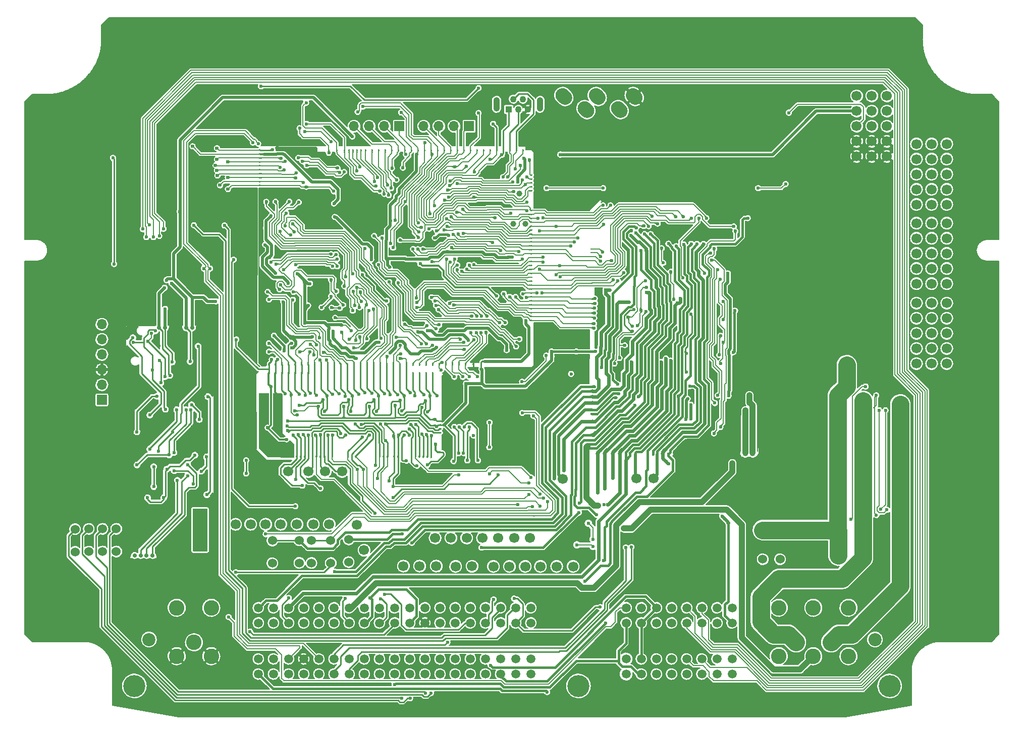
<source format=gbl>
G75*
G70*
%OFA0B0*%
%FSLAX25Y25*%
%IPPOS*%
%LPD*%
%AMOC8*
5,1,8,0,0,1.08239X$1,22.5*
%
%AMM109*
21,1,0.039370,0.007870,0.000000,0.000000,135.000000*
1,1,0.007870,0.013920,-0.013920*
1,1,0.007870,-0.013920,0.013920*
%
%AMM67*
21,1,0.009840,0.009840,0.000000,0.000000,0.000000*
21,1,0.000000,0.019680,0.000000,0.000000,0.000000*
1,1,0.009840,0.000000,-0.004920*
1,1,0.009840,0.000000,-0.004920*
1,1,0.009840,0.000000,0.004920*
1,1,0.009840,0.000000,0.004920*
%
%AMM68*
21,1,0.009840,0.009840,0.000000,0.000000,270.000000*
21,1,0.000000,0.019680,0.000000,0.000000,270.000000*
1,1,0.009840,-0.004920,0.000000*
1,1,0.009840,-0.004920,0.000000*
1,1,0.009840,0.004920,0.000000*
1,1,0.009840,0.004920,0.000000*
%
%AMM84*
21,1,0.009840,0.009840,0.000000,0.000000,90.000000*
21,1,0.000000,0.019680,0.000000,0.000000,90.000000*
1,1,0.009840,0.004920,0.000000*
1,1,0.009840,0.004920,0.000000*
1,1,0.009840,-0.004920,0.000000*
1,1,0.009840,-0.004920,0.000000*
%
%ADD10C,0.01969*%
%ADD111R,0.19882X0.00984*%
%ADD115C,0.02756*%
%ADD123O,0.04331X0.09449*%
%ADD131O,0.03937X0.05906*%
%ADD132C,0.02362*%
%ADD134R,0.03740X0.00984*%
%ADD14C,0.07000*%
%ADD145O,0.01575X0.02362*%
%ADD149C,0.00800*%
%ADD153C,0.03937*%
%ADD154O,0.06693X0.06693*%
%ADD162C,0.14567*%
%ADD172O,0.02362X0.03150*%
%ADD208M84*%
%ADD21R,0.12205X0.00984*%
%ADD216C,0.05906*%
%ADD222R,0.08858X0.00984*%
%ADD235O,0.03150X0.02362*%
%ADD236O,0.02362X0.01575*%
%ADD244C,0.00984*%
%ADD246C,0.06000*%
%ADD251C,0.03150*%
%ADD254C,0.01000*%
%ADD257R,0.00984X1.54528*%
%ADD26C,0.01575*%
%ADD265R,0.04331X0.04331*%
%ADD268O,1.00787X0.00787*%
%ADD269C,0.08661*%
%ADD270C,0.04331*%
%ADD280R,0.38386X0.00984*%
%ADD281C,0.01968*%
%ADD285M109*%
%ADD310O,0.01575X0.00787*%
%ADD313C,0.03900*%
%ADD41C,0.06693*%
%ADD43C,0.07874*%
%ADD50R,0.06693X0.06693*%
%ADD52O,0.44882X0.04331*%
%ADD65C,0.01181*%
%ADD66C,0.00787*%
%ADD71O,0.00787X1.60630*%
%ADD72M67*%
%ADD73C,0.10236*%
%ADD83C,0.11811*%
%ADD85M68*%
X0000000Y0000000D02*
%LPD*%
G01*
D162*
X0572236Y0021622D03*
X0073417Y0021622D03*
X0366724Y0021622D03*
D269*
X0562591Y0052331D03*
X0083063Y0052331D03*
D73*
X0101370Y0041307D03*
X0124205Y0041307D03*
X0112787Y0050480D03*
X0101370Y0073315D03*
X0124205Y0073315D03*
D216*
X0335307Y0073315D03*
X0325307Y0073315D03*
X0315307Y0073315D03*
X0305307Y0073315D03*
X0295307Y0073315D03*
X0285307Y0073315D03*
X0275307Y0073315D03*
X0265307Y0073315D03*
X0255307Y0073315D03*
X0245307Y0073315D03*
X0235307Y0073315D03*
X0225307Y0073315D03*
X0215307Y0073315D03*
X0205307Y0073315D03*
X0195307Y0073315D03*
X0185307Y0073315D03*
X0175307Y0073315D03*
X0165307Y0073315D03*
X0155307Y0073315D03*
X0335307Y0063315D03*
X0325307Y0063315D03*
X0315307Y0063315D03*
X0305307Y0063315D03*
X0295307Y0063315D03*
X0285307Y0063315D03*
X0275307Y0063315D03*
X0265307Y0063315D03*
X0255307Y0063315D03*
X0245307Y0063315D03*
X0235307Y0063315D03*
X0225307Y0063315D03*
X0215307Y0063315D03*
X0205307Y0063315D03*
X0195307Y0063315D03*
X0185307Y0063315D03*
X0175307Y0063315D03*
X0165307Y0063315D03*
X0155307Y0063315D03*
X0335307Y0039496D03*
X0325307Y0039496D03*
X0315307Y0039496D03*
X0305307Y0039496D03*
X0295307Y0039496D03*
X0285307Y0039496D03*
X0275307Y0039496D03*
X0265307Y0039496D03*
X0255307Y0039496D03*
X0245307Y0039496D03*
X0235307Y0039496D03*
X0225307Y0039496D03*
X0215307Y0039496D03*
X0205307Y0039496D03*
X0195307Y0039496D03*
X0185307Y0039496D03*
X0175307Y0039496D03*
X0165307Y0039496D03*
X0155307Y0039496D03*
X0335307Y0029496D03*
X0325307Y0029496D03*
X0315307Y0029496D03*
X0305307Y0029496D03*
X0295307Y0029496D03*
X0285307Y0029496D03*
X0275307Y0029496D03*
X0265307Y0029496D03*
X0255307Y0029496D03*
X0245307Y0029496D03*
X0235307Y0029496D03*
X0225307Y0029496D03*
X0215307Y0029496D03*
X0205307Y0029496D03*
X0195307Y0029496D03*
X0185307Y0029496D03*
X0175307Y0029496D03*
X0165307Y0029496D03*
X0155307Y0029496D03*
X0398181Y0029496D03*
X0408181Y0029496D03*
X0418181Y0029496D03*
X0428181Y0029496D03*
X0438181Y0029496D03*
X0448181Y0029496D03*
X0458181Y0029496D03*
X0468181Y0029496D03*
X0398181Y0039496D03*
X0408181Y0039496D03*
X0418181Y0039496D03*
X0428181Y0039496D03*
X0438181Y0039496D03*
X0448181Y0039496D03*
X0458181Y0039496D03*
X0468181Y0039496D03*
X0398181Y0063315D03*
X0408181Y0063315D03*
X0418181Y0063315D03*
X0428181Y0063315D03*
X0438181Y0063315D03*
X0448181Y0063315D03*
X0458181Y0063315D03*
X0468181Y0063315D03*
X0398181Y0073315D03*
X0408181Y0073315D03*
X0418181Y0073315D03*
X0428181Y0073315D03*
X0438181Y0073315D03*
X0448181Y0073315D03*
X0458181Y0073315D03*
X0468181Y0073315D03*
D73*
X0499008Y0041307D03*
X0521843Y0041307D03*
X0545071Y0041307D03*
X0510425Y0050480D03*
X0533654Y0050480D03*
X0499008Y0073315D03*
X0521843Y0073315D03*
X0545071Y0073315D03*
G36*
G01*
X0335982Y0358942D02*
X0334998Y0358942D01*
G75*
G02*
X0334506Y0359435I0000000J0000492D01*
G01*
X0334506Y0359435D01*
G75*
G02*
X0334998Y0359927I0000492J0000000D01*
G01*
X0335982Y0359927D01*
G75*
G02*
X0336474Y0359435I0000000J-000492D01*
G01*
X0336474Y0359435D01*
G75*
G02*
X0335982Y0358942I-000492J0000000D01*
G01*
G37*
G36*
G01*
X0334998Y0357328D02*
X0335982Y0357328D01*
G75*
G02*
X0336474Y0356836I0000000J-000492D01*
G01*
X0336474Y0356836D01*
G75*
G02*
X0335982Y0356344I-000492J0000000D01*
G01*
X0334998Y0356344D01*
G75*
G02*
X0334506Y0356836I0000000J0000492D01*
G01*
X0334506Y0356836D01*
G75*
G02*
X0334998Y0357328I0000492J0000000D01*
G01*
G37*
G36*
G01*
X0334998Y0354730D02*
X0335982Y0354730D01*
G75*
G02*
X0336474Y0354238I0000000J-000492D01*
G01*
X0336474Y0354238D01*
G75*
G02*
X0335982Y0353746I-000492J0000000D01*
G01*
X0334998Y0353746D01*
G75*
G02*
X0334506Y0354238I0000000J0000492D01*
G01*
X0334506Y0354238D01*
G75*
G02*
X0334998Y0354730I0000492J0000000D01*
G01*
G37*
G36*
G01*
X0334998Y0352131D02*
X0335982Y0352131D01*
G75*
G02*
X0336474Y0351639I0000000J-000492D01*
G01*
X0336474Y0351639D01*
G75*
G02*
X0335982Y0351147I-000492J0000000D01*
G01*
X0334998Y0351147D01*
G75*
G02*
X0334506Y0351639I0000000J0000492D01*
G01*
X0334506Y0351639D01*
G75*
G02*
X0334998Y0352131I0000492J0000000D01*
G01*
G37*
G36*
G01*
X0334998Y0349533D02*
X0335982Y0349533D01*
G75*
G02*
X0336474Y0349041I0000000J-000492D01*
G01*
X0336474Y0349041D01*
G75*
G02*
X0335982Y0348549I-000492J0000000D01*
G01*
X0334998Y0348549D01*
G75*
G02*
X0334506Y0349041I0000000J0000492D01*
G01*
X0334506Y0349041D01*
G75*
G02*
X0334998Y0349533I0000492J0000000D01*
G01*
G37*
G36*
G01*
X0334998Y0336541D02*
X0335982Y0336541D01*
G75*
G02*
X0336474Y0336049I0000000J-000492D01*
G01*
X0336474Y0336049D01*
G75*
G02*
X0335982Y0335557I-000492J0000000D01*
G01*
X0334998Y0335557D01*
G75*
G02*
X0334506Y0336049I0000000J0000492D01*
G01*
X0334506Y0336049D01*
G75*
G02*
X0334998Y0336541I0000492J0000000D01*
G01*
G37*
G36*
G01*
X0334998Y0333942D02*
X0335982Y0333942D01*
G75*
G02*
X0336474Y0333450I0000000J-000492D01*
G01*
X0336474Y0333450D01*
G75*
G02*
X0335982Y0332958I-000492J0000000D01*
G01*
X0334998Y0332958D01*
G75*
G02*
X0334506Y0333450I0000000J0000492D01*
G01*
X0334506Y0333450D01*
G75*
G02*
X0334998Y0333942I0000492J0000000D01*
G01*
G37*
G36*
G01*
X0334998Y0331344D02*
X0335982Y0331344D01*
G75*
G02*
X0336474Y0330852I0000000J-000492D01*
G01*
X0336474Y0330852D01*
G75*
G02*
X0335982Y0330360I-000492J0000000D01*
G01*
X0334998Y0330360D01*
G75*
G02*
X0334506Y0330852I0000000J0000492D01*
G01*
X0334506Y0330852D01*
G75*
G02*
X0334998Y0331344I0000492J0000000D01*
G01*
G37*
G36*
G01*
X0334998Y0328746D02*
X0335982Y0328746D01*
G75*
G02*
X0336474Y0328253I0000000J-000492D01*
G01*
X0336474Y0328253D01*
G75*
G02*
X0335982Y0327761I-000492J0000000D01*
G01*
X0334998Y0327761D01*
G75*
G02*
X0334506Y0328253I0000000J0000492D01*
G01*
X0334506Y0328253D01*
G75*
G02*
X0334998Y0328746I0000492J0000000D01*
G01*
G37*
G36*
G01*
X0334998Y0326147D02*
X0335982Y0326147D01*
G75*
G02*
X0336474Y0325655I0000000J-000492D01*
G01*
X0336474Y0325655D01*
G75*
G02*
X0335982Y0325163I-000492J0000000D01*
G01*
X0334998Y0325163D01*
G75*
G02*
X0334506Y0325655I0000000J0000492D01*
G01*
X0334506Y0325655D01*
G75*
G02*
X0334998Y0326147I0000492J0000000D01*
G01*
G37*
G36*
G01*
X0334998Y0323549D02*
X0335982Y0323549D01*
G75*
G02*
X0336474Y0323057I0000000J-000492D01*
G01*
X0336474Y0323057D01*
G75*
G02*
X0335982Y0322564I-000492J0000000D01*
G01*
X0334998Y0322564D01*
G75*
G02*
X0334506Y0323057I0000000J0000492D01*
G01*
X0334506Y0323057D01*
G75*
G02*
X0334998Y0323549I0000492J0000000D01*
G01*
G37*
G36*
G01*
X0334998Y0320950D02*
X0335982Y0320950D01*
G75*
G02*
X0336474Y0320458I0000000J-000492D01*
G01*
X0336474Y0320458D01*
G75*
G02*
X0335982Y0319966I-000492J0000000D01*
G01*
X0334998Y0319966D01*
G75*
G02*
X0334506Y0320458I0000000J0000492D01*
G01*
X0334506Y0320458D01*
G75*
G02*
X0334998Y0320950I0000492J0000000D01*
G01*
G37*
G36*
G01*
X0334998Y0318352D02*
X0335982Y0318352D01*
G75*
G02*
X0336474Y0317860I0000000J-000492D01*
G01*
X0336474Y0317860D01*
G75*
G02*
X0335982Y0317368I-000492J0000000D01*
G01*
X0334998Y0317368D01*
G75*
G02*
X0334506Y0317860I0000000J0000492D01*
G01*
X0334506Y0317860D01*
G75*
G02*
X0334998Y0318352I0000492J0000000D01*
G01*
G37*
G36*
G01*
X0334998Y0315753D02*
X0335982Y0315753D01*
G75*
G02*
X0336474Y0315261I0000000J-000492D01*
G01*
X0336474Y0315261D01*
G75*
G02*
X0335982Y0314769I-000492J0000000D01*
G01*
X0334998Y0314769D01*
G75*
G02*
X0334506Y0315261I0000000J0000492D01*
G01*
X0334506Y0315261D01*
G75*
G02*
X0334998Y0315753I0000492J0000000D01*
G01*
G37*
G36*
G01*
X0334998Y0313155D02*
X0335982Y0313155D01*
G75*
G02*
X0336474Y0312663I0000000J-000492D01*
G01*
X0336474Y0312663D01*
G75*
G02*
X0335982Y0312171I-000492J0000000D01*
G01*
X0334998Y0312171D01*
G75*
G02*
X0334506Y0312663I0000000J0000492D01*
G01*
X0334506Y0312663D01*
G75*
G02*
X0334998Y0313155I0000492J0000000D01*
G01*
G37*
G36*
G01*
X0334998Y0310557D02*
X0335982Y0310557D01*
G75*
G02*
X0336474Y0310064I0000000J-000492D01*
G01*
X0336474Y0310064D01*
G75*
G02*
X0335982Y0309572I-000492J0000000D01*
G01*
X0334998Y0309572D01*
G75*
G02*
X0334506Y0310064I0000000J0000492D01*
G01*
X0334506Y0310064D01*
G75*
G02*
X0334998Y0310557I0000492J0000000D01*
G01*
G37*
G36*
G01*
X0334998Y0307958D02*
X0335982Y0307958D01*
G75*
G02*
X0336474Y0307466I0000000J-000492D01*
G01*
X0336474Y0307466D01*
G75*
G02*
X0335982Y0306974I-000492J0000000D01*
G01*
X0334998Y0306974D01*
G75*
G02*
X0334506Y0307466I0000000J0000492D01*
G01*
X0334506Y0307466D01*
G75*
G02*
X0334998Y0307958I0000492J0000000D01*
G01*
G37*
G36*
G01*
X0334998Y0305360D02*
X0335982Y0305360D01*
G75*
G02*
X0336474Y0304868I0000000J-000492D01*
G01*
X0336474Y0304868D01*
G75*
G02*
X0335982Y0304375I-000492J0000000D01*
G01*
X0334998Y0304375D01*
G75*
G02*
X0334506Y0304868I0000000J0000492D01*
G01*
X0334506Y0304868D01*
G75*
G02*
X0334998Y0305360I0000492J0000000D01*
G01*
G37*
G36*
G01*
X0334998Y0302761D02*
X0335982Y0302761D01*
G75*
G02*
X0336474Y0302269I0000000J-000492D01*
G01*
X0336474Y0302269D01*
G75*
G02*
X0335982Y0301777I-000492J0000000D01*
G01*
X0334998Y0301777D01*
G75*
G02*
X0334506Y0302269I0000000J0000492D01*
G01*
X0334506Y0302269D01*
G75*
G02*
X0334998Y0302761I0000492J0000000D01*
G01*
G37*
G36*
G01*
X0334998Y0300163D02*
X0335982Y0300163D01*
G75*
G02*
X0336474Y0299671I0000000J-000492D01*
G01*
X0336474Y0299671D01*
G75*
G02*
X0335982Y0299179I-000492J0000000D01*
G01*
X0334998Y0299179D01*
G75*
G02*
X0334506Y0299671I0000000J0000492D01*
G01*
X0334506Y0299671D01*
G75*
G02*
X0334998Y0300163I0000492J0000000D01*
G01*
G37*
G36*
G01*
X0334998Y0297564D02*
X0335982Y0297564D01*
G75*
G02*
X0336474Y0297072I0000000J-000492D01*
G01*
X0336474Y0297072D01*
G75*
G02*
X0335982Y0296580I-000492J0000000D01*
G01*
X0334998Y0296580D01*
G75*
G02*
X0334506Y0297072I0000000J0000492D01*
G01*
X0334506Y0297072D01*
G75*
G02*
X0334998Y0297564I0000492J0000000D01*
G01*
G37*
G36*
G01*
X0334998Y0294966D02*
X0335982Y0294966D01*
G75*
G02*
X0336474Y0294474I0000000J-000492D01*
G01*
X0336474Y0294474D01*
G75*
G02*
X0335982Y0293982I-000492J0000000D01*
G01*
X0334998Y0293982D01*
G75*
G02*
X0334506Y0294474I0000000J0000492D01*
G01*
X0334506Y0294474D01*
G75*
G02*
X0334998Y0294966I0000492J0000000D01*
G01*
G37*
G36*
G01*
X0334998Y0292368D02*
X0335982Y0292368D01*
G75*
G02*
X0336474Y0291875I0000000J-000492D01*
G01*
X0336474Y0291875D01*
G75*
G02*
X0335982Y0291383I-000492J0000000D01*
G01*
X0334998Y0291383D01*
G75*
G02*
X0334506Y0291875I0000000J0000492D01*
G01*
X0334506Y0291875D01*
G75*
G02*
X0334998Y0292368I0000492J0000000D01*
G01*
G37*
G36*
G01*
X0334998Y0289769D02*
X0335982Y0289769D01*
G75*
G02*
X0336474Y0289277I0000000J-000492D01*
G01*
X0336474Y0289277D01*
G75*
G02*
X0335982Y0288785I-000492J0000000D01*
G01*
X0334998Y0288785D01*
G75*
G02*
X0334506Y0289277I0000000J0000492D01*
G01*
X0334506Y0289277D01*
G75*
G02*
X0334998Y0289769I0000492J0000000D01*
G01*
G37*
G36*
G01*
X0334998Y0287171D02*
X0335982Y0287171D01*
G75*
G02*
X0336474Y0286679I0000000J-000492D01*
G01*
X0336474Y0286679D01*
G75*
G02*
X0335982Y0286187I-000492J0000000D01*
G01*
X0334998Y0286187D01*
G75*
G02*
X0334506Y0286679I0000000J0000492D01*
G01*
X0334506Y0286679D01*
G75*
G02*
X0334998Y0287171I0000492J0000000D01*
G01*
G37*
G36*
G01*
X0334998Y0284572D02*
X0335982Y0284572D01*
G75*
G02*
X0336474Y0284080I0000000J-000492D01*
G01*
X0336474Y0284080D01*
G75*
G02*
X0335982Y0283588I-000492J0000000D01*
G01*
X0334998Y0283588D01*
G75*
G02*
X0334506Y0284080I0000000J0000492D01*
G01*
X0334506Y0284080D01*
G75*
G02*
X0334998Y0284572I0000492J0000000D01*
G01*
G37*
G36*
G01*
X0334998Y0281974D02*
X0335982Y0281974D01*
G75*
G02*
X0336474Y0281482I0000000J-000492D01*
G01*
X0336474Y0281482D01*
G75*
G02*
X0335982Y0280990I-000492J0000000D01*
G01*
X0334998Y0280990D01*
G75*
G02*
X0334506Y0281482I0000000J0000492D01*
G01*
X0334506Y0281482D01*
G75*
G02*
X0334998Y0281974I0000492J0000000D01*
G01*
G37*
G36*
G01*
X0334998Y0279375D02*
X0335982Y0279375D01*
G75*
G02*
X0336474Y0278883I0000000J-000492D01*
G01*
X0336474Y0278883D01*
G75*
G02*
X0335982Y0278391I-000492J0000000D01*
G01*
X0334998Y0278391D01*
G75*
G02*
X0334506Y0278883I0000000J0000492D01*
G01*
X0334506Y0278883D01*
G75*
G02*
X0334998Y0279375I0000492J0000000D01*
G01*
G37*
G36*
G01*
X0334998Y0276777D02*
X0335982Y0276777D01*
G75*
G02*
X0336474Y0276285I0000000J-000492D01*
G01*
X0336474Y0276285D01*
G75*
G02*
X0335982Y0275793I-000492J0000000D01*
G01*
X0334998Y0275793D01*
G75*
G02*
X0334506Y0276285I0000000J0000492D01*
G01*
X0334506Y0276285D01*
G75*
G02*
X0334998Y0276777I0000492J0000000D01*
G01*
G37*
G36*
G01*
X0334998Y0274179D02*
X0335982Y0274179D01*
G75*
G02*
X0336474Y0273687I0000000J-000492D01*
G01*
X0336474Y0273687D01*
G75*
G02*
X0335982Y0273194I-000492J0000000D01*
G01*
X0334998Y0273194D01*
G75*
G02*
X0334506Y0273687I0000000J0000492D01*
G01*
X0334506Y0273687D01*
G75*
G02*
X0334998Y0274179I0000492J0000000D01*
G01*
G37*
G36*
G01*
X0334998Y0271580D02*
X0335982Y0271580D01*
G75*
G02*
X0336474Y0271088I0000000J-000492D01*
G01*
X0336474Y0271088D01*
G75*
G02*
X0335982Y0270596I-000492J0000000D01*
G01*
X0334998Y0270596D01*
G75*
G02*
X0334506Y0271088I0000000J0000492D01*
G01*
X0334506Y0271088D01*
G75*
G02*
X0334998Y0271580I0000492J0000000D01*
G01*
G37*
G36*
G01*
X0334998Y0268982D02*
X0335982Y0268982D01*
G75*
G02*
X0336474Y0268490I0000000J-000492D01*
G01*
X0336474Y0268490D01*
G75*
G02*
X0335982Y0267998I-000492J0000000D01*
G01*
X0334998Y0267998D01*
G75*
G02*
X0334506Y0268490I0000000J0000492D01*
G01*
X0334506Y0268490D01*
G75*
G02*
X0334998Y0268982I0000492J0000000D01*
G01*
G37*
G36*
G01*
X0334998Y0266383D02*
X0335982Y0266383D01*
G75*
G02*
X0336474Y0265891I0000000J-000492D01*
G01*
X0336474Y0265891D01*
G75*
G02*
X0335982Y0265399I-000492J0000000D01*
G01*
X0334998Y0265399D01*
G75*
G02*
X0334506Y0265891I0000000J0000492D01*
G01*
X0334506Y0265891D01*
G75*
G02*
X0334998Y0266383I0000492J0000000D01*
G01*
G37*
G36*
G01*
X0334998Y0263785D02*
X0335982Y0263785D01*
G75*
G02*
X0336474Y0263293I0000000J-000492D01*
G01*
X0336474Y0263293D01*
G75*
G02*
X0335982Y0262801I-000492J0000000D01*
G01*
X0334998Y0262801D01*
G75*
G02*
X0334506Y0263293I0000000J0000492D01*
G01*
X0334506Y0263293D01*
G75*
G02*
X0334998Y0263785I0000492J0000000D01*
G01*
G37*
G36*
G01*
X0202333Y0376175D02*
X0202333Y0375190D01*
G75*
G02*
X0201841Y0374698I-000492J0000000D01*
G01*
X0201841Y0374698D01*
G75*
G02*
X0201348Y0375190I0000000J0000492D01*
G01*
X0201348Y0376175D01*
G75*
G02*
X0201841Y0376667I0000492J0000000D01*
G01*
X0201841Y0376667D01*
G75*
G02*
X0202333Y0376175I0000000J-000492D01*
G01*
G37*
G36*
G01*
X0206545Y0375190D02*
X0206545Y0376175D01*
G75*
G02*
X0207037Y0376667I0000492J0000000D01*
G01*
X0207037Y0376667D01*
G75*
G02*
X0207530Y0376175I0000000J-000492D01*
G01*
X0207530Y0375190D01*
G75*
G02*
X0207037Y0374698I-000492J0000000D01*
G01*
X0207037Y0374698D01*
G75*
G02*
X0206545Y0375190I0000000J0000492D01*
G01*
G37*
G36*
G01*
X0211742Y0375190D02*
X0211742Y0376175D01*
G75*
G02*
X0212234Y0376667I0000492J0000000D01*
G01*
X0212234Y0376667D01*
G75*
G02*
X0212726Y0376175I0000000J-000492D01*
G01*
X0212726Y0375190D01*
G75*
G02*
X0212234Y0374698I-000492J0000000D01*
G01*
X0212234Y0374698D01*
G75*
G02*
X0211742Y0375190I0000000J0000492D01*
G01*
G37*
G36*
G01*
X0214734Y0375190D02*
X0214734Y0376175D01*
G75*
G02*
X0215226Y0376667I0000492J0000000D01*
G01*
X0215226Y0376667D01*
G75*
G02*
X0215719Y0376175I0000000J-000492D01*
G01*
X0215719Y0375190D01*
G75*
G02*
X0215226Y0374698I-000492J0000000D01*
G01*
X0215226Y0374698D01*
G75*
G02*
X0214734Y0375190I0000000J0000492D01*
G01*
G37*
G36*
G01*
X0217352Y0375190D02*
X0217352Y0376175D01*
G75*
G02*
X0217845Y0376667I0000492J0000000D01*
G01*
X0217845Y0376667D01*
G75*
G02*
X0218337Y0376175I0000000J-000492D01*
G01*
X0218337Y0375190D01*
G75*
G02*
X0217845Y0374698I-000492J0000000D01*
G01*
X0217845Y0374698D01*
G75*
G02*
X0217352Y0375190I0000000J0000492D01*
G01*
G37*
G36*
G01*
X0219971Y0375190D02*
X0219971Y0376175D01*
G75*
G02*
X0220463Y0376667I0000492J0000000D01*
G01*
X0220463Y0376667D01*
G75*
G02*
X0220955Y0376175I0000000J-000492D01*
G01*
X0220955Y0375190D01*
G75*
G02*
X0220463Y0374698I-000492J0000000D01*
G01*
X0220463Y0374698D01*
G75*
G02*
X0219971Y0375190I0000000J0000492D01*
G01*
G37*
G36*
G01*
X0222589Y0375190D02*
X0222589Y0376175D01*
G75*
G02*
X0223081Y0376667I0000492J0000000D01*
G01*
X0223081Y0376667D01*
G75*
G02*
X0223573Y0376175I0000000J-000492D01*
G01*
X0223573Y0375190D01*
G75*
G02*
X0223081Y0374698I-000492J0000000D01*
G01*
X0223081Y0374698D01*
G75*
G02*
X0222589Y0375190I0000000J0000492D01*
G01*
G37*
G36*
G01*
X0225640Y0375190D02*
X0225640Y0376175D01*
G75*
G02*
X0226132Y0376667I0000492J0000000D01*
G01*
X0226132Y0376667D01*
G75*
G02*
X0226624Y0376175I0000000J-000492D01*
G01*
X0226624Y0375190D01*
G75*
G02*
X0226132Y0374698I-000492J0000000D01*
G01*
X0226132Y0374698D01*
G75*
G02*
X0225640Y0375190I0000000J0000492D01*
G01*
G37*
G36*
G01*
X0229970Y0375190D02*
X0229970Y0376175D01*
G75*
G02*
X0230463Y0376667I0000492J0000000D01*
G01*
X0230463Y0376667D01*
G75*
G02*
X0230955Y0376175I0000000J-000492D01*
G01*
X0230955Y0375190D01*
G75*
G02*
X0230463Y0374698I-000492J0000000D01*
G01*
X0230463Y0374698D01*
G75*
G02*
X0229970Y0375190I0000000J0000492D01*
G01*
G37*
G36*
G01*
X0234301Y0375190D02*
X0234301Y0376175D01*
G75*
G02*
X0234793Y0376667I0000492J0000000D01*
G01*
X0234793Y0376667D01*
G75*
G02*
X0235285Y0376175I0000000J-000492D01*
G01*
X0235285Y0375190D01*
G75*
G02*
X0234793Y0374698I-000492J0000000D01*
G01*
X0234793Y0374698D01*
G75*
G02*
X0234301Y0375190I0000000J0000492D01*
G01*
G37*
G36*
G01*
X0238632Y0375190D02*
X0238632Y0376175D01*
G75*
G02*
X0239124Y0376667I0000492J0000000D01*
G01*
X0239124Y0376667D01*
G75*
G02*
X0239616Y0376175I0000000J-000492D01*
G01*
X0239616Y0375190D01*
G75*
G02*
X0239124Y0374698I-000492J0000000D01*
G01*
X0239124Y0374698D01*
G75*
G02*
X0238632Y0375190I0000000J0000492D01*
G01*
G37*
G36*
G01*
X0242963Y0375190D02*
X0242963Y0376175D01*
G75*
G02*
X0243455Y0376667I0000492J0000000D01*
G01*
X0243455Y0376667D01*
G75*
G02*
X0243947Y0376175I0000000J-000492D01*
G01*
X0243947Y0375190D01*
G75*
G02*
X0243455Y0374698I-000492J0000000D01*
G01*
X0243455Y0374698D01*
G75*
G02*
X0242963Y0375190I0000000J0000492D01*
G01*
G37*
G36*
G01*
X0247293Y0375190D02*
X0247293Y0376175D01*
G75*
G02*
X0247785Y0376667I0000492J0000000D01*
G01*
X0247785Y0376667D01*
G75*
G02*
X0248278Y0376175I0000000J-000492D01*
G01*
X0248278Y0375190D01*
G75*
G02*
X0247785Y0374698I-000492J0000000D01*
G01*
X0247785Y0374698D01*
G75*
G02*
X0247293Y0375190I0000000J0000492D01*
G01*
G37*
G36*
G01*
X0251624Y0375190D02*
X0251624Y0376175D01*
G75*
G02*
X0252116Y0376667I0000492J0000000D01*
G01*
X0252116Y0376667D01*
G75*
G02*
X0252608Y0376175I0000000J-000492D01*
G01*
X0252608Y0375190D01*
G75*
G02*
X0252116Y0374698I-000492J0000000D01*
G01*
X0252116Y0374698D01*
G75*
G02*
X0251624Y0375190I0000000J0000492D01*
G01*
G37*
G36*
G01*
X0255955Y0375190D02*
X0255955Y0376175D01*
G75*
G02*
X0256447Y0376667I0000492J0000000D01*
G01*
X0256447Y0376667D01*
G75*
G02*
X0256939Y0376175I0000000J-000492D01*
G01*
X0256939Y0375190D01*
G75*
G02*
X0256447Y0374698I-000492J0000000D01*
G01*
X0256447Y0374698D01*
G75*
G02*
X0255955Y0375190I0000000J0000492D01*
G01*
G37*
G36*
G01*
X0260285Y0375190D02*
X0260285Y0376175D01*
G75*
G02*
X0260777Y0376667I0000492J0000000D01*
G01*
X0260777Y0376667D01*
G75*
G02*
X0261270Y0376175I0000000J-000492D01*
G01*
X0261270Y0375190D01*
G75*
G02*
X0260777Y0374698I-000492J0000000D01*
G01*
X0260777Y0374698D01*
G75*
G02*
X0260285Y0375190I0000000J0000492D01*
G01*
G37*
G36*
G01*
X0264616Y0375190D02*
X0264616Y0376175D01*
G75*
G02*
X0265108Y0376667I0000492J0000000D01*
G01*
X0265108Y0376667D01*
G75*
G02*
X0265600Y0376175I0000000J-000492D01*
G01*
X0265600Y0375190D01*
G75*
G02*
X0265108Y0374698I-000492J0000000D01*
G01*
X0265108Y0374698D01*
G75*
G02*
X0264616Y0375190I0000000J0000492D01*
G01*
G37*
G36*
G01*
X0268947Y0375190D02*
X0268947Y0376175D01*
G75*
G02*
X0269439Y0376667I0000492J0000000D01*
G01*
X0269439Y0376667D01*
G75*
G02*
X0269931Y0376175I0000000J-000492D01*
G01*
X0269931Y0375190D01*
G75*
G02*
X0269439Y0374698I-000492J0000000D01*
G01*
X0269439Y0374698D01*
G75*
G02*
X0268947Y0375190I0000000J0000492D01*
G01*
G37*
G36*
G01*
X0273277Y0375190D02*
X0273277Y0376175D01*
G75*
G02*
X0273770Y0376667I0000492J0000000D01*
G01*
X0273770Y0376667D01*
G75*
G02*
X0274262Y0376175I0000000J-000492D01*
G01*
X0274262Y0375190D01*
G75*
G02*
X0273770Y0374698I-000492J0000000D01*
G01*
X0273770Y0374698D01*
G75*
G02*
X0273277Y0375190I0000000J0000492D01*
G01*
G37*
G36*
G01*
X0277608Y0375190D02*
X0277608Y0376175D01*
G75*
G02*
X0278100Y0376667I0000492J0000000D01*
G01*
X0278100Y0376667D01*
G75*
G02*
X0278592Y0376175I0000000J-000492D01*
G01*
X0278592Y0375190D01*
G75*
G02*
X0278100Y0374698I-000492J0000000D01*
G01*
X0278100Y0374698D01*
G75*
G02*
X0277608Y0375190I0000000J0000492D01*
G01*
G37*
G36*
G01*
X0281939Y0375190D02*
X0281939Y0376175D01*
G75*
G02*
X0282431Y0376667I0000492J0000000D01*
G01*
X0282431Y0376667D01*
G75*
G02*
X0282923Y0376175I0000000J-000492D01*
G01*
X0282923Y0375190D01*
G75*
G02*
X0282431Y0374698I-000492J0000000D01*
G01*
X0282431Y0374698D01*
G75*
G02*
X0281939Y0375190I0000000J0000492D01*
G01*
G37*
G36*
G01*
X0286270Y0375190D02*
X0286270Y0376175D01*
G75*
G02*
X0286762Y0376667I0000492J0000000D01*
G01*
X0286762Y0376667D01*
G75*
G02*
X0287254Y0376175I0000000J-000492D01*
G01*
X0287254Y0375190D01*
G75*
G02*
X0286762Y0374698I-000492J0000000D01*
G01*
X0286762Y0374698D01*
G75*
G02*
X0286270Y0375190I0000000J0000492D01*
G01*
G37*
G36*
G01*
X0290600Y0375190D02*
X0290600Y0376175D01*
G75*
G02*
X0291092Y0376667I0000492J0000000D01*
G01*
X0291092Y0376667D01*
G75*
G02*
X0291585Y0376175I0000000J-000492D01*
G01*
X0291585Y0375190D01*
G75*
G02*
X0291092Y0374698I-000492J0000000D01*
G01*
X0291092Y0374698D01*
G75*
G02*
X0290600Y0375190I0000000J0000492D01*
G01*
G37*
G36*
G01*
X0294931Y0375190D02*
X0294931Y0376175D01*
G75*
G02*
X0295423Y0376667I0000492J0000000D01*
G01*
X0295423Y0376667D01*
G75*
G02*
X0295915Y0376175I0000000J-000492D01*
G01*
X0295915Y0375190D01*
G75*
G02*
X0295423Y0374698I-000492J0000000D01*
G01*
X0295423Y0374698D01*
G75*
G02*
X0294931Y0375190I0000000J0000492D01*
G01*
G37*
G36*
G01*
X0299262Y0375190D02*
X0299262Y0376175D01*
G75*
G02*
X0299754Y0376667I0000492J0000000D01*
G01*
X0299754Y0376667D01*
G75*
G02*
X0300246Y0376175I0000000J-000492D01*
G01*
X0300246Y0375190D01*
G75*
G02*
X0299754Y0374698I-000492J0000000D01*
G01*
X0299754Y0374698D01*
G75*
G02*
X0299262Y0375190I0000000J0000492D01*
G01*
G37*
G36*
G01*
X0303592Y0375190D02*
X0303592Y0376175D01*
G75*
G02*
X0304084Y0376667I0000492J0000000D01*
G01*
X0304084Y0376667D01*
G75*
G02*
X0304577Y0376175I0000000J-000492D01*
G01*
X0304577Y0375190D01*
G75*
G02*
X0304084Y0374698I-000492J0000000D01*
G01*
X0304084Y0374698D01*
G75*
G02*
X0303592Y0375190I0000000J0000492D01*
G01*
G37*
G36*
G01*
X0307923Y0375190D02*
X0307923Y0376175D01*
G75*
G02*
X0308415Y0376667I0000492J0000000D01*
G01*
X0308415Y0376667D01*
G75*
G02*
X0308907Y0376175I0000000J-000492D01*
G01*
X0308907Y0375190D01*
G75*
G02*
X0308415Y0374698I-000492J0000000D01*
G01*
X0308415Y0374698D01*
G75*
G02*
X0307923Y0375190I0000000J0000492D01*
G01*
G37*
G36*
G01*
X0312254Y0375190D02*
X0312254Y0376175D01*
G75*
G02*
X0312746Y0376667I0000492J0000000D01*
G01*
X0312746Y0376667D01*
G75*
G02*
X0313238Y0376175I0000000J-000492D01*
G01*
X0313238Y0375190D01*
G75*
G02*
X0312746Y0374698I-000492J0000000D01*
G01*
X0312746Y0374698D01*
G75*
G02*
X0312254Y0375190I0000000J0000492D01*
G01*
G37*
G36*
G01*
X0316584Y0375190D02*
X0316584Y0376175D01*
G75*
G02*
X0317077Y0376667I0000492J0000000D01*
G01*
X0317077Y0376667D01*
G75*
G02*
X0317569Y0376175I0000000J-000492D01*
G01*
X0317569Y0375190D01*
G75*
G02*
X0317077Y0374698I-000492J0000000D01*
G01*
X0317077Y0374698D01*
G75*
G02*
X0316584Y0375190I0000000J0000492D01*
G01*
G37*
G36*
G01*
X0320915Y0375190D02*
X0320915Y0376175D01*
G75*
G02*
X0321407Y0376667I0000492J0000000D01*
G01*
X0321407Y0376667D01*
G75*
G02*
X0321899Y0376175I0000000J-000492D01*
G01*
X0321899Y0375190D01*
G75*
G02*
X0321407Y0374698I-000492J0000000D01*
G01*
X0321407Y0374698D01*
G75*
G02*
X0320915Y0375190I0000000J0000492D01*
G01*
G37*
G36*
G01*
X0325246Y0375190D02*
X0325246Y0376175D01*
G75*
G02*
X0325738Y0376667I0000492J0000000D01*
G01*
X0325738Y0376667D01*
G75*
G02*
X0326230Y0376175I0000000J-000492D01*
G01*
X0326230Y0375190D01*
G75*
G02*
X0325738Y0374698I-000492J0000000D01*
G01*
X0325738Y0374698D01*
G75*
G02*
X0325246Y0375190I0000000J0000492D01*
G01*
G37*
G36*
G01*
X0329577Y0375190D02*
X0329577Y0376175D01*
G75*
G02*
X0330069Y0376667I0000492J0000000D01*
G01*
X0330069Y0376667D01*
G75*
G02*
X0330561Y0376175I0000000J-000492D01*
G01*
X0330561Y0375190D01*
G75*
G02*
X0330069Y0374698I-000492J0000000D01*
G01*
X0330069Y0374698D01*
G75*
G02*
X0329577Y0375190I0000000J0000492D01*
G01*
G37*
G36*
G01*
X0302018Y0233738D02*
X0302018Y0234722D01*
G75*
G02*
X0302510Y0235214I0000492J0000000D01*
G01*
X0302510Y0235214D01*
G75*
G02*
X0303002Y0234722I0000000J-000492D01*
G01*
X0303002Y0233738D01*
G75*
G02*
X0302510Y0233246I-000492J0000000D01*
G01*
X0302510Y0233246D01*
G75*
G02*
X0302018Y0233738I0000000J0000492D01*
G01*
G37*
G36*
G01*
X0297805Y0234722D02*
X0297805Y0233738D01*
G75*
G02*
X0297313Y0233246I-000492J0000000D01*
G01*
X0297313Y0233246D01*
G75*
G02*
X0296821Y0233738I0000000J0000492D01*
G01*
X0296821Y0234722D01*
G75*
G02*
X0297313Y0235214I0000492J0000000D01*
G01*
X0297313Y0235214D01*
G75*
G02*
X0297805Y0234722I0000000J-000492D01*
G01*
G37*
G36*
G01*
X0292608Y0234722D02*
X0292608Y0233738D01*
G75*
G02*
X0292116Y0233246I-000492J0000000D01*
G01*
X0292116Y0233246D01*
G75*
G02*
X0291624Y0233738I0000000J0000492D01*
G01*
X0291624Y0234722D01*
G75*
G02*
X0292116Y0235214I0000492J0000000D01*
G01*
X0292116Y0235214D01*
G75*
G02*
X0292608Y0234722I0000000J-000492D01*
G01*
G37*
G36*
G01*
X0288278Y0234722D02*
X0288278Y0233738D01*
G75*
G02*
X0287785Y0233246I-000492J0000000D01*
G01*
X0287785Y0233246D01*
G75*
G02*
X0287293Y0233738I0000000J0000492D01*
G01*
X0287293Y0234722D01*
G75*
G02*
X0287785Y0235214I0000492J0000000D01*
G01*
X0287785Y0235214D01*
G75*
G02*
X0288278Y0234722I0000000J-000492D01*
G01*
G37*
G36*
G01*
X0283947Y0234722D02*
X0283947Y0233738D01*
G75*
G02*
X0283455Y0233246I-000492J0000000D01*
G01*
X0283455Y0233246D01*
G75*
G02*
X0282963Y0233738I0000000J0000492D01*
G01*
X0282963Y0234722D01*
G75*
G02*
X0283455Y0235214I0000492J0000000D01*
G01*
X0283455Y0235214D01*
G75*
G02*
X0283947Y0234722I0000000J-000492D01*
G01*
G37*
G36*
G01*
X0279616Y0234722D02*
X0279616Y0233738D01*
G75*
G02*
X0279124Y0233246I-000492J0000000D01*
G01*
X0279124Y0233246D01*
G75*
G02*
X0278632Y0233738I0000000J0000492D01*
G01*
X0278632Y0234722D01*
G75*
G02*
X0279124Y0235214I0000492J0000000D01*
G01*
X0279124Y0235214D01*
G75*
G02*
X0279616Y0234722I0000000J-000492D01*
G01*
G37*
G36*
G01*
X0275285Y0234722D02*
X0275285Y0233738D01*
G75*
G02*
X0274793Y0233246I-000492J0000000D01*
G01*
X0274793Y0233246D01*
G75*
G02*
X0274301Y0233738I0000000J0000492D01*
G01*
X0274301Y0234722D01*
G75*
G02*
X0274793Y0235214I0000492J0000000D01*
G01*
X0274793Y0235214D01*
G75*
G02*
X0275285Y0234722I0000000J-000492D01*
G01*
G37*
G36*
G01*
X0270955Y0234722D02*
X0270955Y0233738D01*
G75*
G02*
X0270463Y0233246I-000492J0000000D01*
G01*
X0270463Y0233246D01*
G75*
G02*
X0269971Y0233738I0000000J0000492D01*
G01*
X0269971Y0234722D01*
G75*
G02*
X0270463Y0235214I0000492J0000000D01*
G01*
X0270463Y0235214D01*
G75*
G02*
X0270955Y0234722I0000000J-000492D01*
G01*
G37*
G36*
G01*
X0266624Y0234722D02*
X0266624Y0233738D01*
G75*
G02*
X0266132Y0233246I-000492J0000000D01*
G01*
X0266132Y0233246D01*
G75*
G02*
X0265640Y0233738I0000000J0000492D01*
G01*
X0265640Y0234722D01*
G75*
G02*
X0266132Y0235214I0000492J0000000D01*
G01*
X0266132Y0235214D01*
G75*
G02*
X0266624Y0234722I0000000J-000492D01*
G01*
G37*
G36*
G01*
X0262293Y0234722D02*
X0262293Y0233738D01*
G75*
G02*
X0261801Y0233246I-000492J0000000D01*
G01*
X0261801Y0233246D01*
G75*
G02*
X0261309Y0233738I0000000J0000492D01*
G01*
X0261309Y0234722D01*
G75*
G02*
X0261801Y0235214I0000492J0000000D01*
G01*
X0261801Y0235214D01*
G75*
G02*
X0262293Y0234722I0000000J-000492D01*
G01*
G37*
G36*
G01*
X0257963Y0234722D02*
X0257963Y0233738D01*
G75*
G02*
X0257471Y0233246I-000492J0000000D01*
G01*
X0257471Y0233246D01*
G75*
G02*
X0256978Y0233738I0000000J0000492D01*
G01*
X0256978Y0234722D01*
G75*
G02*
X0257471Y0235214I0000492J0000000D01*
G01*
X0257471Y0235214D01*
G75*
G02*
X0257963Y0234722I0000000J-000492D01*
G01*
G37*
G36*
G01*
X0253632Y0234722D02*
X0253632Y0233738D01*
G75*
G02*
X0253140Y0233246I-000492J0000000D01*
G01*
X0253140Y0233246D01*
G75*
G02*
X0252648Y0233738I0000000J0000492D01*
G01*
X0252648Y0234722D01*
G75*
G02*
X0253140Y0235214I0000492J0000000D01*
G01*
X0253140Y0235214D01*
G75*
G02*
X0253632Y0234722I0000000J-000492D01*
G01*
G37*
G36*
G01*
X0249301Y0234722D02*
X0249301Y0233738D01*
G75*
G02*
X0248809Y0233246I-000492J0000000D01*
G01*
X0248809Y0233246D01*
G75*
G02*
X0248317Y0233738I0000000J0000492D01*
G01*
X0248317Y0234722D01*
G75*
G02*
X0248809Y0235214I0000492J0000000D01*
G01*
X0248809Y0235214D01*
G75*
G02*
X0249301Y0234722I0000000J-000492D01*
G01*
G37*
G36*
G01*
X0244971Y0234722D02*
X0244971Y0233738D01*
G75*
G02*
X0244478Y0233246I-000492J0000000D01*
G01*
X0244478Y0233246D01*
G75*
G02*
X0243986Y0233738I0000000J0000492D01*
G01*
X0243986Y0234722D01*
G75*
G02*
X0244478Y0235214I0000492J0000000D01*
G01*
X0244478Y0235214D01*
G75*
G02*
X0244971Y0234722I0000000J-000492D01*
G01*
G37*
G36*
G01*
X0240640Y0234722D02*
X0240640Y0233738D01*
G75*
G02*
X0240148Y0233246I-000492J0000000D01*
G01*
X0240148Y0233246D01*
G75*
G02*
X0239656Y0233738I0000000J0000492D01*
G01*
X0239656Y0234722D01*
G75*
G02*
X0240148Y0235214I0000492J0000000D01*
G01*
X0240148Y0235214D01*
G75*
G02*
X0240640Y0234722I0000000J-000492D01*
G01*
G37*
G36*
G01*
X0236309Y0234722D02*
X0236309Y0233738D01*
G75*
G02*
X0235817Y0233246I-000492J0000000D01*
G01*
X0235817Y0233246D01*
G75*
G02*
X0235325Y0233738I0000000J0000492D01*
G01*
X0235325Y0234722D01*
G75*
G02*
X0235817Y0235214I0000492J0000000D01*
G01*
X0235817Y0235214D01*
G75*
G02*
X0236309Y0234722I0000000J-000492D01*
G01*
G37*
G36*
G01*
X0231978Y0234722D02*
X0231978Y0233738D01*
G75*
G02*
X0231486Y0233246I-000492J0000000D01*
G01*
X0231486Y0233246D01*
G75*
G02*
X0230994Y0233738I0000000J0000492D01*
G01*
X0230994Y0234722D01*
G75*
G02*
X0231486Y0235214I0000492J0000000D01*
G01*
X0231486Y0235214D01*
G75*
G02*
X0231978Y0234722I0000000J-000492D01*
G01*
G37*
G36*
G01*
X0227648Y0234722D02*
X0227648Y0233738D01*
G75*
G02*
X0227156Y0233246I-000492J0000000D01*
G01*
X0227156Y0233246D01*
G75*
G02*
X0226664Y0233738I0000000J0000492D01*
G01*
X0226664Y0234722D01*
G75*
G02*
X0227156Y0235214I0000492J0000000D01*
G01*
X0227156Y0235214D01*
G75*
G02*
X0227648Y0234722I0000000J-000492D01*
G01*
G37*
G36*
G01*
X0223317Y0234722D02*
X0223317Y0233738D01*
G75*
G02*
X0222825Y0233246I-000492J0000000D01*
G01*
X0222825Y0233246D01*
G75*
G02*
X0222333Y0233738I0000000J0000492D01*
G01*
X0222333Y0234722D01*
G75*
G02*
X0222825Y0235214I0000492J0000000D01*
G01*
X0222825Y0235214D01*
G75*
G02*
X0223317Y0234722I0000000J-000492D01*
G01*
G37*
G36*
G01*
X0218986Y0234722D02*
X0218986Y0233738D01*
G75*
G02*
X0218494Y0233246I-000492J0000000D01*
G01*
X0218494Y0233246D01*
G75*
G02*
X0218002Y0233738I0000000J0000492D01*
G01*
X0218002Y0234722D01*
G75*
G02*
X0218494Y0235214I0000492J0000000D01*
G01*
X0218494Y0235214D01*
G75*
G02*
X0218986Y0234722I0000000J-000492D01*
G01*
G37*
G36*
G01*
X0214656Y0234722D02*
X0214656Y0233738D01*
G75*
G02*
X0214164Y0233246I-000492J0000000D01*
G01*
X0214164Y0233246D01*
G75*
G02*
X0213671Y0233738I0000000J0000492D01*
G01*
X0213671Y0234722D01*
G75*
G02*
X0214164Y0235214I0000492J0000000D01*
G01*
X0214164Y0235214D01*
G75*
G02*
X0214656Y0234722I0000000J-000492D01*
G01*
G37*
G36*
G01*
X0210325Y0234722D02*
X0210325Y0233738D01*
G75*
G02*
X0209833Y0233246I-000492J0000000D01*
G01*
X0209833Y0233246D01*
G75*
G02*
X0209341Y0233738I0000000J0000492D01*
G01*
X0209341Y0234722D01*
G75*
G02*
X0209833Y0235214I0000492J0000000D01*
G01*
X0209833Y0235214D01*
G75*
G02*
X0210325Y0234722I0000000J-000492D01*
G01*
G37*
G36*
G01*
X0205994Y0234722D02*
X0205994Y0233738D01*
G75*
G02*
X0205502Y0233246I-000492J0000000D01*
G01*
X0205502Y0233246D01*
G75*
G02*
X0205010Y0233738I0000000J0000492D01*
G01*
X0205010Y0234722D01*
G75*
G02*
X0205502Y0235214I0000492J0000000D01*
G01*
X0205502Y0235214D01*
G75*
G02*
X0205994Y0234722I0000000J-000492D01*
G01*
G37*
G36*
G01*
X0201664Y0234722D02*
X0201664Y0233738D01*
G75*
G02*
X0201171Y0233246I-000492J0000000D01*
G01*
X0201171Y0233246D01*
G75*
G02*
X0200679Y0233738I0000000J0000492D01*
G01*
X0200679Y0234722D01*
G75*
G02*
X0201171Y0235214I0000492J0000000D01*
G01*
X0201171Y0235214D01*
G75*
G02*
X0201664Y0234722I0000000J-000492D01*
G01*
G37*
G36*
G01*
X0197333Y0234722D02*
X0197333Y0233738D01*
G75*
G02*
X0196841Y0233246I-000492J0000000D01*
G01*
X0196841Y0233246D01*
G75*
G02*
X0196349Y0233738I0000000J0000492D01*
G01*
X0196349Y0234722D01*
G75*
G02*
X0196841Y0235214I0000492J0000000D01*
G01*
X0196841Y0235214D01*
G75*
G02*
X0197333Y0234722I0000000J-000492D01*
G01*
G37*
G36*
G01*
X0193002Y0234722D02*
X0193002Y0233738D01*
G75*
G02*
X0192510Y0233246I-000492J0000000D01*
G01*
X0192510Y0233246D01*
G75*
G02*
X0192018Y0233738I0000000J0000492D01*
G01*
X0192018Y0234722D01*
G75*
G02*
X0192510Y0235214I0000492J0000000D01*
G01*
X0192510Y0235214D01*
G75*
G02*
X0193002Y0234722I0000000J-000492D01*
G01*
G37*
G36*
G01*
X0188671Y0234722D02*
X0188671Y0233738D01*
G75*
G02*
X0188179Y0233246I-000492J0000000D01*
G01*
X0188179Y0233246D01*
G75*
G02*
X0187687Y0233738I0000000J0000492D01*
G01*
X0187687Y0234722D01*
G75*
G02*
X0188179Y0235214I0000492J0000000D01*
G01*
X0188179Y0235214D01*
G75*
G02*
X0188671Y0234722I0000000J-000492D01*
G01*
G37*
G36*
G01*
X0184341Y0234722D02*
X0184341Y0233738D01*
G75*
G02*
X0183849Y0233246I-000492J0000000D01*
G01*
X0183849Y0233246D01*
G75*
G02*
X0183357Y0233738I0000000J0000492D01*
G01*
X0183357Y0234722D01*
G75*
G02*
X0183849Y0235214I0000492J0000000D01*
G01*
X0183849Y0235214D01*
G75*
G02*
X0184341Y0234722I0000000J-000492D01*
G01*
G37*
G36*
G01*
X0180010Y0234722D02*
X0180010Y0233738D01*
G75*
G02*
X0179518Y0233246I-000492J0000000D01*
G01*
X0179518Y0233246D01*
G75*
G02*
X0179026Y0233738I0000000J0000492D01*
G01*
X0179026Y0234722D01*
G75*
G02*
X0179518Y0235214I0000492J0000000D01*
G01*
X0179518Y0235214D01*
G75*
G02*
X0180010Y0234722I0000000J-000492D01*
G01*
G37*
G36*
G01*
X0175679Y0234722D02*
X0175679Y0233738D01*
G75*
G02*
X0175187Y0233246I-000492J0000000D01*
G01*
X0175187Y0233246D01*
G75*
G02*
X0174695Y0233738I0000000J0000492D01*
G01*
X0174695Y0234722D01*
G75*
G02*
X0175187Y0235214I0000492J0000000D01*
G01*
X0175187Y0235214D01*
G75*
G02*
X0175679Y0234722I0000000J-000492D01*
G01*
G37*
G36*
G01*
X0171349Y0234722D02*
X0171349Y0233738D01*
G75*
G02*
X0170857Y0233246I-000492J0000000D01*
G01*
X0170857Y0233246D01*
G75*
G02*
X0170364Y0233738I0000000J0000492D01*
G01*
X0170364Y0234722D01*
G75*
G02*
X0170857Y0235214I0000492J0000000D01*
G01*
X0170857Y0235214D01*
G75*
G02*
X0171349Y0234722I0000000J-000492D01*
G01*
G37*
G36*
G01*
X0167018Y0234722D02*
X0167018Y0233738D01*
G75*
G02*
X0166526Y0233246I-000492J0000000D01*
G01*
X0166526Y0233246D01*
G75*
G02*
X0166034Y0233738I0000000J0000492D01*
G01*
X0166034Y0234722D01*
G75*
G02*
X0166526Y0235214I0000492J0000000D01*
G01*
X0166526Y0235214D01*
G75*
G02*
X0167018Y0234722I0000000J-000492D01*
G01*
G37*
G36*
G01*
X0162687Y0234722D02*
X0162687Y0233738D01*
G75*
G02*
X0162195Y0233246I-000492J0000000D01*
G01*
X0162195Y0233246D01*
G75*
G02*
X0161703Y0233738I0000000J0000492D01*
G01*
X0161703Y0234722D01*
G75*
G02*
X0162195Y0235214I0000492J0000000D01*
G01*
X0162195Y0235214D01*
G75*
G02*
X0162687Y0234722I0000000J-000492D01*
G01*
G37*
G36*
G01*
X0156742Y0352072D02*
X0155758Y0352072D01*
G75*
G02*
X0155266Y0352564I0000000J0000492D01*
G01*
X0155266Y0352564D01*
G75*
G02*
X0155758Y0353057I0000492J0000000D01*
G01*
X0156742Y0353057D01*
G75*
G02*
X0157234Y0352564I0000000J-000492D01*
G01*
X0157234Y0352564D01*
G75*
G02*
X0156742Y0352072I-000492J0000000D01*
G01*
G37*
G36*
G01*
X0156742Y0354671D02*
X0155758Y0354671D01*
G75*
G02*
X0155266Y0355163I0000000J0000492D01*
G01*
X0155266Y0355163D01*
G75*
G02*
X0155758Y0355655I0000492J0000000D01*
G01*
X0156742Y0355655D01*
G75*
G02*
X0157234Y0355163I0000000J-000492D01*
G01*
X0157234Y0355163D01*
G75*
G02*
X0156742Y0354671I-000492J0000000D01*
G01*
G37*
G36*
G01*
X0156742Y0357269D02*
X0155758Y0357269D01*
G75*
G02*
X0155266Y0357761I0000000J0000492D01*
G01*
X0155266Y0357761D01*
G75*
G02*
X0155758Y0358253I0000492J0000000D01*
G01*
X0156742Y0358253D01*
G75*
G02*
X0157234Y0357761I0000000J-000492D01*
G01*
X0157234Y0357761D01*
G75*
G02*
X0156742Y0357269I-000492J0000000D01*
G01*
G37*
G36*
G01*
X0156742Y0359868D02*
X0155758Y0359868D01*
G75*
G02*
X0155266Y0360360I0000000J0000492D01*
G01*
X0155266Y0360360D01*
G75*
G02*
X0155758Y0360852I0000492J0000000D01*
G01*
X0156742Y0360852D01*
G75*
G02*
X0157234Y0360360I0000000J-000492D01*
G01*
X0157234Y0360360D01*
G75*
G02*
X0156742Y0359868I-000492J0000000D01*
G01*
G37*
G36*
G01*
X0156742Y0362466D02*
X0155758Y0362466D01*
G75*
G02*
X0155266Y0362958I0000000J0000492D01*
G01*
X0155266Y0362958D01*
G75*
G02*
X0155758Y0363450I0000492J0000000D01*
G01*
X0156742Y0363450D01*
G75*
G02*
X0157234Y0362958I0000000J-000492D01*
G01*
X0157234Y0362958D01*
G75*
G02*
X0156742Y0362466I-000492J0000000D01*
G01*
G37*
G36*
G01*
X0156742Y0365065D02*
X0155758Y0365065D01*
G75*
G02*
X0155266Y0365557I0000000J0000492D01*
G01*
X0155266Y0365557D01*
G75*
G02*
X0155758Y0366049I0000492J0000000D01*
G01*
X0156742Y0366049D01*
G75*
G02*
X0157234Y0365557I0000000J-000492D01*
G01*
X0157234Y0365557D01*
G75*
G02*
X0156742Y0365065I-000492J0000000D01*
G01*
G37*
G36*
G01*
X0156742Y0367663D02*
X0155758Y0367663D01*
G75*
G02*
X0155266Y0368155I0000000J0000492D01*
G01*
X0155266Y0368155D01*
G75*
G02*
X0155758Y0368647I0000492J0000000D01*
G01*
X0156742Y0368647D01*
G75*
G02*
X0157234Y0368155I0000000J-000492D01*
G01*
X0157234Y0368155D01*
G75*
G02*
X0156742Y0367663I-000492J0000000D01*
G01*
G37*
G36*
G01*
X0156742Y0370261D02*
X0155758Y0370261D01*
G75*
G02*
X0155266Y0370753I0000000J0000492D01*
G01*
X0155266Y0370753D01*
G75*
G02*
X0155758Y0371246I0000492J0000000D01*
G01*
X0156742Y0371246D01*
G75*
G02*
X0157234Y0370753I0000000J-000492D01*
G01*
X0157234Y0370753D01*
G75*
G02*
X0156742Y0370261I-000492J0000000D01*
G01*
G37*
G36*
G01*
X0156742Y0372860D02*
X0155758Y0372860D01*
G75*
G02*
X0155266Y0373352I0000000J0000492D01*
G01*
X0155266Y0373352D01*
G75*
G02*
X0155758Y0373844I0000492J0000000D01*
G01*
X0156742Y0373844D01*
G75*
G02*
X0157234Y0373352I0000000J-000492D01*
G01*
X0157234Y0373352D01*
G75*
G02*
X0156742Y0372860I-000492J0000000D01*
G01*
G37*
G36*
G01*
X0156742Y0375458D02*
X0155758Y0375458D01*
G75*
G02*
X0155266Y0375950I0000000J0000492D01*
G01*
X0155266Y0375950D01*
G75*
G02*
X0155758Y0376442I0000492J0000000D01*
G01*
X0156742Y0376442D01*
G75*
G02*
X0157234Y0375950I0000000J-000492D01*
G01*
X0157234Y0375950D01*
G75*
G02*
X0156742Y0375458I-000492J0000000D01*
G01*
G37*
D41*
X0590000Y0287598D03*
X0590000Y0297598D03*
X0590000Y0307598D03*
X0590000Y0317598D03*
X0590000Y0327598D03*
X0600000Y0287598D03*
X0600000Y0297598D03*
X0600000Y0307598D03*
X0600000Y0317598D03*
X0600000Y0327598D03*
X0610000Y0287598D03*
X0610000Y0297598D03*
X0610000Y0307598D03*
X0610000Y0317598D03*
X0610000Y0327598D03*
X0202165Y0128543D03*
X0292913Y0119488D03*
D132*
X0185974Y0388314D03*
X0182530Y0390381D03*
X0187156Y0393333D03*
X0186860Y0407310D03*
X0127982Y0369741D03*
X0135206Y0368068D03*
X0127135Y0365902D03*
X0127982Y0362458D03*
X0128277Y0359111D03*
X0135206Y0357831D03*
X0130049Y0352713D03*
X0135206Y0350154D03*
X0111879Y0378402D03*
X0127923Y0377221D03*
G36*
G01*
X0275935Y0196376D02*
X0274951Y0196376D01*
G75*
G02*
X0274459Y0196868I0000000J0000492D01*
G01*
X0274459Y0196868D01*
G75*
G02*
X0274951Y0197361I0000492J0000000D01*
G01*
X0275935Y0197361D01*
G75*
G02*
X0276427Y0196868I0000000J-000492D01*
G01*
X0276427Y0196868D01*
G75*
G02*
X0275935Y0196376I-000492J0000000D01*
G01*
G37*
G36*
G01*
X0275935Y0193778D02*
X0274951Y0193778D01*
G75*
G02*
X0274459Y0194270I0000000J0000492D01*
G01*
X0274459Y0194270D01*
G75*
G02*
X0274951Y0194762I0000492J0000000D01*
G01*
X0275935Y0194762D01*
G75*
G02*
X0276427Y0194270I0000000J-000492D01*
G01*
X0276427Y0194270D01*
G75*
G02*
X0275935Y0193778I-000492J0000000D01*
G01*
G37*
G36*
G01*
X0275935Y0191179D02*
X0274951Y0191179D01*
G75*
G02*
X0274459Y0191672I0000000J0000492D01*
G01*
X0274459Y0191672D01*
G75*
G02*
X0274951Y0192164I0000492J0000000D01*
G01*
X0275935Y0192164D01*
G75*
G02*
X0276427Y0191672I0000000J-000492D01*
G01*
X0276427Y0191672D01*
G75*
G02*
X0275935Y0191179I-000492J0000000D01*
G01*
G37*
G36*
G01*
X0275935Y0188581D02*
X0274951Y0188581D01*
G75*
G02*
X0274459Y0189073I0000000J0000492D01*
G01*
X0274459Y0189073D01*
G75*
G02*
X0274951Y0189565I0000492J0000000D01*
G01*
X0275935Y0189565D01*
G75*
G02*
X0276427Y0189073I0000000J-000492D01*
G01*
X0276427Y0189073D01*
G75*
G02*
X0275935Y0188581I-000492J0000000D01*
G01*
G37*
G36*
G01*
X0275935Y0175589D02*
X0274951Y0175589D01*
G75*
G02*
X0274459Y0176081I0000000J0000492D01*
G01*
X0274459Y0176081D01*
G75*
G02*
X0274951Y0176573I0000492J0000000D01*
G01*
X0275935Y0176573D01*
G75*
G02*
X0276427Y0176081I0000000J-000492D01*
G01*
X0276427Y0176081D01*
G75*
G02*
X0275935Y0175589I-000492J0000000D01*
G01*
G37*
G36*
G01*
X0162667Y0228734D02*
X0162667Y0227750D01*
G75*
G02*
X0162175Y0227257I-000492J0000000D01*
G01*
X0162175Y0227257D01*
G75*
G02*
X0161683Y0227750I0000000J0000492D01*
G01*
X0161683Y0228734D01*
G75*
G02*
X0162175Y0229226I0000492J0000000D01*
G01*
X0162175Y0229226D01*
G75*
G02*
X0162667Y0228734I0000000J-000492D01*
G01*
G37*
G36*
G01*
X0166014Y0227750D02*
X0166014Y0228734D01*
G75*
G02*
X0166506Y0229226I0000492J0000000D01*
G01*
X0166506Y0229226D01*
G75*
G02*
X0166998Y0228734I0000000J-000492D01*
G01*
X0166998Y0227750D01*
G75*
G02*
X0166506Y0227257I-000492J0000000D01*
G01*
X0166506Y0227257D01*
G75*
G02*
X0166014Y0227750I0000000J0000492D01*
G01*
G37*
G36*
G01*
X0170345Y0227750D02*
X0170345Y0228734D01*
G75*
G02*
X0170837Y0229226I0000492J0000000D01*
G01*
X0170837Y0229226D01*
G75*
G02*
X0171329Y0228734I0000000J-000492D01*
G01*
X0171329Y0227750D01*
G75*
G02*
X0170837Y0227257I-000492J0000000D01*
G01*
X0170837Y0227257D01*
G75*
G02*
X0170345Y0227750I0000000J0000492D01*
G01*
G37*
G36*
G01*
X0174675Y0227750D02*
X0174675Y0228734D01*
G75*
G02*
X0175167Y0229226I0000492J0000000D01*
G01*
X0175167Y0229226D01*
G75*
G02*
X0175659Y0228734I0000000J-000492D01*
G01*
X0175659Y0227750D01*
G75*
G02*
X0175167Y0227257I-000492J0000000D01*
G01*
X0175167Y0227257D01*
G75*
G02*
X0174675Y0227750I0000000J0000492D01*
G01*
G37*
G36*
G01*
X0179006Y0227750D02*
X0179006Y0228734D01*
G75*
G02*
X0179498Y0229226I0000492J0000000D01*
G01*
X0179498Y0229226D01*
G75*
G02*
X0179990Y0228734I0000000J-000492D01*
G01*
X0179990Y0227750D01*
G75*
G02*
X0179498Y0227257I-000492J0000000D01*
G01*
X0179498Y0227257D01*
G75*
G02*
X0179006Y0227750I0000000J0000492D01*
G01*
G37*
G36*
G01*
X0183337Y0227750D02*
X0183337Y0228734D01*
G75*
G02*
X0183829Y0229226I0000492J0000000D01*
G01*
X0183829Y0229226D01*
G75*
G02*
X0184321Y0228734I0000000J-000492D01*
G01*
X0184321Y0227750D01*
G75*
G02*
X0183829Y0227257I-000492J0000000D01*
G01*
X0183829Y0227257D01*
G75*
G02*
X0183337Y0227750I0000000J0000492D01*
G01*
G37*
G36*
G01*
X0187667Y0227750D02*
X0187667Y0228734D01*
G75*
G02*
X0188159Y0229226I0000492J0000000D01*
G01*
X0188159Y0229226D01*
G75*
G02*
X0188652Y0228734I0000000J-000492D01*
G01*
X0188652Y0227750D01*
G75*
G02*
X0188159Y0227257I-000492J0000000D01*
G01*
X0188159Y0227257D01*
G75*
G02*
X0187667Y0227750I0000000J0000492D01*
G01*
G37*
G36*
G01*
X0191998Y0227750D02*
X0191998Y0228734D01*
G75*
G02*
X0192490Y0229226I0000492J0000000D01*
G01*
X0192490Y0229226D01*
G75*
G02*
X0192982Y0228734I0000000J-000492D01*
G01*
X0192982Y0227750D01*
G75*
G02*
X0192490Y0227257I-000492J0000000D01*
G01*
X0192490Y0227257D01*
G75*
G02*
X0191998Y0227750I0000000J0000492D01*
G01*
G37*
G36*
G01*
X0196329Y0227750D02*
X0196329Y0228734D01*
G75*
G02*
X0196821Y0229226I0000492J0000000D01*
G01*
X0196821Y0229226D01*
G75*
G02*
X0197313Y0228734I0000000J-000492D01*
G01*
X0197313Y0227750D01*
G75*
G02*
X0196821Y0227257I-000492J0000000D01*
G01*
X0196821Y0227257D01*
G75*
G02*
X0196329Y0227750I0000000J0000492D01*
G01*
G37*
G36*
G01*
X0200659Y0227750D02*
X0200659Y0228734D01*
G75*
G02*
X0201152Y0229226I0000492J0000000D01*
G01*
X0201152Y0229226D01*
G75*
G02*
X0201644Y0228734I0000000J-000492D01*
G01*
X0201644Y0227750D01*
G75*
G02*
X0201152Y0227257I-000492J0000000D01*
G01*
X0201152Y0227257D01*
G75*
G02*
X0200659Y0227750I0000000J0000492D01*
G01*
G37*
G36*
G01*
X0204990Y0227750D02*
X0204990Y0228734D01*
G75*
G02*
X0205482Y0229226I0000492J0000000D01*
G01*
X0205482Y0229226D01*
G75*
G02*
X0205974Y0228734I0000000J-000492D01*
G01*
X0205974Y0227750D01*
G75*
G02*
X0205482Y0227257I-000492J0000000D01*
G01*
X0205482Y0227257D01*
G75*
G02*
X0204990Y0227750I0000000J0000492D01*
G01*
G37*
G36*
G01*
X0209321Y0227750D02*
X0209321Y0228734D01*
G75*
G02*
X0209813Y0229226I0000492J0000000D01*
G01*
X0209813Y0229226D01*
G75*
G02*
X0210305Y0228734I0000000J-000492D01*
G01*
X0210305Y0227750D01*
G75*
G02*
X0209813Y0227257I-000492J0000000D01*
G01*
X0209813Y0227257D01*
G75*
G02*
X0209321Y0227750I0000000J0000492D01*
G01*
G37*
G36*
G01*
X0213652Y0227750D02*
X0213652Y0228734D01*
G75*
G02*
X0214144Y0229226I0000492J0000000D01*
G01*
X0214144Y0229226D01*
G75*
G02*
X0214636Y0228734I0000000J-000492D01*
G01*
X0214636Y0227750D01*
G75*
G02*
X0214144Y0227257I-000492J0000000D01*
G01*
X0214144Y0227257D01*
G75*
G02*
X0213652Y0227750I0000000J0000492D01*
G01*
G37*
G36*
G01*
X0217982Y0227750D02*
X0217982Y0228734D01*
G75*
G02*
X0218474Y0229226I0000492J0000000D01*
G01*
X0218474Y0229226D01*
G75*
G02*
X0218966Y0228734I0000000J-000492D01*
G01*
X0218966Y0227750D01*
G75*
G02*
X0218474Y0227257I-000492J0000000D01*
G01*
X0218474Y0227257D01*
G75*
G02*
X0217982Y0227750I0000000J0000492D01*
G01*
G37*
G36*
G01*
X0222313Y0227750D02*
X0222313Y0228734D01*
G75*
G02*
X0222805Y0229226I0000492J0000000D01*
G01*
X0222805Y0229226D01*
G75*
G02*
X0223297Y0228734I0000000J-000492D01*
G01*
X0223297Y0227750D01*
G75*
G02*
X0222805Y0227257I-000492J0000000D01*
G01*
X0222805Y0227257D01*
G75*
G02*
X0222313Y0227750I0000000J0000492D01*
G01*
G37*
G36*
G01*
X0226644Y0227750D02*
X0226644Y0228734D01*
G75*
G02*
X0227136Y0229226I0000492J0000000D01*
G01*
X0227136Y0229226D01*
G75*
G02*
X0227628Y0228734I0000000J-000492D01*
G01*
X0227628Y0227750D01*
G75*
G02*
X0227136Y0227257I-000492J0000000D01*
G01*
X0227136Y0227257D01*
G75*
G02*
X0226644Y0227750I0000000J0000492D01*
G01*
G37*
G36*
G01*
X0230974Y0227750D02*
X0230974Y0228734D01*
G75*
G02*
X0231466Y0229226I0000492J0000000D01*
G01*
X0231466Y0229226D01*
G75*
G02*
X0231959Y0228734I0000000J-000492D01*
G01*
X0231959Y0227750D01*
G75*
G02*
X0231466Y0227257I-000492J0000000D01*
G01*
X0231466Y0227257D01*
G75*
G02*
X0230974Y0227750I0000000J0000492D01*
G01*
G37*
G36*
G01*
X0235305Y0227750D02*
X0235305Y0228734D01*
G75*
G02*
X0235797Y0229226I0000492J0000000D01*
G01*
X0235797Y0229226D01*
G75*
G02*
X0236289Y0228734I0000000J-000492D01*
G01*
X0236289Y0227750D01*
G75*
G02*
X0235797Y0227257I-000492J0000000D01*
G01*
X0235797Y0227257D01*
G75*
G02*
X0235305Y0227750I0000000J0000492D01*
G01*
G37*
G36*
G01*
X0239636Y0227750D02*
X0239636Y0228734D01*
G75*
G02*
X0240128Y0229226I0000492J0000000D01*
G01*
X0240128Y0229226D01*
G75*
G02*
X0240620Y0228734I0000000J-000492D01*
G01*
X0240620Y0227750D01*
G75*
G02*
X0240128Y0227257I-000492J0000000D01*
G01*
X0240128Y0227257D01*
G75*
G02*
X0239636Y0227750I0000000J0000492D01*
G01*
G37*
G36*
G01*
X0243966Y0227750D02*
X0243966Y0228734D01*
G75*
G02*
X0244459Y0229226I0000492J0000000D01*
G01*
X0244459Y0229226D01*
G75*
G02*
X0244951Y0228734I0000000J-000492D01*
G01*
X0244951Y0227750D01*
G75*
G02*
X0244459Y0227257I-000492J0000000D01*
G01*
X0244459Y0227257D01*
G75*
G02*
X0243966Y0227750I0000000J0000492D01*
G01*
G37*
G36*
G01*
X0248297Y0227750D02*
X0248297Y0228734D01*
G75*
G02*
X0248789Y0229226I0000492J0000000D01*
G01*
X0248789Y0229226D01*
G75*
G02*
X0249281Y0228734I0000000J-000492D01*
G01*
X0249281Y0227750D01*
G75*
G02*
X0248789Y0227257I-000492J0000000D01*
G01*
X0248789Y0227257D01*
G75*
G02*
X0248297Y0227750I0000000J0000492D01*
G01*
G37*
G36*
G01*
X0252628Y0227750D02*
X0252628Y0228734D01*
G75*
G02*
X0253120Y0229226I0000492J0000000D01*
G01*
X0253120Y0229226D01*
G75*
G02*
X0253612Y0228734I0000000J-000492D01*
G01*
X0253612Y0227750D01*
G75*
G02*
X0253120Y0227257I-000492J0000000D01*
G01*
X0253120Y0227257D01*
G75*
G02*
X0252628Y0227750I0000000J0000492D01*
G01*
G37*
G36*
G01*
X0256959Y0227750D02*
X0256959Y0228734D01*
G75*
G02*
X0257451Y0229226I0000492J0000000D01*
G01*
X0257451Y0229226D01*
G75*
G02*
X0257943Y0228734I0000000J-000492D01*
G01*
X0257943Y0227750D01*
G75*
G02*
X0257451Y0227257I-000492J0000000D01*
G01*
X0257451Y0227257D01*
G75*
G02*
X0256959Y0227750I0000000J0000492D01*
G01*
G37*
G36*
G01*
X0261289Y0227750D02*
X0261289Y0228734D01*
G75*
G02*
X0261781Y0229226I0000492J0000000D01*
G01*
X0261781Y0229226D01*
G75*
G02*
X0262273Y0228734I0000000J-000492D01*
G01*
X0262273Y0227750D01*
G75*
G02*
X0261781Y0227257I-000492J0000000D01*
G01*
X0261781Y0227257D01*
G75*
G02*
X0261289Y0227750I0000000J0000492D01*
G01*
G37*
G36*
G01*
X0265620Y0227750D02*
X0265620Y0228734D01*
G75*
G02*
X0266112Y0229226I0000492J0000000D01*
G01*
X0266112Y0229226D01*
G75*
G02*
X0266604Y0228734I0000000J-000492D01*
G01*
X0266604Y0227750D01*
G75*
G02*
X0266112Y0227257I-000492J0000000D01*
G01*
X0266112Y0227257D01*
G75*
G02*
X0265620Y0227750I0000000J0000492D01*
G01*
G37*
G36*
G01*
X0269951Y0227750D02*
X0269951Y0228734D01*
G75*
G02*
X0270443Y0229226I0000492J0000000D01*
G01*
X0270443Y0229226D01*
G75*
G02*
X0270935Y0228734I0000000J-000492D01*
G01*
X0270935Y0227750D01*
G75*
G02*
X0270443Y0227257I-000492J0000000D01*
G01*
X0270443Y0227257D01*
G75*
G02*
X0269951Y0227750I0000000J0000492D01*
G01*
G37*
G36*
G01*
X0268963Y0172781D02*
X0268963Y0173765D01*
G75*
G02*
X0269455Y0174257I0000492J0000000D01*
G01*
X0269455Y0174257D01*
G75*
G02*
X0269947Y0173765I0000000J-000492D01*
G01*
X0269947Y0172781D01*
G75*
G02*
X0269455Y0172289I-000492J0000000D01*
G01*
X0269455Y0172289D01*
G75*
G02*
X0268963Y0172781I0000000J0000492D01*
G01*
G37*
G36*
G01*
X0266364Y0172781D02*
X0266364Y0173765D01*
G75*
G02*
X0266856Y0174257I0000492J0000000D01*
G01*
X0266856Y0174257D01*
G75*
G02*
X0267348Y0173765I0000000J-000492D01*
G01*
X0267348Y0172781D01*
G75*
G02*
X0266856Y0172289I-000492J0000000D01*
G01*
X0266856Y0172289D01*
G75*
G02*
X0266364Y0172781I0000000J0000492D01*
G01*
G37*
G36*
G01*
X0263766Y0172781D02*
X0263766Y0173765D01*
G75*
G02*
X0264258Y0174257I0000492J0000000D01*
G01*
X0264258Y0174257D01*
G75*
G02*
X0264750Y0173765I0000000J-000492D01*
G01*
X0264750Y0172781D01*
G75*
G02*
X0264258Y0172289I-000492J0000000D01*
G01*
X0264258Y0172289D01*
G75*
G02*
X0263766Y0172781I0000000J0000492D01*
G01*
G37*
G36*
G01*
X0261167Y0172781D02*
X0261167Y0173765D01*
G75*
G02*
X0261659Y0174257I0000492J0000000D01*
G01*
X0261659Y0174257D01*
G75*
G02*
X0262152Y0173765I0000000J-000492D01*
G01*
X0262152Y0172781D01*
G75*
G02*
X0261659Y0172289I-000492J0000000D01*
G01*
X0261659Y0172289D01*
G75*
G02*
X0261167Y0172781I0000000J0000492D01*
G01*
G37*
G36*
G01*
X0258569Y0172781D02*
X0258569Y0173765D01*
G75*
G02*
X0259061Y0174257I0000492J0000000D01*
G01*
X0259061Y0174257D01*
G75*
G02*
X0259553Y0173765I0000000J-000492D01*
G01*
X0259553Y0172781D01*
G75*
G02*
X0259061Y0172289I-000492J0000000D01*
G01*
X0259061Y0172289D01*
G75*
G02*
X0258569Y0172781I0000000J0000492D01*
G01*
G37*
G36*
G01*
X0255970Y0172781D02*
X0255970Y0173765D01*
G75*
G02*
X0256463Y0174257I0000492J0000000D01*
G01*
X0256463Y0174257D01*
G75*
G02*
X0256955Y0173765I0000000J-000492D01*
G01*
X0256955Y0172781D01*
G75*
G02*
X0256463Y0172289I-000492J0000000D01*
G01*
X0256463Y0172289D01*
G75*
G02*
X0255970Y0172781I0000000J0000492D01*
G01*
G37*
G36*
G01*
X0249667Y0172781D02*
X0249667Y0173765D01*
G75*
G02*
X0250159Y0174257I0000492J0000000D01*
G01*
X0250159Y0174257D01*
G75*
G02*
X0250652Y0173765I0000000J-000492D01*
G01*
X0250652Y0172781D01*
G75*
G02*
X0250159Y0172289I-000492J0000000D01*
G01*
X0250159Y0172289D01*
G75*
G02*
X0249667Y0172781I0000000J0000492D01*
G01*
G37*
G36*
G01*
X0247069Y0172781D02*
X0247069Y0173765D01*
G75*
G02*
X0247561Y0174257I0000492J0000000D01*
G01*
X0247561Y0174257D01*
G75*
G02*
X0248053Y0173765I0000000J-000492D01*
G01*
X0248053Y0172781D01*
G75*
G02*
X0247561Y0172289I-000492J0000000D01*
G01*
X0247561Y0172289D01*
G75*
G02*
X0247069Y0172781I0000000J0000492D01*
G01*
G37*
G36*
G01*
X0244470Y0172781D02*
X0244470Y0173765D01*
G75*
G02*
X0244963Y0174257I0000492J0000000D01*
G01*
X0244963Y0174257D01*
G75*
G02*
X0245455Y0173765I0000000J-000492D01*
G01*
X0245455Y0172781D01*
G75*
G02*
X0244963Y0172289I-000492J0000000D01*
G01*
X0244963Y0172289D01*
G75*
G02*
X0244470Y0172781I0000000J0000492D01*
G01*
G37*
G36*
G01*
X0240057Y0172781D02*
X0240057Y0173765D01*
G75*
G02*
X0240550Y0174257I0000492J0000000D01*
G01*
X0240550Y0174257D01*
G75*
G02*
X0241042Y0173765I0000000J-000492D01*
G01*
X0241042Y0172781D01*
G75*
G02*
X0240550Y0172289I-000492J0000000D01*
G01*
X0240550Y0172289D01*
G75*
G02*
X0240057Y0172781I0000000J0000492D01*
G01*
G37*
G36*
G01*
X0237459Y0172781D02*
X0237459Y0173765D01*
G75*
G02*
X0237951Y0174257I0000492J0000000D01*
G01*
X0237951Y0174257D01*
G75*
G02*
X0238443Y0173765I0000000J-000492D01*
G01*
X0238443Y0172781D01*
G75*
G02*
X0237951Y0172289I-000492J0000000D01*
G01*
X0237951Y0172289D01*
G75*
G02*
X0237459Y0172781I0000000J0000492D01*
G01*
G37*
G36*
G01*
X0234861Y0172781D02*
X0234861Y0173765D01*
G75*
G02*
X0235353Y0174257I0000492J0000000D01*
G01*
X0235353Y0174257D01*
G75*
G02*
X0235845Y0173765I0000000J-000492D01*
G01*
X0235845Y0172781D01*
G75*
G02*
X0235353Y0172289I-000492J0000000D01*
G01*
X0235353Y0172289D01*
G75*
G02*
X0234861Y0172781I0000000J0000492D01*
G01*
G37*
G36*
G01*
X0232262Y0172781D02*
X0232262Y0173765D01*
G75*
G02*
X0232754Y0174257I0000492J0000000D01*
G01*
X0232754Y0174257D01*
G75*
G02*
X0233246Y0173765I0000000J-000492D01*
G01*
X0233246Y0172781D01*
G75*
G02*
X0232754Y0172289I-000492J0000000D01*
G01*
X0232754Y0172289D01*
G75*
G02*
X0232262Y0172781I0000000J0000492D01*
G01*
G37*
G36*
G01*
X0219167Y0172781D02*
X0219167Y0173765D01*
G75*
G02*
X0219659Y0174257I0000492J0000000D01*
G01*
X0219659Y0174257D01*
G75*
G02*
X0220152Y0173765I0000000J-000492D01*
G01*
X0220152Y0172781D01*
G75*
G02*
X0219659Y0172289I-000492J0000000D01*
G01*
X0219659Y0172289D01*
G75*
G02*
X0219167Y0172781I0000000J0000492D01*
G01*
G37*
G36*
G01*
X0216569Y0172781D02*
X0216569Y0173765D01*
G75*
G02*
X0217061Y0174257I0000492J0000000D01*
G01*
X0217061Y0174257D01*
G75*
G02*
X0217553Y0173765I0000000J-000492D01*
G01*
X0217553Y0172781D01*
G75*
G02*
X0217061Y0172289I-000492J0000000D01*
G01*
X0217061Y0172289D01*
G75*
G02*
X0216569Y0172781I0000000J0000492D01*
G01*
G37*
G36*
G01*
X0213970Y0172781D02*
X0213970Y0173765D01*
G75*
G02*
X0214463Y0174257I0000492J0000000D01*
G01*
X0214463Y0174257D01*
G75*
G02*
X0214955Y0173765I0000000J-000492D01*
G01*
X0214955Y0172781D01*
G75*
G02*
X0214463Y0172289I-000492J0000000D01*
G01*
X0214463Y0172289D01*
G75*
G02*
X0213970Y0172781I0000000J0000492D01*
G01*
G37*
G36*
G01*
X0203553Y0172781D02*
X0203553Y0173765D01*
G75*
G02*
X0204045Y0174257I0000492J0000000D01*
G01*
X0204045Y0174257D01*
G75*
G02*
X0204537Y0173765I0000000J-000492D01*
G01*
X0204537Y0172781D01*
G75*
G02*
X0204045Y0172289I-000492J0000000D01*
G01*
X0204045Y0172289D01*
G75*
G02*
X0203553Y0172781I0000000J0000492D01*
G01*
G37*
G36*
G01*
X0200955Y0172781D02*
X0200955Y0173765D01*
G75*
G02*
X0201447Y0174257I0000492J0000000D01*
G01*
X0201447Y0174257D01*
G75*
G02*
X0201939Y0173765I0000000J-000492D01*
G01*
X0201939Y0172781D01*
G75*
G02*
X0201447Y0172289I-000492J0000000D01*
G01*
X0201447Y0172289D01*
G75*
G02*
X0200955Y0172781I0000000J0000492D01*
G01*
G37*
G36*
G01*
X0198356Y0172781D02*
X0198356Y0173765D01*
G75*
G02*
X0198848Y0174257I0000492J0000000D01*
G01*
X0198848Y0174257D01*
G75*
G02*
X0199341Y0173765I0000000J-000492D01*
G01*
X0199341Y0172781D01*
G75*
G02*
X0198848Y0172289I-000492J0000000D01*
G01*
X0198848Y0172289D01*
G75*
G02*
X0198356Y0172781I0000000J0000492D01*
G01*
G37*
G36*
G01*
X0195758Y0172781D02*
X0195758Y0173765D01*
G75*
G02*
X0196250Y0174257I0000492J0000000D01*
G01*
X0196250Y0174257D01*
G75*
G02*
X0196742Y0173765I0000000J-000492D01*
G01*
X0196742Y0172781D01*
G75*
G02*
X0196250Y0172289I-000492J0000000D01*
G01*
X0196250Y0172289D01*
G75*
G02*
X0195758Y0172781I0000000J0000492D01*
G01*
G37*
G36*
G01*
X0193159Y0172781D02*
X0193159Y0173765D01*
G75*
G02*
X0193652Y0174257I0000492J0000000D01*
G01*
X0193652Y0174257D01*
G75*
G02*
X0194144Y0173765I0000000J-000492D01*
G01*
X0194144Y0172781D01*
G75*
G02*
X0193652Y0172289I-000492J0000000D01*
G01*
X0193652Y0172289D01*
G75*
G02*
X0193159Y0172781I0000000J0000492D01*
G01*
G37*
G36*
G01*
X0190561Y0172781D02*
X0190561Y0173765D01*
G75*
G02*
X0191053Y0174257I0000492J0000000D01*
G01*
X0191053Y0174257D01*
G75*
G02*
X0191545Y0173765I0000000J-000492D01*
G01*
X0191545Y0172781D01*
G75*
G02*
X0191053Y0172289I-000492J0000000D01*
G01*
X0191053Y0172289D01*
G75*
G02*
X0190561Y0172781I0000000J0000492D01*
G01*
G37*
G36*
G01*
X0187963Y0172781D02*
X0187963Y0173765D01*
G75*
G02*
X0188455Y0174257I0000492J0000000D01*
G01*
X0188455Y0174257D01*
G75*
G02*
X0188947Y0173765I0000000J-000492D01*
G01*
X0188947Y0172781D01*
G75*
G02*
X0188455Y0172289I-000492J0000000D01*
G01*
X0188455Y0172289D01*
G75*
G02*
X0187963Y0172781I0000000J0000492D01*
G01*
G37*
G36*
G01*
X0185364Y0172781D02*
X0185364Y0173765D01*
G75*
G02*
X0185856Y0174257I0000492J0000000D01*
G01*
X0185856Y0174257D01*
G75*
G02*
X0186348Y0173765I0000000J-000492D01*
G01*
X0186348Y0172781D01*
G75*
G02*
X0185856Y0172289I-000492J0000000D01*
G01*
X0185856Y0172289D01*
G75*
G02*
X0185364Y0172781I0000000J0000492D01*
G01*
G37*
G36*
G01*
X0182766Y0172781D02*
X0182766Y0173765D01*
G75*
G02*
X0183258Y0174257I0000492J0000000D01*
G01*
X0183258Y0174257D01*
G75*
G02*
X0183750Y0173765I0000000J-000492D01*
G01*
X0183750Y0172781D01*
G75*
G02*
X0183258Y0172289I-000492J0000000D01*
G01*
X0183258Y0172289D01*
G75*
G02*
X0182766Y0172781I0000000J0000492D01*
G01*
G37*
G36*
G01*
X0180167Y0172781D02*
X0180167Y0173765D01*
G75*
G02*
X0180659Y0174257I0000492J0000000D01*
G01*
X0180659Y0174257D01*
G75*
G02*
X0181152Y0173765I0000000J-000492D01*
G01*
X0181152Y0172781D01*
G75*
G02*
X0180659Y0172289I-000492J0000000D01*
G01*
X0180659Y0172289D01*
G75*
G02*
X0180167Y0172781I0000000J0000492D01*
G01*
G37*
D268*
X0432185Y0341880D03*
D71*
X0484941Y0259104D03*
G36*
G01*
X0484657Y0338812D02*
X0481873Y0341596D01*
G75*
G02*
X0481873Y0342153I0000278J0000278D01*
G01*
X0481873Y0342153D01*
G75*
G02*
X0482430Y0342153I0000278J-000278D01*
G01*
X0485214Y0339369D01*
G75*
G02*
X0485214Y0338812I-000278J-000278D01*
G01*
X0485214Y0338812D01*
G75*
G02*
X0484657Y0338812I-000278J0000278D01*
G01*
G37*
D131*
X0481797Y0176481D03*
X0476853Y0176481D03*
D52*
X0451482Y0175989D03*
D145*
X0426089Y0174808D03*
D172*
X0422250Y0175202D03*
D145*
X0418826Y0174808D03*
X0415951Y0174808D03*
X0412428Y0174808D03*
X0404259Y0174808D03*
X0400716Y0174808D03*
X0397919Y0174808D03*
D172*
X0393904Y0175202D03*
X0389278Y0175202D03*
X0383963Y0175202D03*
X0379337Y0175202D03*
D236*
X0375793Y0178864D03*
X0375793Y0181599D03*
X0375793Y0184277D03*
D235*
X0376167Y0187505D03*
D236*
X0375793Y0192644D03*
D235*
X0376167Y0196461D03*
D236*
X0375793Y0201481D03*
X0375793Y0204040D03*
D235*
X0376167Y0208765D03*
X0376167Y0212997D03*
X0376167Y0216442D03*
D236*
X0375793Y0219690D03*
X0375793Y0242721D03*
D310*
X0375380Y0258686D03*
X0375380Y0261284D03*
X0375380Y0265458D03*
X0375380Y0268230D03*
X0375380Y0271379D03*
X0375380Y0274529D03*
X0375380Y0277662D03*
X0375380Y0286304D03*
X0375380Y0288036D03*
X0375380Y0289769D03*
X0375380Y0291501D03*
X0375380Y0293233D03*
X0375380Y0294965D03*
X0375380Y0296698D03*
X0375380Y0298430D03*
X0375380Y0302859D03*
X0375380Y0305457D03*
X0375380Y0308056D03*
X0375380Y0310654D03*
X0375380Y0324060D03*
X0375380Y0325792D03*
X0375380Y0327524D03*
X0375380Y0329257D03*
X0375380Y0330989D03*
X0375380Y0332721D03*
X0375380Y0334454D03*
D41*
X0191535Y0128543D03*
X0160138Y0128543D03*
X0225098Y0111417D03*
X0363189Y0100689D03*
X0352362Y0100689D03*
X0416339Y0158760D03*
X0272047Y0119488D03*
D246*
X0034252Y0125315D03*
X0034252Y0110315D03*
D41*
X0590000Y0340000D03*
X0590000Y0350000D03*
X0590000Y0360000D03*
X0590000Y0370000D03*
X0590000Y0380000D03*
X0600000Y0340000D03*
X0600000Y0350000D03*
X0600000Y0360000D03*
X0600000Y0370000D03*
X0600000Y0380000D03*
X0610000Y0340000D03*
X0610000Y0350000D03*
X0610000Y0360000D03*
X0610000Y0370000D03*
X0610000Y0380000D03*
D246*
X0214961Y0103524D03*
X0214961Y0118524D03*
D41*
X0188386Y0163484D03*
X0180807Y0128543D03*
X0175000Y0163583D03*
D246*
X0190354Y0102933D03*
X0190354Y0117933D03*
X0488484Y0105413D03*
X0488484Y0124705D03*
D115*
X0073602Y0107894D03*
X0077539Y0107894D03*
X0081476Y0107894D03*
X0085413Y0107894D03*
D257*
X0067795Y0183189D03*
D134*
X0069173Y0106417D03*
D257*
X0125866Y0183189D03*
D111*
X0077244Y0259961D03*
D21*
X0120256Y0259961D03*
D222*
X0100669Y0259961D03*
D280*
X0107165Y0106417D03*
D115*
X0111594Y0258484D03*
X0107657Y0258484D03*
X0093681Y0258484D03*
X0089744Y0258484D03*
D132*
X0094587Y0289961D03*
X0098032Y0287894D03*
X0093406Y0284941D03*
X0093701Y0270965D03*
D41*
X0282480Y0119488D03*
X0313780Y0119488D03*
X0210630Y0163484D03*
X0285630Y0100689D03*
X0199508Y0163484D03*
X0303346Y0119488D03*
D246*
X0052362Y0125512D03*
X0052362Y0110512D03*
X0203150Y0102933D03*
X0203150Y0117933D03*
D41*
X0251083Y0100886D03*
X0356299Y0158661D03*
X0150197Y0128543D03*
D50*
X0051969Y0210827D03*
D154*
X0051969Y0220827D03*
X0051969Y0230827D03*
X0051969Y0240827D03*
X0051969Y0250827D03*
X0051969Y0260827D03*
D41*
X0570472Y0411811D03*
X0570472Y0401811D03*
X0570472Y0391811D03*
X0570472Y0381811D03*
X0570472Y0371811D03*
X0560472Y0411811D03*
X0560472Y0401811D03*
X0560472Y0391811D03*
X0560472Y0381811D03*
X0560472Y0371811D03*
X0550472Y0411811D03*
X0550472Y0401811D03*
X0550472Y0391811D03*
X0550472Y0381811D03*
X0550472Y0371811D03*
D132*
X0292441Y0221622D03*
X0294831Y0192980D03*
X0291484Y0192980D03*
X0288138Y0192980D03*
X0284791Y0192980D03*
X0297238Y0187275D03*
X0284791Y0226051D03*
X0290303Y0226051D03*
X0294535Y0226051D03*
X0300047Y0226051D03*
D50*
X0248504Y0391732D03*
D154*
X0238504Y0391732D03*
X0228504Y0391732D03*
X0218504Y0391732D03*
D246*
X0182382Y0103012D03*
X0182382Y0118012D03*
X0061417Y0125512D03*
X0061417Y0110512D03*
X0499902Y0105413D03*
X0499902Y0124705D03*
D41*
X0341634Y0100689D03*
X0590000Y0234803D03*
X0590000Y0244803D03*
X0590000Y0254803D03*
X0590000Y0264803D03*
X0590000Y0274803D03*
X0600000Y0234803D03*
X0600000Y0244803D03*
X0600000Y0254803D03*
X0600000Y0264803D03*
X0600000Y0274803D03*
X0610000Y0234803D03*
X0610000Y0244803D03*
X0610000Y0254803D03*
X0610000Y0264803D03*
X0610000Y0274803D03*
G36*
G01*
X0367478Y0406932D02*
X0367478Y0406932D01*
G75*
G02*
X0374159Y0406932I0003341J-003341D01*
G01*
X0375829Y0405261D01*
G75*
G02*
X0375829Y0398580I-003341J-003341D01*
G01*
X0375829Y0398580D01*
G75*
G02*
X0369148Y0398580I-003341J0003341D01*
G01*
X0367478Y0400250D01*
G75*
G02*
X0367478Y0406932I0003341J0003341D01*
G01*
G37*
G36*
G01*
X0374958Y0415593D02*
X0374958Y0415593D01*
G75*
G02*
X0381639Y0415593I0003341J-003341D01*
G01*
X0383310Y0413923D01*
G75*
G02*
X0383310Y0407241I-003341J-003341D01*
G01*
X0383310Y0407241D01*
G75*
G02*
X0376628Y0407241I-003341J0003341D01*
G01*
X0374958Y0408912D01*
G75*
G02*
X0374958Y0415593I0003341J0003341D01*
G01*
G37*
G36*
G01*
X0399367Y0415593D02*
X0399367Y0415593D01*
G75*
G02*
X0406049Y0415593I0003341J-003341D01*
G01*
X0407719Y0413923D01*
G75*
G02*
X0407719Y0407241I-003341J-003341D01*
G01*
X0407719Y0407241D01*
G75*
G02*
X0401038Y0407241I-003341J0003341D01*
G01*
X0399367Y0408912D01*
G75*
G02*
X0399367Y0415593I0003341J0003341D01*
G01*
G37*
G36*
G01*
X0389525Y0406932D02*
X0389525Y0406932D01*
G75*
G02*
X0396206Y0406932I0003341J-003341D01*
G01*
X0397877Y0405261D01*
G75*
G02*
X0397877Y0398580I-003341J-003341D01*
G01*
X0397877Y0398580D01*
G75*
G02*
X0391195Y0398580I-003341J0003341D01*
G01*
X0389525Y0400250D01*
G75*
G02*
X0389525Y0406932I0003341J0003341D01*
G01*
G37*
G36*
G01*
X0352911Y0415593D02*
X0352911Y0415593D01*
G75*
G02*
X0359592Y0415593I0003341J-003341D01*
G01*
X0361262Y0413923D01*
G75*
G02*
X0361262Y0407241I-003341J-003341D01*
G01*
X0361262Y0407241D01*
G75*
G02*
X0354581Y0407241I-003341J0003341D01*
G01*
X0352911Y0408912D01*
G75*
G02*
X0352911Y0415593I0003341J0003341D01*
G01*
G37*
X0405118Y0158760D03*
X0310531Y0100689D03*
X0261811Y0100886D03*
X0321161Y0100689D03*
D50*
X0294488Y0391732D03*
D154*
X0284488Y0391732D03*
X0274488Y0391732D03*
X0264488Y0391732D03*
D132*
X0349308Y0387992D03*
X0496407Y0387992D03*
X0453494Y0387992D03*
X0397589Y0387992D03*
X0354774Y0373032D03*
D41*
X0272835Y0100886D03*
D246*
X0164567Y0102756D03*
X0164567Y0117756D03*
D41*
X0334843Y0119390D03*
X0296457Y0100787D03*
X0140256Y0128543D03*
X0170079Y0128543D03*
X0331594Y0100689D03*
D132*
X0361874Y0228000D03*
X0329492Y0222784D03*
X0329561Y0202184D03*
X0336972Y0200245D03*
X0308035Y0195815D03*
D265*
X0320669Y0402756D03*
D270*
X0323819Y0409646D03*
X0326969Y0402756D03*
X0330118Y0409646D03*
X0333268Y0402756D03*
D123*
X0341339Y0406201D03*
X0312598Y0406201D03*
D41*
X0220472Y0128346D03*
D246*
X0043307Y0125512D03*
X0043307Y0110512D03*
D41*
X0324311Y0119488D03*
D43*
X0053787Y0287713D03*
D132*
X0127165Y0275984D03*
X0348917Y0239665D03*
X0348917Y0242717D03*
X0103417Y0335350D03*
X0284210Y0170228D03*
X0203251Y0381401D03*
X0365354Y0242815D03*
X0217421Y0385039D03*
X0505756Y0400705D03*
X0249606Y0400787D03*
D43*
X0010236Y0121063D03*
D132*
X0564567Y0268898D03*
X0526622Y0116059D03*
X0509299Y0141650D03*
X0067323Y0063484D03*
X0531890Y0293701D03*
X0220866Y0418504D03*
X0262992Y0115453D03*
D43*
X0010236Y0084055D03*
D132*
X0193307Y0078839D03*
X0557677Y0014961D03*
X0433465Y0394193D03*
X0154724Y0091437D03*
X0067567Y0374720D03*
D43*
X0010236Y0337500D03*
D132*
X0325591Y0053248D03*
X0451575Y0345669D03*
X0101969Y0097343D03*
X0246850Y0110335D03*
X0369291Y0081496D03*
X0602803Y0143224D03*
X0481740Y0112122D03*
X0318799Y0191339D03*
X0205512Y0405906D03*
X0341732Y0109547D03*
X0122441Y0004429D03*
X0305118Y0050098D03*
X0535677Y0081020D03*
X0361417Y0083563D03*
X0127848Y0206693D03*
X0487449Y0161531D03*
X0358661Y0394193D03*
X0333071Y0380217D03*
X0439469Y0049902D03*
X0557331Y0084760D03*
X0543701Y0016240D03*
X0043701Y0083169D03*
X0277165Y0160925D03*
X0371654Y0255807D03*
X0194882Y0413780D03*
X0494339Y0355823D03*
X0294488Y0050098D03*
X0126378Y0291831D03*
X0102953Y0304429D03*
X0350394Y0417323D03*
X0496457Y0205217D03*
X0035827Y0146161D03*
X0098819Y0339075D03*
X0371654Y0358268D03*
X0150787Y0296457D03*
X0368504Y0070965D03*
X0489764Y0343701D03*
X0509299Y0154248D03*
D43*
X0010236Y0284055D03*
D132*
X0496457Y0173720D03*
X0095276Y0305512D03*
X0256299Y0098130D03*
X0192913Y0087894D03*
X0035827Y0240650D03*
X0527409Y0158972D03*
X0102756Y0406004D03*
X0136122Y0003839D03*
X0352362Y0246358D03*
X0087008Y0075295D03*
X0210630Y0059055D03*
X0569535Y0215075D03*
X0531543Y0237713D03*
X0157874Y0020177D03*
X0297638Y0167224D03*
X0051575Y0304724D03*
X0470374Y0004528D03*
D43*
X0010236Y0380315D03*
D132*
X0220472Y0027461D03*
X0165748Y0024114D03*
X0097244Y0262205D03*
X0482528Y0132988D03*
X0075197Y0272146D03*
X0115157Y0417323D03*
X0142126Y0020177D03*
X0424016Y0152461D03*
X0572441Y0298819D03*
X0201575Y0087894D03*
X0553394Y0231413D03*
X0179528Y0034350D03*
X0472685Y0155626D03*
X0254724Y0412205D03*
X0215354Y0380906D03*
X0361417Y0073327D03*
X0531937Y0221374D03*
X0098819Y0031988D03*
X0099409Y0373720D03*
X0526425Y0103854D03*
X0122441Y0102854D03*
X0179429Y0058366D03*
X0568354Y0132791D03*
D43*
X0450394Y0452559D03*
D132*
X0344488Y0380709D03*
X0541732Y0263780D03*
X0529181Y0212713D03*
X0287402Y0167421D03*
X0202165Y0390650D03*
X0127848Y0107480D03*
X0232677Y0402067D03*
D43*
X0010827Y0057185D03*
D132*
X0496457Y0315453D03*
X0067323Y0087106D03*
D43*
X0408957Y0452756D03*
D132*
X0125591Y0265748D03*
X0335827Y0052854D03*
X0335039Y0012303D03*
X0303937Y0388583D03*
X0305512Y0413780D03*
X0514614Y0217831D03*
X0240551Y0034154D03*
X0126378Y0307579D03*
X0442815Y0132874D03*
X0268110Y0083169D03*
X0496457Y0189469D03*
X0142224Y0113976D03*
X0130315Y0299606D03*
X0405362Y0107988D03*
D43*
X0633465Y0126870D03*
D132*
X0503051Y0372933D03*
X0361811Y0255413D03*
X0423669Y0089484D03*
X0519291Y0335827D03*
X0111811Y0097343D03*
D43*
X0010236Y0160531D03*
D132*
X0296850Y0057972D03*
X0527606Y0135941D03*
X0527803Y0144799D03*
D43*
X0633465Y0166339D03*
D132*
X0601425Y0183776D03*
X0558118Y0224327D03*
X0379921Y0033957D03*
X0064961Y0216142D03*
X0461319Y0143504D03*
X0517323Y0364961D03*
X0484646Y0394193D03*
X0496457Y0299705D03*
X0340945Y0244783D03*
X0447736Y0155020D03*
X0309449Y0388976D03*
X0127848Y0258661D03*
X0148425Y0265748D03*
X0253150Y0113091D03*
D43*
X0105610Y0452657D03*
D132*
X0441339Y0417815D03*
X0508661Y0252559D03*
D43*
X0279331Y0452657D03*
D132*
X0154724Y0100295D03*
X0570472Y0237008D03*
X0585087Y0079445D03*
X0371260Y0337795D03*
X0348819Y0359350D03*
X0417717Y0345669D03*
X0059449Y0169783D03*
D43*
X0192421Y0452657D03*
D132*
X0347638Y0109941D03*
X0171063Y0154528D03*
X0394882Y0055217D03*
X0370276Y0033957D03*
D43*
X0582776Y0452756D03*
D132*
X0133071Y0381004D03*
X0428740Y0147736D03*
X0090945Y0346949D03*
X0413780Y0012303D03*
X0067323Y0075295D03*
X0221161Y0146260D03*
X0531740Y0229642D03*
X0375591Y0079232D03*
X0277953Y0201969D03*
X0441339Y0020177D03*
X0134252Y0417815D03*
X0562205Y0343307D03*
X0457087Y0394193D03*
X0152362Y0251969D03*
D43*
X0633465Y0343307D03*
D132*
X0503150Y0348031D03*
X0526622Y0111138D03*
X0484646Y0020177D03*
X0150787Y0320079D03*
D43*
X0495866Y0452756D03*
D132*
X0069882Y0324902D03*
X0267323Y0103642D03*
X0434299Y0078264D03*
X0566535Y0227559D03*
X0134252Y0031988D03*
D43*
X0633465Y0207776D03*
D132*
X0115748Y0262205D03*
X0449063Y0080232D03*
X0083071Y0091043D03*
X0143701Y0329528D03*
X0319291Y0416535D03*
X0568354Y0113500D03*
X0532724Y0032791D03*
X0127848Y0129134D03*
X0277953Y0210138D03*
X0081346Y0297161D03*
X0490157Y0432874D03*
X0496457Y0236713D03*
X0340945Y0338976D03*
X0496457Y0283957D03*
X0445276Y0165846D03*
X0127848Y0143307D03*
X0277953Y0178642D03*
D43*
X0633465Y0058465D03*
D132*
X0064961Y0247638D03*
X0141339Y0292520D03*
X0241535Y0022539D03*
X0461024Y0020177D03*
X0145669Y0400689D03*
X0352362Y0256594D03*
X0285827Y0109154D03*
X0527165Y0206693D03*
X0511024Y0283465D03*
X0260236Y0083169D03*
X0497835Y0133268D03*
X0063386Y0035925D03*
D43*
X0633465Y0386122D03*
D132*
X0035827Y0287894D03*
X0098819Y0051673D03*
X0080559Y0303854D03*
X0179921Y0150000D03*
X0370866Y0042224D03*
X0496457Y0331201D03*
X0390157Y0012303D03*
X0127848Y0228740D03*
X0353543Y0346457D03*
X0610236Y0223228D03*
X0059449Y0154035D03*
D43*
X0633465Y0246752D03*
D132*
X0063386Y0394193D03*
X0264173Y0417815D03*
X0127165Y0272835D03*
X0361417Y0063091D03*
X0234843Y0417618D03*
X0132874Y0055020D03*
X0580709Y0216929D03*
X0515992Y0235154D03*
X0504969Y0387319D03*
X0178740Y0414961D03*
X0115157Y0400098D03*
X0548819Y0362205D03*
X0236614Y0412598D03*
X0260531Y0037106D03*
X0035827Y0189469D03*
X0576425Y0061335D03*
X0340748Y0236122D03*
X0269291Y0056004D03*
X0090945Y0043799D03*
X0141831Y0164075D03*
X0407185Y0091535D03*
X0527213Y0183776D03*
X0382283Y0394193D03*
X0139862Y0043110D03*
X0508071Y0175098D03*
D43*
X0062795Y0452657D03*
D132*
X0496457Y0252461D03*
X0150787Y0308268D03*
X0601622Y0169996D03*
X0280315Y0041437D03*
X0105118Y0097343D03*
X0127848Y0157874D03*
D43*
X0238878Y0452657D03*
D132*
X0142764Y0346374D03*
X0341732Y0259547D03*
X0612252Y0119209D03*
X0143307Y0298031D03*
X0106693Y0004429D03*
X0380315Y0049311D03*
X0099803Y0331988D03*
X0601031Y0198933D03*
X0512205Y0016240D03*
X0151819Y0336433D03*
X0369685Y0108366D03*
X0064961Y0200394D03*
X0059449Y0138287D03*
X0102756Y0265748D03*
X0353051Y0434350D03*
X0149213Y0285433D03*
X0090945Y0378445D03*
X0496457Y0220965D03*
X0518157Y0157004D03*
X0064961Y0231890D03*
X0151772Y0349016D03*
X0263780Y0160925D03*
X0386220Y0346063D03*
X0142913Y0312598D03*
X0275197Y0411811D03*
X0197638Y0048917D03*
X0195472Y0380807D03*
X0064961Y0184646D03*
X0528000Y0198343D03*
X0348917Y0232382D03*
X0457087Y0165846D03*
X0280163Y0218799D03*
X0320571Y0170965D03*
X0409843Y0417815D03*
X0379528Y0017421D03*
X0272047Y0012303D03*
D43*
X0010236Y0201969D03*
D132*
X0353394Y0338500D03*
X0190157Y0027657D03*
X0126772Y0279134D03*
X0540551Y0243701D03*
X0127848Y0240157D03*
X0110630Y0296850D03*
D43*
X0633465Y0089862D03*
D132*
X0154134Y0400295D03*
X0509449Y0314173D03*
X0083071Y0008366D03*
X0409843Y0394193D03*
X0277165Y0168406D03*
X0098819Y0390256D03*
X0164567Y0414961D03*
X0496457Y0268209D03*
X0499606Y0353543D03*
X0151969Y0164469D03*
D43*
X0322146Y0452756D03*
D132*
X0295669Y0109547D03*
X0503000Y0363697D03*
X0487252Y0141059D03*
D43*
X0537303Y0452559D03*
D132*
X0341240Y0354035D03*
X0508268Y0394193D03*
X0565795Y0094996D03*
X0380315Y0042618D03*
X0098819Y0354823D03*
X0035827Y0335138D03*
D43*
X0363976Y0452756D03*
D132*
X0350098Y0013287D03*
X0362992Y0108760D03*
X0262992Y0401969D03*
X0515598Y0190469D03*
X0371949Y0237402D03*
X0315354Y0012303D03*
X0265748Y0120965D03*
X0302362Y0058760D03*
X0269685Y0111909D03*
X0277953Y0186122D03*
X0291732Y0417815D03*
X0400441Y0119012D03*
X0388976Y0417323D03*
X0470374Y0143701D03*
X0419535Y0110350D03*
X0332087Y0389075D03*
X0485728Y0416929D03*
X0299213Y0231396D03*
X0571260Y0353937D03*
X0295669Y0012303D03*
D43*
X0010236Y0240945D03*
D132*
X0207283Y0049016D03*
X0464961Y0417815D03*
X0358268Y0357579D03*
X0144094Y0382972D03*
X0206102Y0149409D03*
X0370866Y0245965D03*
X0353543Y0116634D03*
X0556740Y0042437D03*
X0580315Y0038780D03*
X0457382Y0053937D03*
D43*
X0147441Y0452657D03*
D132*
X0043701Y0059547D03*
X0071260Y0421752D03*
X0087008Y0063484D03*
D43*
X0633465Y0289862D03*
D132*
X0148819Y0271260D03*
X0362449Y0238500D03*
X0201575Y0078839D03*
X0142913Y0247539D03*
X0401476Y0048228D03*
X0035827Y0390256D03*
X0127848Y0182677D03*
X0456299Y0013287D03*
X0094488Y0332185D03*
X0108465Y0097343D03*
X0300787Y0400394D03*
X0310433Y0393307D03*
X0140453Y0096752D03*
X0059299Y0370783D03*
X0179772Y0140469D03*
X0060087Y0300705D03*
X0138976Y0303543D03*
X0151575Y0381004D03*
X0123425Y0297638D03*
X0081299Y0318406D03*
X0308760Y0035335D03*
X0229134Y0080020D03*
X0307874Y0179429D03*
X0275984Y0230598D03*
X0345669Y0350787D03*
X0383071Y0350787D03*
X0345472Y0240059D03*
X0485433Y0350787D03*
X0265354Y0380791D03*
X0503543Y0353543D03*
X0465256Y0130315D03*
X0422933Y0171654D03*
X0424606Y0170177D03*
X0463484Y0132087D03*
X0461713Y0133858D03*
X0426280Y0168504D03*
X0335433Y0159547D03*
X0546801Y0131859D03*
X0556327Y0219654D03*
X0260138Y0167224D03*
X0253150Y0170571D03*
X0287795Y0161122D03*
X0244201Y0153642D03*
X0241732Y0157185D03*
X0341339Y0148524D03*
X0238681Y0082185D03*
X0233858Y0158760D03*
X0343701Y0145768D03*
X0232776Y0167520D03*
X0333858Y0148130D03*
X0224606Y0164862D03*
X0341339Y0140650D03*
X0220768Y0164961D03*
X0324213Y0079429D03*
X0326772Y0141437D03*
X0381102Y0073720D03*
X0336220Y0140256D03*
X0232283Y0135925D03*
X0235925Y0079331D03*
X0346457Y0143406D03*
X0196260Y0152362D03*
X0149803Y0057579D03*
X0180020Y0158169D03*
X0184350Y0154134D03*
X0147244Y0170776D03*
X0135630Y0067224D03*
X0147244Y0162106D03*
X0468354Y0166059D03*
X0468354Y0163303D03*
X0468354Y0168815D03*
X0370965Y0090748D03*
X0346063Y0017618D03*
X0384843Y0063287D03*
X0383465Y0104429D03*
X0386122Y0141437D03*
X0383760Y0141437D03*
X0389370Y0159154D03*
X0389370Y0161614D03*
X0383957Y0154823D03*
X0383963Y0152264D03*
X0379331Y0149409D03*
X0379331Y0151772D03*
X0399508Y0125787D03*
X0376991Y0141126D03*
X0396752Y0125787D03*
X0379823Y0140945D03*
X0401870Y0125886D03*
X0375197Y0143012D03*
X0250394Y0122146D03*
X0256693Y0116240D03*
X0357087Y0164075D03*
X0357087Y0166437D03*
X0350591Y0161417D03*
X0350591Y0158858D03*
X0205807Y0097343D03*
X0342717Y0281496D03*
X0343307Y0301969D03*
X0354228Y0299524D03*
X0354732Y0292313D03*
X0351868Y0293618D03*
X0351868Y0325689D03*
X0341142Y0297244D03*
X0339222Y0281482D03*
X0563453Y0213788D03*
X0563510Y0134615D03*
X0341142Y0322441D03*
X0339862Y0330906D03*
X0343307Y0305315D03*
X0343209Y0331299D03*
X0310728Y0078839D03*
X0212795Y0079528D03*
X0175394Y0079823D03*
X0119291Y0297638D03*
X0155188Y0380186D03*
X0160138Y0122047D03*
X0132972Y0326083D03*
X0085925Y0318406D03*
X0089862Y0319193D03*
X0078937Y0323720D03*
X0092717Y0323917D03*
X0112795Y0326280D03*
X0083366Y0326476D03*
D251*
X0543945Y0217240D03*
X0538433Y0124327D03*
X0538433Y0116059D03*
X0543945Y0233776D03*
X0543945Y0225508D03*
X0538433Y0107791D03*
D132*
X0366380Y0318028D03*
X0287523Y0175531D03*
X0398010Y0113213D03*
X0290841Y0175701D03*
X0401772Y0113484D03*
X0300394Y0170768D03*
X0313780Y0161122D03*
X0280217Y0050492D03*
X0244201Y0146300D03*
X0293307Y0170768D03*
X0269291Y0017028D03*
X0250000Y0013453D03*
X0265748Y0017028D03*
X0255512Y0013453D03*
X0365653Y0114964D03*
X0333858Y0156004D03*
X0307874Y0161909D03*
X0376378Y0113878D03*
X0376378Y0118602D03*
X0373228Y0129232D03*
X0224409Y0404724D03*
X0220866Y0401181D03*
X0364020Y0315272D03*
X0570500Y0138158D03*
X0565382Y0203906D03*
X0569535Y0203906D03*
X0566489Y0138552D03*
X0361659Y0312516D03*
X0266929Y0167815D03*
X0140795Y0250705D03*
X0245276Y0022539D03*
D251*
X0554673Y0132253D03*
X0554673Y0135402D03*
X0554673Y0207056D03*
X0554673Y0210205D03*
X0579378Y0138158D03*
X0579299Y0207843D03*
X0579378Y0134615D03*
X0579299Y0204300D03*
D132*
X0366929Y0136319D03*
X0302756Y0113091D03*
X0367224Y0142520D03*
X0378543Y0134843D03*
X0300787Y0416929D03*
X0157087Y0418110D03*
D26*
X0365261Y0242721D02*
X0348922Y0242721D01*
D10*
X0099448Y0290845D02*
X0099448Y0307519D01*
X0121654Y0275984D02*
X0127165Y0275984D01*
D254*
X0285039Y0171057D02*
X0285039Y0187222D01*
D10*
X0292441Y0221622D02*
X0292441Y0208719D01*
X0103543Y0382563D02*
X0131708Y0410728D01*
X0304854Y0219831D02*
X0331752Y0219831D01*
X0111594Y0278698D02*
X0118940Y0278698D01*
X0331752Y0219831D02*
X0348917Y0236997D01*
X0095471Y0290845D02*
X0094587Y0289961D01*
D26*
X0348922Y0242721D02*
X0348917Y0242717D01*
D244*
X0277833Y0194270D02*
X0275443Y0194270D01*
D10*
X0302510Y0231317D02*
X0303063Y0230764D01*
D254*
X0284210Y0170228D02*
X0285039Y0171057D01*
D10*
X0303063Y0230764D02*
X0303063Y0221622D01*
D254*
X0285039Y0187222D02*
X0277992Y0194270D01*
D10*
X0304854Y0219831D02*
X0303063Y0221622D01*
X0103543Y0311713D02*
X0103543Y0382563D01*
D66*
X0185974Y0388314D02*
X0196529Y0388314D01*
D10*
X0303063Y0221622D02*
X0292441Y0221622D01*
X0354774Y0373032D02*
X0495048Y0373032D01*
D26*
X0365354Y0242815D02*
X0365261Y0242721D01*
D10*
X0523828Y0401811D02*
X0550472Y0401811D01*
X0121455Y0276183D02*
X0121654Y0275984D01*
X0118940Y0278698D02*
X0121455Y0276183D01*
D244*
X0302510Y0234230D02*
X0302510Y0231317D01*
D66*
X0196529Y0388314D02*
X0203251Y0381592D01*
D10*
X0111594Y0258484D02*
X0111594Y0278698D01*
X0131708Y0410728D02*
X0191732Y0410728D01*
X0111594Y0278698D02*
X0099448Y0290845D01*
X0348917Y0242717D02*
X0348917Y0239665D01*
D66*
X0203251Y0381592D02*
X0203251Y0381401D01*
D10*
X0348917Y0236997D02*
X0348917Y0239665D01*
X0495048Y0373032D02*
X0523828Y0401811D01*
D26*
X0365354Y0242815D02*
X0365448Y0242721D01*
D10*
X0277992Y0194270D02*
X0277833Y0194270D01*
X0292441Y0208719D02*
X0277992Y0194270D01*
D26*
X0365448Y0242721D02*
X0375793Y0242721D01*
D10*
X0099399Y0307568D02*
X0103543Y0311713D01*
X0191732Y0410728D02*
X0217421Y0385039D01*
X0099448Y0290845D02*
X0095471Y0290845D01*
X0099448Y0307519D02*
X0099399Y0307568D01*
D66*
X0182530Y0386762D02*
X0184941Y0384350D01*
X0201841Y0378967D02*
X0201841Y0375683D01*
X0184941Y0384350D02*
X0196457Y0384350D01*
X0182530Y0390381D02*
X0182530Y0386762D01*
X0196457Y0384350D02*
X0201841Y0378967D01*
X0187156Y0393333D02*
X0203025Y0393333D01*
X0212234Y0384124D02*
X0212234Y0375683D01*
X0203025Y0393333D02*
X0212234Y0384124D01*
X0505756Y0400705D02*
X0511388Y0406337D01*
X0253150Y0397244D02*
X0253150Y0385039D01*
X0260777Y0377412D02*
X0260777Y0375683D01*
X0511388Y0406337D02*
X0553112Y0406337D01*
X0554998Y0404451D02*
X0554998Y0396337D01*
X0553112Y0406337D02*
X0554998Y0404451D01*
X0249606Y0400787D02*
X0253150Y0397244D01*
X0554998Y0396337D02*
X0550472Y0391811D01*
X0253150Y0385039D02*
X0260777Y0377412D01*
X0156250Y0370753D02*
X0128994Y0370753D01*
X0128994Y0370753D02*
X0127982Y0369741D01*
D254*
X0277953Y0197441D02*
X0277380Y0196868D01*
X0297313Y0234230D02*
X0297313Y0231526D01*
X0277380Y0196868D02*
X0275443Y0196868D01*
X0277953Y0201969D02*
X0277953Y0197441D01*
D66*
X0295423Y0375683D02*
X0295423Y0378494D01*
X0301179Y0400002D02*
X0300787Y0400394D01*
X0295423Y0378494D02*
X0301179Y0384250D01*
X0301179Y0399998D02*
X0301179Y0400002D01*
X0301179Y0384250D02*
X0301179Y0399998D01*
D254*
X0310433Y0393307D02*
X0312746Y0390994D01*
X0312746Y0390994D02*
X0312746Y0375683D01*
X0320669Y0392323D02*
X0317077Y0388730D01*
X0320669Y0402756D02*
X0320669Y0392323D01*
X0317077Y0388730D02*
X0317077Y0375683D01*
X0326969Y0393209D02*
X0321407Y0387647D01*
X0326969Y0402756D02*
X0326969Y0393209D01*
X0321407Y0387647D02*
X0321407Y0375683D01*
X0327272Y0413098D02*
X0333161Y0413098D01*
X0333161Y0413098D02*
X0337106Y0409154D01*
X0323819Y0409646D02*
X0327272Y0413098D01*
X0337106Y0409154D02*
X0337106Y0400000D01*
X0325738Y0388632D02*
X0325738Y0375683D01*
X0337106Y0400000D02*
X0325738Y0388632D01*
D14*
X0499008Y0041307D02*
X0498319Y0041307D01*
D254*
X0198720Y0096752D02*
X0140453Y0096752D01*
X0205020Y0103425D02*
X0205020Y0103051D01*
X0205020Y0103051D02*
X0198720Y0096752D01*
D14*
X0545071Y0073315D02*
X0545071Y0074539D01*
D10*
X0353756Y0161205D02*
X0355610Y0159350D01*
X0370969Y0204040D02*
X0353756Y0186827D01*
X0353756Y0186827D02*
X0353756Y0161205D01*
X0375793Y0204040D02*
X0370969Y0204040D01*
D66*
X0227953Y0130413D02*
X0255512Y0130413D01*
X0203150Y0118110D02*
X0218209Y0133169D01*
X0351181Y0144452D02*
X0340716Y0154916D01*
X0340716Y0154916D02*
X0340716Y0199994D01*
X0337402Y0133957D02*
X0337402Y0134350D01*
X0203150Y0117933D02*
X0203150Y0118110D01*
D254*
X0190354Y0117933D02*
X0204528Y0117933D01*
D66*
X0259449Y0134350D02*
X0337008Y0134350D01*
D254*
X0137646Y0302213D02*
X0137646Y0151886D01*
D66*
X0329982Y0202605D02*
X0329561Y0202184D01*
D254*
X0149063Y0140469D02*
X0179772Y0140469D01*
D66*
X0337008Y0134350D02*
X0337402Y0133957D01*
X0225197Y0133169D02*
X0227953Y0130413D01*
X0340716Y0199994D02*
X0338105Y0202605D01*
X0351181Y0137241D02*
X0351181Y0144452D01*
X0218209Y0133169D02*
X0225197Y0133169D01*
D254*
X0137646Y0151886D02*
X0149063Y0140469D01*
D66*
X0348290Y0134350D02*
X0351181Y0137241D01*
X0337402Y0134350D02*
X0348290Y0134350D01*
D254*
X0138976Y0303543D02*
X0137646Y0302213D01*
D66*
X0338105Y0202605D02*
X0329982Y0202605D01*
D254*
X0060087Y0300705D02*
X0060087Y0369996D01*
X0060087Y0369996D02*
X0059299Y0370783D01*
D66*
X0255512Y0130413D02*
X0259449Y0134350D01*
D254*
X0204528Y0117933D02*
X0205020Y0118425D01*
D66*
X0292175Y0228412D02*
X0294535Y0226051D01*
X0290167Y0228412D02*
X0292175Y0228412D01*
X0287785Y0230793D02*
X0290167Y0228412D01*
X0287785Y0234230D02*
X0287785Y0230793D01*
X0294488Y0229035D02*
X0297063Y0229035D01*
X0297063Y0229035D02*
X0300047Y0226051D01*
X0292116Y0231407D02*
X0294488Y0229035D01*
X0292116Y0234230D02*
X0292116Y0231407D01*
X0279124Y0231719D02*
X0284791Y0226051D01*
X0279124Y0234230D02*
X0279124Y0231719D01*
X0122165Y0298898D02*
X0122165Y0300236D01*
X0143004Y0085119D02*
X0143004Y0055788D01*
X0123425Y0297638D02*
X0122165Y0298898D01*
X0151575Y0381294D02*
X0151575Y0381004D01*
X0131980Y0096143D02*
X0143004Y0085119D01*
X0122165Y0290209D02*
X0122165Y0296378D01*
X0107874Y0381326D02*
X0113556Y0387008D01*
X0107874Y0314527D02*
X0107874Y0381326D01*
X0122165Y0300236D02*
X0107874Y0314527D01*
X0143004Y0055788D02*
X0148851Y0049941D01*
X0145860Y0387008D02*
X0151575Y0381294D01*
X0148851Y0049941D02*
X0184862Y0049941D01*
X0113556Y0387008D02*
X0145860Y0387008D01*
X0184862Y0049941D02*
X0195307Y0039496D01*
X0122165Y0296378D02*
X0123425Y0297638D01*
D254*
X0151575Y0381004D02*
X0151639Y0380871D01*
D66*
X0131980Y0280394D02*
X0122165Y0290209D01*
X0131980Y0280394D02*
X0131980Y0096143D01*
X0284656Y0228412D02*
X0287943Y0228412D01*
X0283455Y0234230D02*
X0283455Y0229612D01*
X0287943Y0228412D02*
X0290303Y0226051D01*
X0283455Y0229612D02*
X0284656Y0228412D01*
X0477927Y0033957D02*
X0453720Y0033957D01*
X0081299Y0325098D02*
X0080512Y0325886D01*
X0570717Y0427157D02*
X0582136Y0415738D01*
X0582136Y0415738D02*
X0582136Y0229994D01*
X0491474Y0020410D02*
X0477927Y0033957D01*
X0582136Y0229994D02*
X0595522Y0216608D01*
X0554239Y0020410D02*
X0491474Y0020410D01*
X0595522Y0061693D02*
X0554239Y0020410D01*
X0595522Y0216608D02*
X0595522Y0061693D01*
X0080512Y0396296D02*
X0111373Y0427157D01*
X0111373Y0427157D02*
X0570717Y0427157D01*
X0081299Y0318406D02*
X0081299Y0325098D01*
X0080512Y0325886D02*
X0080512Y0396296D01*
X0453720Y0033957D02*
X0448181Y0039496D01*
X0156250Y0352564D02*
X0137616Y0352564D01*
X0137616Y0352564D02*
X0135206Y0350154D01*
X0135294Y0368155D02*
X0135206Y0368068D01*
X0156250Y0368155D02*
X0135294Y0368155D01*
X0156250Y0365557D02*
X0127481Y0365557D01*
X0127481Y0365557D02*
X0127135Y0365902D01*
X0156250Y0357761D02*
X0135276Y0357761D01*
X0135276Y0357761D02*
X0135206Y0357831D01*
X0156250Y0355163D02*
X0132498Y0355163D01*
X0132498Y0355163D02*
X0130049Y0352713D01*
D26*
X0226346Y0063315D02*
X0225307Y0063315D01*
X0408181Y0039496D02*
X0408181Y0063315D01*
X0234646Y0085531D02*
X0253051Y0085531D01*
D254*
X0166526Y0228262D02*
X0166506Y0228242D01*
D26*
X0259835Y0078748D02*
X0259835Y0067843D01*
X0418181Y0073315D02*
X0418181Y0073661D01*
X0408181Y0063315D02*
X0418181Y0073315D01*
X0229134Y0080020D02*
X0234646Y0085531D01*
X0253051Y0085531D02*
X0259835Y0078748D01*
X0411134Y0080709D02*
X0397933Y0080709D01*
X0259835Y0067843D02*
X0255307Y0063315D01*
X0397933Y0080709D02*
X0351248Y0034024D01*
X0230413Y0067382D02*
X0226346Y0063315D01*
X0229134Y0080020D02*
X0230413Y0078740D01*
X0230413Y0078740D02*
X0230413Y0067382D01*
X0310071Y0034024D02*
X0308760Y0035335D01*
D254*
X0166526Y0234230D02*
X0166526Y0228262D01*
D26*
X0418181Y0073661D02*
X0411134Y0080709D01*
X0351248Y0034024D02*
X0310071Y0034024D01*
D66*
X0274793Y0234230D02*
X0274793Y0231789D01*
X0274793Y0231789D02*
X0275984Y0230598D01*
X0308035Y0180772D02*
X0308035Y0179591D01*
X0308035Y0195815D02*
X0308035Y0180772D01*
X0308035Y0179591D02*
X0307874Y0179429D01*
X0503543Y0353543D02*
X0500787Y0350787D01*
X0265108Y0380545D02*
X0265108Y0375683D01*
X0265354Y0380791D02*
X0265108Y0380545D01*
X0329492Y0222784D02*
X0331642Y0222784D01*
X0383071Y0350787D02*
X0345669Y0350787D01*
X0331642Y0222784D02*
X0345472Y0236614D01*
X0500787Y0350787D02*
X0485433Y0350787D01*
X0346063Y0350787D02*
X0345669Y0350787D01*
X0345472Y0236614D02*
X0345472Y0240059D01*
X0129526Y0360360D02*
X0128277Y0359111D01*
X0156250Y0360360D02*
X0129526Y0360360D01*
X0128482Y0362958D02*
X0127982Y0362458D01*
X0156250Y0362958D02*
X0128482Y0362958D01*
D254*
X0253140Y0228262D02*
X0253120Y0228242D01*
X0253140Y0234230D02*
X0253140Y0228262D01*
X0248809Y0228262D02*
X0248789Y0228242D01*
X0248809Y0234230D02*
X0248809Y0228262D01*
X0244478Y0234230D02*
X0244478Y0228262D01*
X0244478Y0228262D02*
X0244459Y0228242D01*
X0240148Y0234230D02*
X0240148Y0228262D01*
X0240148Y0228262D02*
X0240128Y0228242D01*
D66*
X0156250Y0373352D02*
X0116930Y0373352D01*
X0116930Y0373352D02*
X0111879Y0378402D01*
D254*
X0231486Y0234230D02*
X0231486Y0228262D01*
X0231486Y0228262D02*
X0231466Y0228242D01*
X0227156Y0228262D02*
X0227136Y0228242D01*
X0227156Y0234230D02*
X0227156Y0228262D01*
X0222825Y0228262D02*
X0222805Y0228242D01*
X0222825Y0234230D02*
X0222825Y0228262D01*
X0218494Y0228262D02*
X0218474Y0228242D01*
X0218494Y0234230D02*
X0218494Y0228262D01*
X0214164Y0234230D02*
X0214164Y0228262D01*
X0214164Y0228262D02*
X0214144Y0228242D01*
X0209833Y0228262D02*
X0209813Y0228242D01*
X0209833Y0234230D02*
X0209833Y0228262D01*
X0205502Y0234230D02*
X0205502Y0228262D01*
X0205502Y0228262D02*
X0205482Y0228242D01*
X0201171Y0234230D02*
X0201171Y0228262D01*
X0201171Y0228262D02*
X0201152Y0228242D01*
X0196841Y0228262D02*
X0196821Y0228242D01*
X0196841Y0234230D02*
X0196841Y0228262D01*
X0192510Y0234230D02*
X0192510Y0228262D01*
X0192510Y0228262D02*
X0192490Y0228242D01*
X0188179Y0234230D02*
X0188179Y0228262D01*
X0188179Y0228262D02*
X0188159Y0228242D01*
D132*
X0422250Y0172336D02*
X0422441Y0172146D01*
X0425591Y0168996D02*
X0422441Y0172146D01*
X0422250Y0175202D02*
X0422250Y0172336D01*
D26*
X0463441Y0075590D02*
X0465551Y0077701D01*
X0468181Y0063315D02*
X0463441Y0068055D01*
X0463441Y0068055D02*
X0463441Y0075590D01*
X0465874Y0129598D02*
X0464764Y0130709D01*
D132*
X0461713Y0133760D02*
X0461713Y0133858D01*
X0464764Y0130709D02*
X0461713Y0133760D01*
X0425787Y0168996D02*
X0425591Y0168996D01*
D26*
X0465551Y0077701D02*
X0465551Y0129232D01*
X0465551Y0129232D02*
X0465157Y0129626D01*
D254*
X0179518Y0234230D02*
X0179518Y0228262D01*
X0179518Y0228262D02*
X0179498Y0228242D01*
X0175187Y0228262D02*
X0175167Y0228242D01*
X0175187Y0234230D02*
X0175187Y0228262D01*
X0170857Y0234230D02*
X0170857Y0228262D01*
X0170857Y0228262D02*
X0170837Y0228242D01*
X0235817Y0234230D02*
X0235817Y0228262D01*
X0235817Y0228262D02*
X0235797Y0228242D01*
D66*
X0267570Y0163681D02*
X0259061Y0172190D01*
X0307735Y0165847D02*
X0305570Y0163681D01*
X0335433Y0159547D02*
X0329134Y0165847D01*
X0329134Y0165847D02*
X0307735Y0165847D01*
X0305570Y0163681D02*
X0267570Y0163681D01*
X0259061Y0172190D02*
X0259061Y0173273D01*
X0248504Y0385748D02*
X0248504Y0391732D01*
X0256447Y0377805D02*
X0248504Y0385748D01*
X0256447Y0375683D02*
X0256447Y0377805D01*
X0252116Y0375683D02*
X0252116Y0378120D01*
X0252116Y0378120D02*
X0238504Y0391732D01*
X0554103Y0219654D02*
X0556327Y0219654D01*
X0547589Y0132646D02*
X0547589Y0213140D01*
X0546801Y0131859D02*
X0547589Y0132646D01*
X0547589Y0213140D02*
X0554103Y0219654D01*
X0238742Y0381494D02*
X0228504Y0391732D01*
X0247785Y0378986D02*
X0245277Y0381494D01*
X0247785Y0375683D02*
X0247785Y0378986D01*
X0245277Y0381494D02*
X0238742Y0381494D01*
X0230315Y0379921D02*
X0218504Y0391732D01*
X0241732Y0379921D02*
X0230315Y0379921D01*
X0243455Y0375683D02*
X0243455Y0378199D01*
X0243455Y0378199D02*
X0241732Y0379921D01*
D254*
X0258595Y0167224D02*
X0256463Y0169356D01*
X0260138Y0167224D02*
X0258595Y0167224D01*
X0256463Y0169356D02*
X0256463Y0173273D01*
X0250159Y0171002D02*
X0250159Y0173273D01*
X0250591Y0170571D02*
X0250159Y0171002D01*
X0253150Y0170571D02*
X0250591Y0170571D01*
X0244201Y0158866D02*
X0244201Y0153642D01*
X0247561Y0173273D02*
X0247561Y0162226D01*
D66*
X0284646Y0161122D02*
X0277165Y0153642D01*
X0277165Y0153642D02*
X0276378Y0153642D01*
X0287795Y0161122D02*
X0284646Y0161122D01*
X0276378Y0153642D02*
X0244201Y0153642D01*
D254*
X0247561Y0162226D02*
X0244201Y0158866D01*
X0241732Y0157185D02*
X0241732Y0159780D01*
X0241732Y0159780D02*
X0244963Y0163010D01*
X0244963Y0163010D02*
X0244963Y0173273D01*
D66*
X0251389Y0149992D02*
X0245335Y0143938D01*
X0236220Y0150098D02*
X0236220Y0162682D01*
X0239632Y0166093D02*
X0239632Y0166109D01*
X0236220Y0162682D02*
X0239632Y0166093D01*
X0341339Y0148524D02*
X0337402Y0152461D01*
X0239632Y0166109D02*
X0240550Y0167026D01*
X0242381Y0143938D02*
X0236220Y0150098D01*
X0240550Y0167026D02*
X0240550Y0173273D01*
X0337402Y0152461D02*
X0304740Y0152461D01*
X0245335Y0143938D02*
X0242381Y0143938D01*
X0302271Y0149992D02*
X0251389Y0149992D01*
X0304740Y0152461D02*
X0302271Y0149992D01*
D254*
X0249760Y0075437D02*
X0242815Y0082382D01*
X0237951Y0168643D02*
X0237951Y0173273D01*
X0252850Y0058862D02*
X0249760Y0061953D01*
X0295307Y0063315D02*
X0291897Y0063315D01*
X0242815Y0082382D02*
X0238878Y0082382D01*
X0238878Y0082382D02*
X0238681Y0082185D01*
X0249760Y0061953D02*
X0249760Y0075437D01*
X0291897Y0063315D02*
X0287444Y0058862D01*
X0237951Y0166790D02*
X0237951Y0168643D01*
X0233858Y0158760D02*
X0233858Y0162697D01*
X0287444Y0058862D02*
X0252850Y0058862D01*
X0233858Y0162697D02*
X0237951Y0166790D01*
D66*
X0252041Y0148417D02*
X0302924Y0148417D01*
X0235353Y0173273D02*
X0235353Y0166601D01*
X0305392Y0150886D02*
X0335039Y0150886D01*
X0302924Y0148417D02*
X0305392Y0150886D01*
X0231496Y0162744D02*
X0231496Y0152461D01*
X0245987Y0142363D02*
X0252041Y0148417D01*
X0340157Y0145768D02*
X0343701Y0145768D01*
X0335039Y0150886D02*
X0340157Y0145768D01*
X0235353Y0166601D02*
X0231496Y0162744D01*
X0231496Y0152461D02*
X0241594Y0142363D01*
X0241594Y0142363D02*
X0245987Y0142363D01*
D254*
X0232754Y0167541D02*
X0232754Y0173273D01*
X0232776Y0167520D02*
X0232754Y0167541D01*
D66*
X0251181Y0139862D02*
X0256693Y0145374D01*
X0317716Y0145374D02*
X0331102Y0145374D01*
X0240457Y0139862D02*
X0246501Y0139862D01*
X0219659Y0173273D02*
X0227094Y0165839D01*
X0331102Y0145374D02*
X0333858Y0148130D01*
X0246501Y0139862D02*
X0251181Y0139862D01*
X0227094Y0165839D02*
X0227094Y0153225D01*
X0227094Y0153225D02*
X0240457Y0139862D01*
X0256693Y0145374D02*
X0317716Y0145374D01*
X0338189Y0143799D02*
X0257480Y0143799D01*
D254*
X0220677Y0167429D02*
X0221953Y0167429D01*
D66*
X0239804Y0138288D02*
X0224606Y0153486D01*
X0224606Y0153486D02*
X0224606Y0155672D01*
D254*
X0221953Y0167429D02*
X0224192Y0165189D01*
D66*
X0251969Y0138288D02*
X0239804Y0138288D01*
X0341339Y0140650D02*
X0338189Y0143799D01*
X0224606Y0155672D02*
X0224606Y0164862D01*
D254*
X0224192Y0165189D02*
X0224192Y0165157D01*
D66*
X0257480Y0143799D02*
X0251969Y0138288D01*
D254*
X0217061Y0171045D02*
X0220677Y0167429D01*
X0217061Y0173273D02*
X0217061Y0171045D01*
D66*
X0221063Y0154703D02*
X0221063Y0164665D01*
D254*
X0325421Y0063315D02*
X0325307Y0063315D01*
D66*
X0252756Y0136713D02*
X0239152Y0136713D01*
D254*
X0377953Y0073720D02*
X0362303Y0058071D01*
X0330551Y0058071D02*
X0325307Y0063315D01*
X0362303Y0058071D02*
X0330551Y0058071D01*
D66*
X0222412Y0153453D02*
X0222313Y0153453D01*
X0222313Y0153453D02*
X0221063Y0154703D01*
X0257480Y0141437D02*
X0252756Y0136713D01*
X0239152Y0136713D02*
X0222412Y0153453D01*
X0221063Y0164665D02*
X0214463Y0171266D01*
X0326772Y0141437D02*
X0257480Y0141437D01*
D254*
X0326378Y0079429D02*
X0329921Y0075886D01*
X0329921Y0075886D02*
X0329921Y0067815D01*
X0324213Y0079429D02*
X0326378Y0079429D01*
X0329921Y0067815D02*
X0325421Y0063315D01*
X0381102Y0073720D02*
X0377953Y0073720D01*
D66*
X0214463Y0171266D02*
X0214463Y0173273D01*
X0332236Y0139075D02*
X0333417Y0140256D01*
X0238500Y0135138D02*
X0253555Y0135138D01*
X0257491Y0139075D02*
X0332236Y0139075D01*
X0213370Y0169996D02*
X0217618Y0165748D01*
X0204045Y0171447D02*
X0205496Y0169996D01*
X0204045Y0173273D02*
X0204045Y0171447D01*
X0217618Y0165748D02*
X0217618Y0155921D01*
X0333417Y0140256D02*
X0336220Y0140256D01*
X0221661Y0151878D02*
X0221759Y0151878D01*
X0253555Y0135138D02*
X0257491Y0139075D01*
X0217618Y0155921D02*
X0221661Y0151878D01*
X0205496Y0169996D02*
X0213370Y0169996D01*
X0221759Y0151878D02*
X0238500Y0135138D01*
D254*
X0240079Y0075866D02*
X0240079Y0067047D01*
X0201447Y0170699D02*
X0201447Y0173273D01*
X0215846Y0155315D02*
X0215846Y0165126D01*
X0235925Y0079331D02*
X0236614Y0079331D01*
X0215846Y0165126D02*
X0212764Y0168209D01*
X0240079Y0067047D02*
X0236346Y0063315D01*
X0224016Y0147244D02*
X0221063Y0150197D01*
X0224016Y0144193D02*
X0224016Y0147244D01*
X0221063Y0150197D02*
X0220965Y0150197D01*
X0212764Y0168209D02*
X0204201Y0168209D01*
X0201711Y0170699D02*
X0201447Y0170699D01*
X0232283Y0135925D02*
X0224016Y0144193D01*
X0220965Y0150197D02*
X0215846Y0155315D01*
X0204201Y0168209D02*
X0201711Y0170699D01*
X0236346Y0063315D02*
X0235307Y0063315D01*
X0236614Y0079331D02*
X0240079Y0075866D01*
X0200098Y0168504D02*
X0201378Y0168504D01*
X0201378Y0168504D02*
X0206398Y0163484D01*
X0206398Y0163484D02*
X0210630Y0163484D01*
X0198848Y0169754D02*
X0200098Y0168504D01*
X0198848Y0173273D02*
X0198848Y0169754D01*
X0196250Y0173273D02*
X0196250Y0166742D01*
X0196250Y0166742D02*
X0199508Y0163484D01*
D66*
X0344882Y0137894D02*
X0346457Y0139469D01*
X0229921Y0133563D02*
X0254207Y0133563D01*
X0332889Y0137500D02*
X0333282Y0137894D01*
X0258144Y0137500D02*
X0332889Y0137500D01*
X0333282Y0137894D02*
X0344882Y0137894D01*
D254*
X0448181Y0029496D02*
X0447374Y0029496D01*
D66*
X0205201Y0158284D02*
X0229921Y0133563D01*
X0193652Y0161663D02*
X0197031Y0158284D01*
X0254207Y0133563D02*
X0258144Y0137500D01*
X0346457Y0139469D02*
X0346457Y0143406D01*
X0197031Y0158284D02*
X0205201Y0158284D01*
X0193652Y0173273D02*
X0193652Y0161663D01*
D254*
X0191053Y0173273D02*
X0191053Y0166152D01*
X0191053Y0166152D02*
X0188386Y0163484D01*
X0192126Y0156004D02*
X0195768Y0152362D01*
X0188455Y0171722D02*
X0183071Y0166339D01*
X0195768Y0152362D02*
X0196260Y0152362D01*
X0188455Y0173273D02*
X0188455Y0171722D01*
X0183071Y0160827D02*
X0187894Y0156004D01*
X0183071Y0166339D02*
X0183071Y0160827D01*
X0187894Y0156004D02*
X0192126Y0156004D01*
X0180020Y0158169D02*
X0180020Y0166043D01*
X0238185Y0055410D02*
X0245307Y0062531D01*
X0151972Y0055410D02*
X0238185Y0055410D01*
X0180020Y0166043D02*
X0185856Y0171880D01*
X0185856Y0171880D02*
X0185856Y0172018D01*
X0149803Y0057579D02*
X0151972Y0055410D01*
X0185856Y0172018D02*
X0185856Y0173273D01*
X0245307Y0062531D02*
X0245307Y0063315D01*
X0183258Y0171841D02*
X0175000Y0163583D01*
X0179724Y0168307D02*
X0175000Y0163583D01*
X0183258Y0173273D02*
X0183258Y0171841D01*
X0180659Y0173273D02*
X0180659Y0171801D01*
X0170079Y0161646D02*
X0177591Y0154134D01*
X0180659Y0171801D02*
X0177165Y0168307D01*
X0177591Y0154134D02*
X0178740Y0154134D01*
X0177591Y0154134D02*
X0184350Y0154134D01*
X0177165Y0168307D02*
X0172441Y0168307D01*
X0170079Y0165945D02*
X0170079Y0161646D01*
X0172441Y0168307D02*
X0170079Y0165945D01*
D66*
X0147898Y0046161D02*
X0139370Y0054689D01*
X0170669Y0042224D02*
X0166732Y0046161D01*
X0166732Y0046161D02*
X0147898Y0046161D01*
D254*
X0147244Y0162106D02*
X0147244Y0170776D01*
D66*
X0391142Y0070374D02*
X0391142Y0063976D01*
X0394083Y0073315D02*
X0391142Y0070374D01*
X0139370Y0063484D02*
X0135630Y0067224D01*
X0398181Y0073315D02*
X0394083Y0073315D01*
X0387894Y0060728D02*
X0384843Y0060728D01*
X0384843Y0060728D02*
X0346901Y0022787D01*
X0172244Y0025098D02*
X0170669Y0026673D01*
X0391142Y0063976D02*
X0387894Y0060728D01*
X0346901Y0022787D02*
X0318031Y0022787D01*
X0170669Y0026673D02*
X0170669Y0042224D01*
X0315720Y0025098D02*
X0172244Y0025098D01*
X0318031Y0022787D02*
X0315720Y0025098D01*
X0139370Y0054689D02*
X0139370Y0063484D01*
X0291092Y0388336D02*
X0294488Y0391732D01*
X0291092Y0375683D02*
X0291092Y0388336D01*
D153*
X0376950Y0086598D02*
X0391535Y0101184D01*
D132*
X0215307Y0073315D02*
X0215307Y0074067D01*
D153*
X0468354Y0163303D02*
X0468354Y0168815D01*
X0391535Y0127848D02*
X0406957Y0143270D01*
X0391535Y0101184D02*
X0391535Y0127848D01*
X0448321Y0143270D02*
X0468354Y0163303D01*
X0215307Y0073315D02*
X0216524Y0073315D01*
X0406957Y0143270D02*
X0448321Y0143270D01*
X0232858Y0089650D02*
X0365922Y0089650D01*
X0365922Y0089650D02*
X0368973Y0086598D01*
X0368973Y0086598D02*
X0376950Y0086598D01*
X0216524Y0073315D02*
X0232858Y0089650D01*
D26*
X0429134Y0170965D02*
X0429134Y0168406D01*
X0165020Y0019783D02*
X0155307Y0029496D01*
X0412008Y0147146D02*
X0412323Y0147146D01*
X0388059Y0129001D02*
X0388059Y0129585D01*
X0426089Y0174808D02*
X0426089Y0174010D01*
X0387779Y0102740D02*
X0387779Y0128721D01*
X0316237Y0018456D02*
X0314910Y0019783D01*
X0314910Y0019783D02*
X0165020Y0019783D01*
X0405340Y0146965D02*
X0406023Y0146965D01*
X0370965Y0090748D02*
X0381496Y0101280D01*
X0388767Y0130392D02*
X0405340Y0146965D01*
X0386319Y0101280D02*
X0387779Y0102740D01*
X0406023Y0146965D02*
X0406084Y0147026D01*
X0387779Y0128721D02*
X0388059Y0129001D01*
X0412323Y0147146D02*
X0429134Y0163957D01*
X0388059Y0129585D02*
X0388767Y0130294D01*
X0426089Y0174010D02*
X0429134Y0170965D01*
X0429134Y0163957D02*
X0429134Y0169587D01*
X0406084Y0147026D02*
X0411888Y0147026D01*
X0388767Y0130294D02*
X0388767Y0130392D01*
X0411888Y0147026D02*
X0412008Y0147146D01*
X0381496Y0101280D02*
X0386319Y0101280D01*
X0345225Y0018456D02*
X0316237Y0018456D01*
X0346063Y0017618D02*
X0345225Y0018456D01*
D66*
X0286762Y0375683D02*
X0286762Y0389459D01*
X0286762Y0389459D02*
X0284488Y0391732D01*
D10*
X0418826Y0161247D02*
X0416339Y0158760D01*
X0418826Y0174808D02*
X0418826Y0161247D01*
D26*
X0412428Y0164889D02*
X0412428Y0174808D01*
X0383957Y0126378D02*
X0385205Y0127626D01*
X0383957Y0105020D02*
X0383957Y0126378D01*
X0405018Y0149601D02*
X0407180Y0149601D01*
X0315307Y0028295D02*
X0315307Y0029496D01*
X0411417Y0163878D02*
X0412428Y0164889D01*
X0384843Y0063287D02*
X0384547Y0063287D01*
X0404956Y0149540D02*
X0405018Y0149601D01*
X0411417Y0153839D02*
X0411417Y0163878D01*
X0383465Y0104528D02*
X0383957Y0105020D01*
X0411417Y0153839D02*
X0411417Y0153839D01*
X0386193Y0131459D02*
X0404274Y0149540D01*
X0385205Y0129788D02*
X0385484Y0130067D01*
X0346016Y0024756D02*
X0318847Y0024756D01*
X0386193Y0131360D02*
X0386193Y0131459D01*
X0385205Y0127626D02*
X0385205Y0129788D01*
X0385484Y0130067D02*
X0385484Y0130652D01*
X0383465Y0104429D02*
X0383465Y0104528D01*
X0385484Y0130652D02*
X0386193Y0131360D01*
X0384547Y0063287D02*
X0346016Y0024756D01*
X0383957Y0105020D02*
X0383957Y0108268D01*
X0407180Y0149601D02*
X0411417Y0153839D01*
X0404274Y0149540D02*
X0404956Y0149540D01*
X0318847Y0024756D02*
X0315307Y0028295D01*
D10*
X0404259Y0174808D02*
X0404259Y0159619D01*
X0404259Y0159619D02*
X0405118Y0158760D01*
D132*
X0184744Y0082776D02*
X0175307Y0073339D01*
X0380134Y0112889D02*
X0380134Y0107583D01*
X0231102Y0093799D02*
X0220079Y0082776D01*
X0397919Y0148608D02*
X0397266Y0147955D01*
D26*
X0400716Y0173747D02*
X0397919Y0170951D01*
D132*
X0220079Y0082776D02*
X0184744Y0082776D01*
X0380020Y0104823D02*
X0368996Y0093799D01*
X0368996Y0093799D02*
X0231102Y0093799D01*
X0397266Y0147955D02*
X0397266Y0147826D01*
D26*
X0397919Y0174808D02*
X0397919Y0170951D01*
D132*
X0380020Y0107469D02*
X0380020Y0104823D01*
X0380020Y0130580D02*
X0380020Y0113004D01*
X0380134Y0107583D02*
X0380020Y0107469D01*
X0397266Y0147826D02*
X0380020Y0130580D01*
X0175307Y0073339D02*
X0175307Y0073315D01*
D26*
X0400716Y0174808D02*
X0400716Y0173747D01*
D132*
X0397919Y0170951D02*
X0397919Y0148608D01*
X0380020Y0113004D02*
X0380134Y0112889D01*
X0387008Y0142323D02*
X0386122Y0141437D01*
X0386122Y0141437D02*
X0387215Y0142530D01*
X0389761Y0145076D02*
X0393904Y0149219D01*
X0393904Y0149219D02*
X0393904Y0175202D01*
X0387215Y0142530D02*
X0389761Y0145076D01*
X0389370Y0161614D02*
X0389370Y0159154D01*
X0389278Y0175202D02*
X0389278Y0161707D01*
X0389278Y0161707D02*
X0389370Y0161614D01*
X0383963Y0152264D02*
X0383957Y0152270D01*
X0383957Y0152270D02*
X0383957Y0154823D01*
X0383963Y0175202D02*
X0383963Y0152264D01*
X0379337Y0175202D02*
X0379337Y0149416D01*
X0379337Y0149416D02*
X0379331Y0149409D01*
X0379331Y0149409D02*
X0379331Y0149397D01*
D26*
X0374089Y0178864D02*
X0372343Y0180610D01*
D153*
X0401870Y0125886D02*
X0414256Y0138272D01*
X0372146Y0146063D02*
X0372146Y0179528D01*
X0372146Y0179528D02*
X0372785Y0180167D01*
X0495520Y0032594D02*
X0513130Y0032594D01*
X0474654Y0128264D02*
X0474654Y0053461D01*
X0474654Y0053461D02*
X0495520Y0032594D01*
X0401772Y0125787D02*
X0396752Y0125787D01*
X0375197Y0143012D02*
X0372146Y0146063D01*
D26*
X0375793Y0181599D02*
X0373332Y0181599D01*
X0375793Y0178864D02*
X0374089Y0178864D01*
D153*
X0377165Y0140945D02*
X0375098Y0143012D01*
X0401870Y0125886D02*
X0401772Y0125787D01*
X0396752Y0125787D02*
X0397461Y0125787D01*
X0414256Y0138272D02*
X0464646Y0138272D01*
D26*
X0373332Y0181599D02*
X0372343Y0180610D01*
D153*
X0376212Y0141898D02*
X0375098Y0143012D01*
X0513130Y0032594D02*
X0521843Y0041307D01*
D14*
X0521843Y0041307D02*
X0521843Y0040283D01*
D153*
X0379823Y0140945D02*
X0377165Y0140945D01*
X0464646Y0138272D02*
X0474654Y0128264D01*
D66*
X0282431Y0377805D02*
X0274488Y0385748D01*
X0274488Y0385748D02*
X0274488Y0391732D01*
X0282431Y0375683D02*
X0282431Y0377805D01*
X0278100Y0378120D02*
X0264488Y0391732D01*
X0278100Y0375683D02*
X0278100Y0378120D01*
D26*
X0240472Y0118524D02*
X0214961Y0118524D01*
X0362205Y0148321D02*
X0362205Y0183267D01*
X0351969Y0124902D02*
X0361811Y0134744D01*
X0362205Y0183267D02*
X0371555Y0192618D01*
X0371555Y0192618D02*
X0375768Y0192618D01*
X0375768Y0192618D02*
X0375793Y0192644D01*
X0361811Y0147928D02*
X0362205Y0148321D01*
X0256693Y0116240D02*
X0265354Y0124902D01*
X0244094Y0122146D02*
X0240472Y0118524D01*
X0250394Y0122146D02*
X0244094Y0122146D01*
X0361811Y0134744D02*
X0361811Y0147928D01*
X0265354Y0124902D02*
X0351969Y0124902D01*
D132*
X0368804Y0196461D02*
X0357087Y0184744D01*
X0357087Y0184744D02*
X0357087Y0164075D01*
X0357102Y0164583D02*
X0357087Y0164567D01*
X0357087Y0166929D02*
X0357087Y0164567D01*
X0376167Y0196461D02*
X0368804Y0196461D01*
X0370871Y0208765D02*
X0350591Y0188484D01*
X0350591Y0188484D02*
X0350591Y0161417D01*
X0376167Y0208765D02*
X0370871Y0208765D01*
X0350591Y0161417D02*
X0350591Y0158858D01*
D26*
X0167582Y0078055D02*
X0184114Y0094587D01*
X0347622Y0190536D02*
X0370083Y0212997D01*
X0242429Y0113799D02*
X0244871Y0116240D01*
X0370083Y0212997D02*
X0376167Y0212997D01*
X0252756Y0116240D02*
X0263780Y0127264D01*
X0155307Y0073315D02*
X0155697Y0073315D01*
X0184114Y0094587D02*
X0220472Y0094587D01*
X0220472Y0094587D02*
X0239685Y0113799D01*
X0160437Y0078055D02*
X0167582Y0078055D01*
X0350990Y0127264D02*
X0358268Y0134542D01*
X0155697Y0073315D02*
X0160437Y0078055D01*
X0358268Y0134542D02*
X0358268Y0147284D01*
X0263780Y0127264D02*
X0350990Y0127264D01*
X0358268Y0147284D02*
X0347622Y0157929D01*
X0347622Y0157929D02*
X0347622Y0190536D01*
X0244871Y0116240D02*
X0252756Y0116240D01*
X0239685Y0113799D02*
X0242429Y0113799D01*
X0262801Y0129626D02*
X0350011Y0129626D01*
X0219685Y0097343D02*
X0238504Y0116161D01*
X0241451Y0116161D02*
X0243892Y0118602D01*
X0251777Y0118602D02*
X0262801Y0129626D01*
X0205807Y0097343D02*
X0219685Y0097343D01*
X0345047Y0192551D02*
X0368938Y0216442D01*
X0355906Y0135520D02*
X0355906Y0146161D01*
X0345047Y0157020D02*
X0345047Y0192551D01*
X0355906Y0146161D02*
X0345047Y0157020D01*
X0368938Y0216442D02*
X0370960Y0216442D01*
X0243892Y0118602D02*
X0251777Y0118602D01*
X0370960Y0216442D02*
X0376167Y0216442D01*
X0369887Y0216442D02*
X0370960Y0216442D01*
X0350011Y0129626D02*
X0355906Y0135520D01*
X0238504Y0116161D02*
X0241451Y0116161D01*
D66*
X0354798Y0258686D02*
X0350191Y0263293D01*
X0350191Y0263293D02*
X0335490Y0263293D01*
X0375380Y0258686D02*
X0354798Y0258686D01*
X0352219Y0265891D02*
X0335490Y0265891D01*
X0375380Y0261284D02*
X0356826Y0261284D01*
X0356826Y0261284D02*
X0352219Y0265891D01*
X0357082Y0265458D02*
X0354050Y0268490D01*
X0354050Y0268490D02*
X0335490Y0268490D01*
X0375380Y0265458D02*
X0357082Y0265458D01*
X0358739Y0268230D02*
X0355880Y0271088D01*
X0375380Y0268230D02*
X0358739Y0268230D01*
X0355880Y0271088D02*
X0335490Y0271088D01*
X0359625Y0271379D02*
X0357317Y0273687D01*
X0357317Y0273687D02*
X0335490Y0273687D01*
X0375380Y0271379D02*
X0359625Y0271379D01*
X0375380Y0274529D02*
X0361002Y0274529D01*
X0361002Y0274529D02*
X0359247Y0276285D01*
X0359247Y0276285D02*
X0335490Y0276285D01*
X0375380Y0277662D02*
X0362397Y0277662D01*
X0361176Y0278883D02*
X0335490Y0278883D01*
X0362397Y0277662D02*
X0361176Y0278883D01*
X0343504Y0301969D02*
X0343203Y0302269D01*
X0366422Y0286304D02*
X0361614Y0281496D01*
X0361614Y0281496D02*
X0342717Y0281496D01*
X0343203Y0302269D02*
X0335490Y0302269D01*
X0366422Y0286304D02*
X0365354Y0285236D01*
X0375380Y0286304D02*
X0366422Y0286304D01*
X0361603Y0284080D02*
X0362095Y0284572D01*
X0362095Y0284572D02*
X0363121Y0285599D01*
X0335490Y0284080D02*
X0361603Y0284080D01*
X0362095Y0284572D02*
X0365559Y0288036D01*
X0365559Y0288036D02*
X0375380Y0288036D01*
X0365064Y0289769D02*
X0375380Y0289769D01*
X0335490Y0286679D02*
X0361974Y0286679D01*
X0361974Y0286679D02*
X0365064Y0289769D01*
X0355421Y0289953D02*
X0346268Y0289953D01*
X0363855Y0291501D02*
X0362307Y0289953D01*
X0341747Y0294474D02*
X0346268Y0289953D01*
X0335490Y0294474D02*
X0341747Y0294474D01*
X0362307Y0289953D02*
X0355421Y0289953D01*
X0375380Y0291501D02*
X0363855Y0291501D01*
X0354228Y0299524D02*
X0371539Y0299524D01*
X0355653Y0293233D02*
X0375380Y0293233D01*
X0372633Y0298430D02*
X0375380Y0298430D01*
X0337328Y0297072D02*
X0335490Y0297072D01*
X0339862Y0299606D02*
X0337328Y0297072D01*
X0354228Y0299524D02*
X0354146Y0299606D01*
X0354732Y0292313D02*
X0355653Y0293233D01*
X0371539Y0299524D02*
X0372633Y0298430D01*
X0354146Y0299606D02*
X0339862Y0299606D01*
X0351834Y0325655D02*
X0335490Y0325655D01*
X0351868Y0293618D02*
X0353215Y0294965D01*
X0351868Y0325689D02*
X0362205Y0325689D01*
X0364040Y0327524D02*
X0375380Y0327524D01*
X0362205Y0325689D02*
X0364040Y0327524D01*
X0353215Y0294965D02*
X0375380Y0294965D01*
X0351868Y0325689D02*
X0351834Y0325655D01*
X0341688Y0296698D02*
X0365989Y0296698D01*
X0339089Y0281482D02*
X0339222Y0281482D01*
X0365989Y0296698D02*
X0375380Y0296698D01*
X0341142Y0297244D02*
X0341688Y0296698D01*
X0335490Y0281482D02*
X0339222Y0281482D01*
X0362814Y0305457D02*
X0358207Y0310064D01*
X0375380Y0305457D02*
X0362814Y0305457D01*
X0358207Y0310064D02*
X0335490Y0310064D01*
X0341860Y0307675D02*
X0358234Y0307675D01*
X0335490Y0307466D02*
X0341651Y0307466D01*
X0363050Y0302859D02*
X0375380Y0302859D01*
X0358234Y0307675D02*
X0363050Y0302859D01*
X0341651Y0307466D02*
X0341860Y0307675D01*
X0562232Y0135892D02*
X0563510Y0134615D01*
X0563453Y0207063D02*
X0561839Y0205448D01*
X0562232Y0137091D02*
X0562232Y0135892D01*
X0563453Y0213788D02*
X0562232Y0212568D01*
X0562232Y0212568D02*
X0562232Y0137091D01*
X0563453Y0213788D02*
X0563453Y0207063D01*
X0335490Y0320458D02*
X0335982Y0319966D01*
X0363962Y0319966D02*
X0368056Y0324060D01*
X0335982Y0319966D02*
X0363962Y0319966D01*
X0368056Y0324060D02*
X0375380Y0324060D01*
X0363780Y0322441D02*
X0367131Y0325792D01*
X0341142Y0322441D02*
X0363780Y0322441D01*
X0339862Y0330906D02*
X0339862Y0330852D01*
X0367131Y0325792D02*
X0375380Y0325792D01*
X0335490Y0330852D02*
X0339862Y0330906D01*
X0344001Y0328253D02*
X0345005Y0329257D01*
X0335490Y0328253D02*
X0344001Y0328253D01*
X0345005Y0329257D02*
X0375380Y0329257D01*
X0343519Y0330989D02*
X0375380Y0330989D01*
X0343209Y0305315D02*
X0343307Y0305315D01*
X0335490Y0304868D02*
X0342761Y0304868D01*
X0342761Y0304868D02*
X0343209Y0305315D01*
X0343209Y0331299D02*
X0343519Y0330989D01*
X0339021Y0304868D02*
X0342761Y0304868D01*
X0337795Y0334055D02*
X0337190Y0333450D01*
X0344229Y0334055D02*
X0337795Y0334055D01*
X0345468Y0332879D02*
X0345406Y0332879D01*
X0345406Y0332879D02*
X0344229Y0334055D01*
X0375380Y0332721D02*
X0345625Y0332721D01*
X0337190Y0333450D02*
X0335490Y0333450D01*
X0345625Y0332721D02*
X0345468Y0332879D01*
X0344463Y0336049D02*
X0335490Y0336049D01*
X0346058Y0334454D02*
X0344463Y0336049D01*
X0375380Y0334454D02*
X0346058Y0334454D01*
D254*
X0307382Y0065390D02*
X0305307Y0063315D01*
X0307444Y0068862D02*
X0307382Y0068862D01*
X0309760Y0071178D02*
X0307444Y0068862D01*
X0310728Y0078839D02*
X0309760Y0077870D01*
X0307382Y0068862D02*
X0307382Y0065390D01*
X0309760Y0077870D02*
X0309760Y0071178D01*
X0210854Y0077587D02*
X0210854Y0067768D01*
X0210854Y0067768D02*
X0215307Y0063315D01*
X0212795Y0079528D02*
X0210854Y0077587D01*
X0170854Y0075283D02*
X0175394Y0079823D01*
X0170854Y0067768D02*
X0170854Y0075283D01*
X0175307Y0063315D02*
X0170854Y0067768D01*
D66*
X0152008Y0383366D02*
X0152709Y0383366D01*
X0182835Y0048169D02*
X0182835Y0047697D01*
X0148117Y0048169D02*
X0141232Y0055054D01*
X0153937Y0381437D02*
X0155188Y0380186D01*
X0130209Y0095409D02*
X0130209Y0279661D01*
X0106102Y0382060D02*
X0112822Y0388780D01*
X0120551Y0296378D02*
X0119291Y0297638D01*
X0153937Y0382138D02*
X0153937Y0381437D01*
X0119291Y0297638D02*
X0120551Y0298898D01*
X0152709Y0383366D02*
X0153937Y0382138D01*
X0112822Y0388780D02*
X0146594Y0388780D01*
X0141232Y0055054D02*
X0141232Y0084385D01*
X0182835Y0048169D02*
X0182835Y0047024D01*
X0120551Y0299567D02*
X0106102Y0314016D01*
X0182835Y0047024D02*
X0175307Y0039496D01*
X0146594Y0388780D02*
X0152008Y0383366D01*
X0182835Y0048169D02*
X0148117Y0048169D01*
X0120551Y0298898D02*
X0120551Y0299567D01*
X0106102Y0314016D02*
X0106102Y0382060D01*
X0120551Y0289318D02*
X0120551Y0296378D01*
X0130209Y0279661D02*
X0120551Y0289318D01*
X0141232Y0084385D02*
X0130209Y0095409D01*
D10*
X0089744Y0281280D02*
X0093406Y0284941D01*
X0089744Y0258484D02*
X0089744Y0281280D01*
D66*
X0254859Y0131988D02*
X0258796Y0135925D01*
X0217126Y0135531D02*
X0225726Y0135531D01*
X0349606Y0143799D02*
X0339141Y0154264D01*
X0333541Y0135925D02*
X0333541Y0135925D01*
X0203787Y0122193D02*
X0217126Y0135531D01*
X0333541Y0135925D02*
X0347638Y0135925D01*
X0225726Y0135531D02*
X0229269Y0131988D01*
X0160138Y0122047D02*
X0160284Y0122193D01*
X0339141Y0154264D02*
X0339141Y0198076D01*
X0339141Y0198076D02*
X0336972Y0200245D01*
X0258796Y0135925D02*
X0333541Y0135925D01*
X0160284Y0122193D02*
X0203787Y0122193D01*
X0229269Y0131988D02*
X0254859Y0131988D01*
X0347638Y0135925D02*
X0349606Y0137894D01*
X0349606Y0137894D02*
X0349606Y0143799D01*
D254*
X0135622Y0098087D02*
X0146850Y0086858D01*
X0276337Y0053410D02*
X0278101Y0055173D01*
X0150429Y0053410D02*
X0276337Y0053410D01*
X0309760Y0059957D02*
X0309760Y0066945D01*
X0135622Y0323433D02*
X0135622Y0098087D01*
X0309760Y0066945D02*
X0315307Y0072492D01*
X0304977Y0055173D02*
X0309760Y0059957D01*
X0146850Y0056988D02*
X0150429Y0053410D01*
X0278101Y0055173D02*
X0304977Y0055173D01*
X0315307Y0072492D02*
X0315307Y0073315D01*
X0146850Y0086858D02*
X0146850Y0056988D01*
X0132972Y0326083D02*
X0135622Y0323433D01*
D66*
X0569414Y0424012D02*
X0578990Y0414435D01*
X0552996Y0023622D02*
X0492717Y0023622D01*
X0492717Y0023622D02*
X0470669Y0045669D01*
X0578990Y0414435D02*
X0578990Y0228691D01*
X0443799Y0067697D02*
X0443799Y0056558D01*
X0085925Y0318406D02*
X0085925Y0329921D01*
X0083662Y0394992D02*
X0112681Y0424012D01*
X0592376Y0063002D02*
X0552996Y0023622D01*
X0443799Y0056558D02*
X0443929Y0056429D01*
X0454688Y0045669D02*
X0443799Y0056558D01*
X0438181Y0073315D02*
X0443799Y0067697D01*
X0112681Y0424012D02*
X0569414Y0424012D01*
X0083662Y0332185D02*
X0083662Y0394992D01*
X0470669Y0045669D02*
X0454688Y0045669D01*
X0592376Y0215305D02*
X0592376Y0063002D01*
X0085925Y0329921D02*
X0083662Y0332185D01*
X0578990Y0228691D02*
X0592376Y0215305D01*
X0552344Y0025197D02*
X0493369Y0025197D01*
X0590803Y0063656D02*
X0552344Y0025197D01*
X0085237Y0333169D02*
X0085237Y0394339D01*
X0568762Y0422439D02*
X0577417Y0413784D01*
X0085237Y0394339D02*
X0113336Y0422439D01*
X0577417Y0228040D02*
X0590803Y0214654D01*
X0577417Y0413784D02*
X0577417Y0228040D01*
X0493369Y0025197D02*
X0471223Y0047343D01*
X0590803Y0214654D02*
X0590803Y0063656D01*
X0089862Y0328543D02*
X0085237Y0333169D01*
X0113336Y0422439D02*
X0568762Y0422439D01*
X0448181Y0054476D02*
X0448181Y0063315D01*
X0455315Y0047343D02*
X0448181Y0054476D01*
X0471223Y0047343D02*
X0455315Y0047343D01*
X0089862Y0319193D02*
X0089862Y0328543D01*
X0597094Y0061039D02*
X0554891Y0018836D01*
X0490821Y0018836D02*
X0484558Y0025098D01*
X0442634Y0035043D02*
X0438181Y0039496D01*
X0554891Y0018836D02*
X0490821Y0018836D01*
X0448909Y0035043D02*
X0442634Y0035043D01*
X0455989Y0025098D02*
X0453150Y0027937D01*
X0583709Y0416390D02*
X0583709Y0230646D01*
X0597094Y0217260D02*
X0597094Y0061039D01*
X0583709Y0230646D02*
X0597094Y0217260D01*
X0453150Y0030803D02*
X0448909Y0035043D01*
X0078937Y0323720D02*
X0078937Y0396949D01*
X0453150Y0027937D02*
X0453150Y0030803D01*
X0484558Y0025098D02*
X0455989Y0025098D01*
X0078937Y0396949D02*
X0110718Y0428730D01*
X0110718Y0428730D02*
X0571368Y0428730D01*
X0571368Y0428730D02*
X0583709Y0416390D01*
X0092717Y0323917D02*
X0092717Y0328445D01*
X0092717Y0328445D02*
X0086811Y0334350D01*
X0471876Y0048917D02*
X0493998Y0026795D01*
X0452559Y0065055D02*
X0452559Y0052326D01*
X0113990Y0420866D02*
X0568111Y0420866D01*
X0575844Y0227388D02*
X0589230Y0214002D01*
X0452559Y0052326D02*
X0455967Y0048917D01*
X0086811Y0393687D02*
X0113990Y0420866D01*
X0568111Y0420866D02*
X0575844Y0413132D01*
X0455967Y0048917D02*
X0471876Y0048917D01*
X0086811Y0334350D02*
X0086811Y0393687D01*
X0448181Y0069433D02*
X0452559Y0065055D01*
X0493998Y0026795D02*
X0512870Y0026795D01*
X0589230Y0064308D02*
X0551717Y0026795D01*
X0589230Y0214002D02*
X0589230Y0064308D01*
X0448181Y0073315D02*
X0448181Y0069433D01*
X0551717Y0026795D02*
X0512469Y0026795D01*
X0575844Y0413132D02*
X0575844Y0227388D01*
D254*
X0277078Y0051622D02*
X0277621Y0052165D01*
X0319760Y0060114D02*
X0319760Y0068677D01*
X0133661Y0315846D02*
X0133661Y0097343D01*
X0319760Y0068677D02*
X0324398Y0073315D01*
X0278930Y0053173D02*
X0312819Y0053173D01*
X0133661Y0097343D02*
X0144508Y0086496D01*
X0118799Y0320276D02*
X0129232Y0320276D01*
X0144685Y0086496D02*
X0144685Y0056626D01*
X0144508Y0086496D02*
X0144685Y0086496D01*
X0149689Y0051622D02*
X0277078Y0051622D01*
X0129232Y0320276D02*
X0133661Y0315846D01*
X0144685Y0056626D02*
X0149689Y0051622D01*
X0277621Y0052165D02*
X0277922Y0052165D01*
X0312819Y0053173D02*
X0319760Y0060114D01*
X0112795Y0326280D02*
X0118799Y0320276D01*
X0324398Y0073315D02*
X0325307Y0073315D01*
X0277922Y0052165D02*
X0278930Y0053173D01*
D66*
X0082087Y0395644D02*
X0112027Y0425584D01*
X0570065Y0425584D02*
X0580563Y0415087D01*
X0082087Y0327756D02*
X0082087Y0395644D01*
X0083366Y0326476D02*
X0082087Y0327756D01*
X0580563Y0229343D02*
X0593949Y0215957D01*
X0593949Y0062348D02*
X0553587Y0021985D01*
X0438181Y0059949D02*
X0438181Y0063315D01*
X0454035Y0044094D02*
X0438181Y0059949D01*
X0553587Y0021985D02*
X0492126Y0021985D01*
X0470017Y0044094D02*
X0454035Y0044094D01*
X0492126Y0021985D02*
X0470017Y0044094D01*
X0112027Y0425584D02*
X0570065Y0425584D01*
X0580563Y0415087D02*
X0580563Y0229343D01*
X0593949Y0215957D02*
X0593949Y0062348D01*
X0186860Y0407310D02*
X0184793Y0405243D01*
X0197343Y0390650D02*
X0207037Y0380955D01*
X0207037Y0380955D02*
X0207037Y0375683D01*
X0186343Y0390650D02*
X0197343Y0390650D01*
X0184793Y0405243D02*
X0184793Y0392199D01*
X0184793Y0392199D02*
X0186343Y0390650D01*
D83*
X0538433Y0124327D02*
X0538433Y0107791D01*
X0543945Y0225508D02*
X0543945Y0233776D01*
X0538055Y0124705D02*
X0538433Y0124327D01*
X0543945Y0219516D02*
X0543945Y0225508D01*
X0499902Y0124705D02*
X0538055Y0124705D01*
X0488484Y0124705D02*
X0499902Y0124705D01*
X0538055Y0213626D02*
X0543945Y0219516D01*
X0538055Y0124705D02*
X0538055Y0213626D01*
D66*
X0366380Y0318028D02*
X0366212Y0317860D01*
X0366212Y0317860D02*
X0335490Y0317860D01*
D254*
X0287523Y0175531D02*
X0287402Y0175652D01*
X0383858Y0076969D02*
X0398010Y0091120D01*
X0215323Y0046720D02*
X0357941Y0046720D01*
X0398010Y0113167D02*
X0398010Y0113213D01*
X0209760Y0041158D02*
X0215323Y0046720D01*
X0287402Y0175652D02*
X0287402Y0190066D01*
X0284791Y0192676D02*
X0284791Y0192980D01*
X0205307Y0029496D02*
X0205307Y0031587D01*
X0209760Y0036039D02*
X0209760Y0041158D01*
X0357941Y0046720D02*
X0383858Y0072638D01*
X0205307Y0031587D02*
X0209760Y0036039D01*
X0398010Y0091120D02*
X0398010Y0113167D01*
X0383858Y0072638D02*
X0383858Y0076969D01*
X0287402Y0190066D02*
X0284791Y0192676D01*
X0401772Y0092224D02*
X0385646Y0076099D01*
X0290551Y0190263D02*
X0288138Y0192676D01*
X0401772Y0113484D02*
X0401772Y0092224D01*
X0354480Y0044933D02*
X0353642Y0044094D01*
X0385646Y0071897D02*
X0358681Y0044933D01*
X0215307Y0032906D02*
X0215307Y0029496D01*
X0288138Y0192676D02*
X0288138Y0192980D01*
X0358681Y0044933D02*
X0354480Y0044933D01*
X0223425Y0044094D02*
X0220854Y0041524D01*
X0385646Y0076099D02*
X0385646Y0071897D01*
X0220854Y0038453D02*
X0215307Y0032906D01*
X0220854Y0041524D02*
X0220854Y0038453D01*
X0290551Y0175990D02*
X0290551Y0190263D01*
X0290841Y0175701D02*
X0290551Y0175990D01*
X0353642Y0044094D02*
X0223425Y0044094D01*
X0291484Y0193748D02*
X0291484Y0192980D01*
X0249861Y0151961D02*
X0244201Y0146300D01*
X0299704Y0171457D02*
X0299704Y0191757D01*
X0293183Y0195447D02*
X0291484Y0193748D01*
X0277862Y0151961D02*
X0249861Y0151961D01*
X0211417Y0048720D02*
X0278445Y0048720D01*
X0205307Y0039496D02*
X0205307Y0042610D01*
X0296015Y0195447D02*
X0293183Y0195447D01*
X0307874Y0155217D02*
X0281118Y0155217D01*
X0299704Y0191757D02*
X0296015Y0195447D01*
X0281118Y0155217D02*
X0277862Y0151961D01*
X0278445Y0048720D02*
X0280217Y0050492D01*
X0205307Y0042610D02*
X0211417Y0048720D01*
X0313780Y0161122D02*
X0307874Y0155217D01*
X0300394Y0170768D02*
X0299704Y0171457D01*
X0293307Y0170768D02*
X0293307Y0189786D01*
X0294831Y0191310D02*
X0294831Y0192980D01*
X0293307Y0189786D02*
X0294831Y0191310D01*
D66*
X0156250Y0375950D02*
X0129194Y0375950D01*
X0129194Y0375950D02*
X0127923Y0377221D01*
D254*
X0055342Y0062307D02*
X0101728Y0015921D01*
X0048075Y0121224D02*
X0048075Y0107142D01*
X0264563Y0014559D02*
X0266933Y0014559D01*
X0266933Y0014559D02*
X0269291Y0016917D01*
X0101728Y0015921D02*
X0263201Y0015921D01*
X0263201Y0015921D02*
X0264563Y0014559D01*
X0052362Y0125512D02*
X0048075Y0121224D01*
X0269291Y0016917D02*
X0269291Y0017028D01*
X0055342Y0099874D02*
X0055342Y0062307D01*
X0048075Y0107142D02*
X0055342Y0099874D01*
X0249575Y0013878D02*
X0250000Y0013453D01*
X0101181Y0013878D02*
X0159517Y0013878D01*
X0159517Y0013878D02*
X0249575Y0013878D01*
X0039020Y0108717D02*
X0053543Y0094193D01*
X0043307Y0125512D02*
X0039020Y0121224D01*
X0053543Y0094193D02*
X0053543Y0061516D01*
X0039020Y0121224D02*
X0039020Y0108717D01*
X0053543Y0061516D02*
X0101181Y0013878D01*
X0057130Y0063047D02*
X0102469Y0017709D01*
X0265067Y0017709D02*
X0265748Y0017028D01*
X0061417Y0125512D02*
X0057130Y0121224D01*
X0057130Y0121224D02*
X0057130Y0063047D01*
X0102469Y0017709D02*
X0265067Y0017709D01*
X0029965Y0107535D02*
X0051756Y0085744D01*
X0051756Y0085744D02*
X0051756Y0060775D01*
X0051969Y0060563D02*
X0100441Y0012090D01*
X0247709Y0012090D02*
X0248815Y0010984D01*
X0051756Y0060775D02*
X0051969Y0060563D01*
X0248815Y0010984D02*
X0251185Y0010984D01*
X0100441Y0012090D02*
X0247709Y0012090D01*
X0034252Y0125315D02*
X0029965Y0121028D01*
X0251185Y0010984D02*
X0253653Y0013453D01*
X0253653Y0013453D02*
X0255512Y0013453D01*
X0029965Y0121028D02*
X0029965Y0107535D01*
D66*
X0375292Y0114964D02*
X0365653Y0114964D01*
X0320838Y0163878D02*
X0328712Y0156004D01*
X0307874Y0161909D02*
X0309843Y0163878D01*
X0376378Y0113878D02*
X0375292Y0114964D01*
X0328712Y0156004D02*
X0333858Y0156004D01*
X0309843Y0163878D02*
X0320838Y0163878D01*
X0376378Y0118602D02*
X0376378Y0126083D01*
X0376378Y0126083D02*
X0373228Y0129232D01*
X0257262Y0383151D02*
X0254723Y0385691D01*
X0266487Y0383151D02*
X0257262Y0383151D01*
X0269439Y0380200D02*
X0266487Y0383151D01*
X0269439Y0375683D02*
X0269439Y0380200D01*
X0254723Y0385691D02*
X0254723Y0399164D01*
X0249163Y0404724D02*
X0224409Y0404724D01*
X0254723Y0399164D02*
X0249163Y0404724D01*
X0222049Y0401970D02*
X0221260Y0401181D01*
X0273770Y0378199D02*
X0267244Y0384724D01*
X0267244Y0384724D02*
X0257914Y0384724D01*
X0249215Y0407085D02*
X0223277Y0407085D01*
X0249606Y0406693D02*
X0249215Y0407085D01*
X0223277Y0407085D02*
X0222049Y0405857D01*
X0222049Y0402364D02*
X0222049Y0401970D01*
X0222049Y0404333D02*
X0222049Y0402364D01*
X0222049Y0405857D02*
X0222049Y0404333D01*
X0256299Y0400000D02*
X0249606Y0406693D01*
X0221260Y0401181D02*
X0220866Y0401181D01*
X0257914Y0384724D02*
X0256299Y0386339D01*
X0256299Y0386339D02*
X0256299Y0400000D01*
X0273770Y0375683D02*
X0273770Y0378199D01*
X0565356Y0136192D02*
X0564129Y0137419D01*
X0565382Y0140912D02*
X0565382Y0203906D01*
X0364009Y0315261D02*
X0335490Y0315261D01*
X0564129Y0137419D02*
X0564129Y0139659D01*
X0570500Y0138158D02*
X0568533Y0136192D01*
X0364020Y0315272D02*
X0364009Y0315261D01*
X0564129Y0139659D02*
X0565382Y0140912D01*
X0568533Y0136192D02*
X0565356Y0136192D01*
X0361512Y0312663D02*
X0335490Y0312663D01*
X0361659Y0312516D02*
X0361512Y0312663D01*
X0569535Y0141598D02*
X0569535Y0203906D01*
X0566489Y0138552D02*
X0569535Y0141598D01*
D26*
X0393209Y0038287D02*
X0393209Y0044882D01*
X0406331Y0029496D02*
X0401378Y0034449D01*
D254*
X0162195Y0228262D02*
X0162175Y0228242D01*
D26*
X0408181Y0029496D02*
X0406331Y0029496D01*
X0393209Y0036811D02*
X0393209Y0038287D01*
D254*
X0277559Y0174114D02*
X0277559Y0175689D01*
D26*
X0245866Y0023130D02*
X0314905Y0023130D01*
D254*
X0277167Y0176081D02*
X0275443Y0176081D01*
X0162195Y0231093D02*
X0162195Y0228262D01*
X0155289Y0231093D02*
X0162195Y0231093D01*
X0277559Y0175689D02*
X0277167Y0176081D01*
X0140795Y0250705D02*
X0140447Y0250356D01*
D26*
X0393209Y0044882D02*
X0398181Y0049854D01*
X0314905Y0023130D02*
X0317216Y0020819D01*
X0401378Y0034449D02*
X0395571Y0034449D01*
D254*
X0162195Y0234230D02*
X0162195Y0231093D01*
D26*
X0347717Y0020819D02*
X0365186Y0038287D01*
D254*
X0269291Y0170177D02*
X0273622Y0170177D01*
D26*
X0395571Y0034449D02*
X0393209Y0036811D01*
D254*
X0266929Y0167815D02*
X0269291Y0170177D01*
X0273622Y0170177D02*
X0277559Y0174114D01*
D26*
X0365186Y0038287D02*
X0393209Y0038287D01*
D254*
X0140447Y0250356D02*
X0140447Y0245935D01*
D26*
X0245276Y0022539D02*
X0245866Y0023130D01*
D254*
X0140447Y0245935D02*
X0155289Y0231093D01*
D26*
X0398181Y0049854D02*
X0398181Y0063315D01*
X0317216Y0020819D02*
X0347717Y0020819D01*
D83*
X0499063Y0092437D02*
X0487199Y0080573D01*
X0495744Y0055598D02*
X0505307Y0055598D01*
X0540893Y0092437D02*
X0499063Y0092437D01*
X0487199Y0064144D02*
X0495744Y0055598D01*
X0554673Y0106217D02*
X0540893Y0092437D01*
X0554673Y0210205D02*
X0554673Y0132253D01*
X0554673Y0132253D02*
X0554673Y0106217D01*
X0505307Y0055598D02*
X0510425Y0050480D01*
X0487199Y0080573D02*
X0487199Y0064144D01*
X0579378Y0207764D02*
X0579299Y0207843D01*
X0579378Y0138158D02*
X0579378Y0207764D01*
X0538772Y0055598D02*
X0547264Y0055598D01*
X0533654Y0050480D02*
X0538772Y0055598D01*
X0547264Y0055598D02*
X0579378Y0087713D01*
X0579378Y0087713D02*
X0579378Y0138158D01*
D10*
X0107657Y0258484D02*
X0107657Y0278268D01*
X0107657Y0278268D02*
X0098032Y0287894D01*
X0093681Y0270945D02*
X0093701Y0270965D01*
X0093681Y0258484D02*
X0093681Y0270945D01*
D254*
X0183849Y0234230D02*
X0183849Y0228262D01*
X0183849Y0228262D02*
X0183829Y0228242D01*
D26*
X0366727Y0136319D02*
X0343498Y0113091D01*
X0367224Y0142520D02*
X0368390Y0143685D01*
X0343498Y0113091D02*
X0302756Y0113091D01*
X0366929Y0136319D02*
X0366727Y0136319D01*
X0368390Y0182169D02*
X0370498Y0184277D01*
X0368390Y0143685D02*
X0368390Y0182169D01*
X0370498Y0184277D02*
X0375793Y0184277D01*
X0364780Y0147556D02*
X0364780Y0151555D01*
X0364862Y0151638D02*
X0364862Y0182283D01*
X0373631Y0139469D02*
X0366142Y0139469D01*
X0364780Y0151555D02*
X0364862Y0151638D01*
X0370084Y0187505D02*
X0376167Y0187505D01*
X0378543Y0134843D02*
X0378257Y0134843D01*
X0378257Y0134843D02*
X0373631Y0139469D01*
X0364173Y0146949D02*
X0364780Y0147556D01*
X0364173Y0141437D02*
X0364173Y0146949D01*
X0364862Y0182283D02*
X0370084Y0187505D01*
X0366142Y0139469D02*
X0364173Y0141437D01*
D254*
X0164567Y0117756D02*
X0182126Y0117756D01*
D26*
X0182382Y0118012D02*
X0187795Y0112598D01*
X0353150Y0136105D02*
X0353150Y0145374D01*
X0204586Y0112598D02*
X0207724Y0115737D01*
X0342685Y0194063D02*
X0368312Y0219690D01*
X0253543Y0124902D02*
X0260630Y0131988D01*
X0260630Y0131988D02*
X0349033Y0131988D01*
X0207724Y0115737D02*
X0207724Y0118256D01*
X0241707Y0123098D02*
X0243510Y0124902D01*
X0207724Y0118256D02*
X0212567Y0123098D01*
X0353150Y0145374D02*
X0342685Y0155839D01*
X0349033Y0131988D02*
X0353150Y0136105D01*
X0212567Y0123098D02*
X0241707Y0123098D01*
X0342685Y0192390D02*
X0342685Y0193142D01*
X0342685Y0155839D02*
X0342685Y0194063D01*
X0187795Y0112598D02*
X0204586Y0112598D01*
X0243510Y0124902D02*
X0253543Y0124902D01*
X0368312Y0219690D02*
X0375793Y0219690D01*
D254*
X0182126Y0117756D02*
X0182382Y0118012D01*
X0268898Y0409055D02*
X0292913Y0409055D01*
X0214961Y0418110D02*
X0216142Y0418110D01*
X0216142Y0418110D02*
X0225197Y0409055D01*
X0235827Y0409055D02*
X0268898Y0409055D01*
X0292913Y0409055D02*
X0300787Y0416929D01*
X0225197Y0409055D02*
X0235827Y0409055D01*
X0157087Y0418110D02*
X0214961Y0418110D01*
D66*
X0593862Y0458512D02*
X0593862Y0449585D01*
X0593851Y0449535D01*
X0593842Y0449448D01*
X0593851Y0448274D01*
X0593849Y0448219D01*
X0593852Y0448167D01*
X0593852Y0448115D01*
X0593859Y0448060D01*
X0594001Y0445892D01*
X0594002Y0445826D01*
X0594008Y0445779D01*
X0594012Y0445732D01*
X0594023Y0445667D01*
X0594307Y0443514D01*
X0594312Y0443448D01*
X0594321Y0443401D01*
X0594328Y0443355D01*
X0594343Y0443291D01*
X0594767Y0441161D01*
X0594777Y0441096D01*
X0594789Y0441050D01*
X0594798Y0441004D01*
X0594818Y0440941D01*
X0595380Y0438844D01*
X0595394Y0438779D01*
X0595410Y0438734D01*
X0595422Y0438688D01*
X0595446Y0438627D01*
X0596144Y0436571D01*
X0596162Y0436508D01*
X0596180Y0436463D01*
X0596196Y0436419D01*
X0596224Y0436359D01*
X0597055Y0434353D01*
X0597077Y0434291D01*
X0597098Y0434248D01*
X0597116Y0434205D01*
X0597148Y0434147D01*
X0598108Y0432200D01*
X0598135Y0432139D01*
X0598158Y0432098D01*
X0598179Y0432056D01*
X0598215Y0432000D01*
X0599301Y0430120D01*
X0599331Y0430061D01*
X0599357Y0430021D01*
X0599381Y0429981D01*
X0599420Y0429928D01*
X0600626Y0428122D01*
X0600660Y0428066D01*
X0600689Y0428028D01*
X0600716Y0427989D01*
X0600758Y0427938D01*
X0602080Y0426216D01*
X0602117Y0426162D01*
X0602149Y0426126D01*
X0602178Y0426088D01*
X0602224Y0426041D01*
X0603655Y0424408D01*
X0603696Y0424357D01*
X0603730Y0424323D01*
X0603761Y0424288D01*
X0603810Y0424243D01*
X0605345Y0422708D01*
X0605389Y0422659D01*
X0605425Y0422628D01*
X0605459Y0422594D01*
X0605510Y0422553D01*
X0607143Y0421122D01*
X0607190Y0421076D01*
X0607228Y0421047D01*
X0607263Y0421016D01*
X0607318Y0420978D01*
X0609040Y0419656D01*
X0609090Y0419614D01*
X0609130Y0419587D01*
X0609168Y0419558D01*
X0609224Y0419524D01*
X0611029Y0418318D01*
X0611082Y0418279D01*
X0611124Y0418255D01*
X0611163Y0418229D01*
X0611222Y0418199D01*
X0613102Y0417113D01*
X0613157Y0417077D01*
X0613200Y0417056D01*
X0613241Y0417033D01*
X0613302Y0417006D01*
X0615249Y0416046D01*
X0615306Y0416014D01*
X0615351Y0415996D01*
X0615393Y0415975D01*
X0615455Y0415952D01*
X0617461Y0415122D01*
X0617521Y0415094D01*
X0617566Y0415078D01*
X0617609Y0415060D01*
X0617673Y0415042D01*
X0619729Y0414344D01*
X0619790Y0414320D01*
X0619836Y0414307D01*
X0619881Y0414292D01*
X0619945Y0414278D01*
X0622043Y0413716D01*
X0622105Y0413696D01*
X0622152Y0413687D01*
X0622198Y0413675D01*
X0622263Y0413665D01*
X0624393Y0413241D01*
X0624456Y0413225D01*
X0624504Y0413219D01*
X0624550Y0413210D01*
X0624616Y0413204D01*
X0626768Y0412921D01*
X0626833Y0412909D01*
X0626881Y0412906D01*
X0626928Y0412900D01*
X0626994Y0412899D01*
X0629162Y0412757D01*
X0629216Y0412750D01*
X0629269Y0412750D01*
X0629321Y0412746D01*
X0629375Y0412749D01*
X0630549Y0412740D01*
X0630636Y0412749D01*
X0630687Y0412760D01*
X0639614Y0412760D01*
X0644492Y0407882D01*
X0644492Y0316728D01*
X0636827Y0316728D01*
X0636763Y0316742D01*
X0636676Y0316750D01*
X0636137Y0316738D01*
X0636102Y0316740D01*
X0636015Y0316736D01*
X0636014Y0316736D01*
X0635928Y0316724D01*
X0635894Y0316716D01*
X0634984Y0316564D01*
X0634942Y0316559D01*
X0634893Y0316549D01*
X0634880Y0316546D01*
X0634869Y0316543D01*
X0634856Y0316540D01*
X0634842Y0316535D01*
X0634796Y0316522D01*
X0634757Y0316506D01*
X0633868Y0316201D01*
X0633826Y0316190D01*
X0633780Y0316171D01*
X0633768Y0316167D01*
X0633757Y0316162D01*
X0633745Y0316157D01*
X0633732Y0316150D01*
X0633689Y0316129D01*
X0633653Y0316107D01*
X0632826Y0315660D01*
X0632787Y0315642D01*
X0632745Y0315616D01*
X0632733Y0315609D01*
X0632724Y0315603D01*
X0632712Y0315596D01*
X0632701Y0315587D01*
X0632662Y0315559D01*
X0632629Y0315531D01*
X0631888Y0314954D01*
X0631853Y0314930D01*
X0631815Y0314897D01*
X0631805Y0314889D01*
X0631796Y0314881D01*
X0631786Y0314872D01*
X0631776Y0314861D01*
X0631742Y0314828D01*
X0631715Y0314795D01*
X0631079Y0314104D01*
X0631048Y0314074D01*
X0631016Y0314036D01*
X0631007Y0314026D01*
X0631000Y0314017D01*
X0630992Y0314006D01*
X0630984Y0313994D01*
X0630956Y0313956D01*
X0630934Y0313919D01*
X0630420Y0313132D01*
X0630395Y0313098D01*
X0630370Y0313055D01*
X0630363Y0313043D01*
X0630357Y0313033D01*
X0630351Y0313022D01*
X0630345Y0313008D01*
X0630323Y0312966D01*
X0630309Y0312925D01*
X0629931Y0312065D01*
X0629912Y0312027D01*
X0629894Y0311980D01*
X0629889Y0311968D01*
X0629885Y0311957D01*
X0629880Y0311945D01*
X0629877Y0311930D01*
X0629863Y0311885D01*
X0629855Y0311843D01*
X0629624Y0310932D01*
X0629611Y0310891D01*
X0629601Y0310842D01*
X0629598Y0310829D01*
X0629597Y0310818D01*
X0629594Y0310805D01*
X0629593Y0310790D01*
X0629586Y0310743D01*
X0629585Y0310700D01*
X0629508Y0309764D01*
X0629502Y0309721D01*
X0629500Y0309672D01*
X0629499Y0309658D01*
X0629499Y0309647D01*
X0629499Y0309634D01*
X0629500Y0309619D01*
X0629502Y0309571D01*
X0629508Y0309529D01*
X0629585Y0308593D01*
X0629586Y0308550D01*
X0629593Y0308500D01*
X0629594Y0308487D01*
X0629596Y0308476D01*
X0629598Y0308463D01*
X0629602Y0308448D01*
X0629611Y0308402D01*
X0629624Y0308361D01*
X0629854Y0307450D01*
X0629862Y0307408D01*
X0629877Y0307360D01*
X0629880Y0307347D01*
X0629884Y0307337D01*
X0629888Y0307324D01*
X0629894Y0307310D01*
X0629911Y0307266D01*
X0629930Y0307228D01*
X0630308Y0306367D01*
X0630323Y0306327D01*
X0630345Y0306283D01*
X0630350Y0306270D01*
X0630356Y0306260D01*
X0630362Y0306249D01*
X0630370Y0306236D01*
X0630394Y0306195D01*
X0630420Y0306161D01*
X0630933Y0305374D01*
X0630955Y0305337D01*
X0630984Y0305297D01*
X0630991Y0305286D01*
X0630999Y0305277D01*
X0631007Y0305266D01*
X0631017Y0305255D01*
X0631047Y0305218D01*
X0631078Y0305189D01*
X0631714Y0304497D01*
X0631741Y0304464D01*
X0631777Y0304429D01*
X0631786Y0304420D01*
X0631794Y0304412D01*
X0631804Y0304403D01*
X0631816Y0304393D01*
X0631852Y0304362D01*
X0631887Y0304338D01*
X0632628Y0303761D01*
X0632660Y0303733D01*
X0632701Y0303704D01*
X0632712Y0303696D01*
X0632722Y0303690D01*
X0632733Y0303682D01*
X0632746Y0303675D01*
X0632786Y0303651D01*
X0632825Y0303632D01*
X0633651Y0303185D01*
X0633688Y0303163D01*
X0633733Y0303141D01*
X0633744Y0303135D01*
X0633755Y0303131D01*
X0633767Y0303125D01*
X0633781Y0303120D01*
X0633825Y0303102D01*
X0633866Y0303091D01*
X0634755Y0302786D01*
X0634795Y0302769D01*
X0634842Y0302756D01*
X0634855Y0302751D01*
X0634866Y0302749D01*
X0634879Y0302745D01*
X0634894Y0302743D01*
X0634940Y0302732D01*
X0634983Y0302728D01*
X0635893Y0302576D01*
X0635926Y0302568D01*
X0636013Y0302556D01*
X0636014Y0302556D01*
X0636101Y0302551D01*
X0636135Y0302553D01*
X0636675Y0302542D01*
X0636762Y0302550D01*
X0636827Y0302563D01*
X0644492Y0302563D01*
X0644492Y0055859D01*
X0639614Y0050980D01*
X0606070Y0050980D01*
X0606021Y0050991D01*
X0605933Y0051001D01*
X0605093Y0050994D01*
X0605091Y0050995D01*
X0605003Y0050997D01*
X0604965Y0050993D01*
X0604927Y0050993D01*
X0604841Y0050983D01*
X0604838Y0050982D01*
X0603330Y0050848D01*
X0603322Y0050849D01*
X0603234Y0050843D01*
X0603203Y0050837D01*
X0603172Y0050834D01*
X0603087Y0050817D01*
X0603078Y0050814D01*
X0601582Y0050540D01*
X0601573Y0050540D01*
X0601487Y0050526D01*
X0601456Y0050517D01*
X0601426Y0050511D01*
X0601342Y0050486D01*
X0601334Y0050483D01*
X0599869Y0050072D01*
X0599861Y0050070D01*
X0599776Y0050048D01*
X0599746Y0050037D01*
X0599717Y0050029D01*
X0599636Y0049996D01*
X0599628Y0049992D01*
X0598208Y0049447D01*
X0598199Y0049445D01*
X0598117Y0049415D01*
X0598088Y0049401D01*
X0598060Y0049390D01*
X0597982Y0049350D01*
X0597975Y0049345D01*
X0596611Y0048671D01*
X0596603Y0048669D01*
X0596523Y0048631D01*
X0596496Y0048615D01*
X0596468Y0048601D01*
X0596395Y0048554D01*
X0596388Y0048548D01*
X0595092Y0047751D01*
X0595085Y0047748D01*
X0595009Y0047704D01*
X0594983Y0047685D01*
X0594957Y0047668D01*
X0594888Y0047615D01*
X0594882Y0047609D01*
X0593665Y0046695D01*
X0593658Y0046691D01*
X0593587Y0046640D01*
X0593563Y0046619D01*
X0593538Y0046600D01*
X0593475Y0046540D01*
X0593469Y0046534D01*
X0592342Y0045512D01*
X0592335Y0045507D01*
X0592269Y0045449D01*
X0592247Y0045426D01*
X0592225Y0045405D01*
X0592167Y0045340D01*
X0592162Y0045333D01*
X0591134Y0044211D01*
X0591127Y0044206D01*
X0591067Y0044142D01*
X0591048Y0044117D01*
X0591027Y0044094D01*
X0590975Y0044024D01*
X0590971Y0044016D01*
X0590051Y0042804D01*
X0590045Y0042798D01*
X0589990Y0042729D01*
X0589974Y0042702D01*
X0589955Y0042678D01*
X0589910Y0042603D01*
X0589907Y0042595D01*
X0589103Y0041303D01*
X0589097Y0041297D01*
X0589049Y0041223D01*
X0589035Y0041195D01*
X0589019Y0041169D01*
X0588981Y0041090D01*
X0588979Y0041082D01*
X0588297Y0039721D01*
X0588293Y0039714D01*
X0588252Y0039636D01*
X0588240Y0039607D01*
X0588226Y0039579D01*
X0588196Y0039497D01*
X0588194Y0039489D01*
X0587641Y0038071D01*
X0587637Y0038064D01*
X0587604Y0037983D01*
X0587595Y0037952D01*
X0587584Y0037924D01*
X0587561Y0037839D01*
X0587560Y0037831D01*
X0587141Y0036368D01*
X0587137Y0036360D01*
X0587112Y0036276D01*
X0587106Y0036245D01*
X0587097Y0036216D01*
X0587083Y0036130D01*
X0587082Y0036121D01*
X0586800Y0034626D01*
X0586797Y0034618D01*
X0586779Y0034532D01*
X0586776Y0034500D01*
X0586770Y0034470D01*
X0586764Y0034383D01*
X0586764Y0034374D01*
X0586622Y0032867D01*
X0586621Y0032865D01*
X0586610Y0032777D01*
X0586610Y0032739D01*
X0586606Y0032702D01*
X0586608Y0032614D01*
X0586608Y0032612D01*
X0586597Y0031772D01*
X0586606Y0031685D01*
X0586619Y0031626D01*
X0586675Y0008862D01*
X0543047Y0001177D01*
X0102623Y0001177D01*
X0059051Y0008862D01*
X0059051Y0022187D01*
X0064955Y0022187D01*
X0064955Y0021058D01*
X0064959Y0021003D01*
X0065116Y0019885D01*
X0065127Y0019832D01*
X0065438Y0018747D01*
X0065457Y0018696D01*
X0065916Y0017664D01*
X0065942Y0017616D01*
X0066540Y0016659D01*
X0066572Y0016615D01*
X0067297Y0015750D01*
X0067335Y0015711D01*
X0068174Y0014955D01*
X0068217Y0014922D01*
X0069153Y0014291D01*
X0069200Y0014263D01*
X0070215Y0013768D01*
X0070265Y0013748D01*
X0071339Y0013399D01*
X0071392Y0013386D01*
X0072504Y0013190D01*
X0072558Y0013184D01*
X0073686Y0013145D01*
X0073740Y0013147D01*
X0074863Y0013265D01*
X0074917Y0013274D01*
X0076012Y0013547D01*
X0076064Y0013564D01*
X0077111Y0013987D01*
X0077160Y0014011D01*
X0078137Y0014575D01*
X0078183Y0014606D01*
X0079072Y0015301D01*
X0079113Y0015337D01*
X0079897Y0016150D01*
X0079932Y0016191D01*
X0080595Y0017105D01*
X0080624Y0017151D01*
X0081154Y0018148D01*
X0081176Y0018197D01*
X0081563Y0019258D01*
X0081578Y0019310D01*
X0081812Y0020415D01*
X0081820Y0020469D01*
X0081899Y0021595D01*
X0081899Y0021649D01*
X0081820Y0022775D01*
X0081812Y0022829D01*
X0081578Y0023934D01*
X0081563Y0023986D01*
X0081176Y0025047D01*
X0081154Y0025097D01*
X0080624Y0026093D01*
X0080595Y0026140D01*
X0079932Y0027053D01*
X0079897Y0027095D01*
X0079113Y0027907D01*
X0079072Y0027943D01*
X0078183Y0028638D01*
X0078137Y0028669D01*
X0077160Y0029233D01*
X0077111Y0029257D01*
X0076064Y0029680D01*
X0076012Y0029697D01*
X0074917Y0029970D01*
X0074863Y0029979D01*
X0073740Y0030097D01*
X0073686Y0030099D01*
X0072558Y0030060D01*
X0072504Y0030054D01*
X0071392Y0029858D01*
X0071339Y0029845D01*
X0070265Y0029496D01*
X0070215Y0029476D01*
X0069200Y0028981D01*
X0069153Y0028954D01*
X0068217Y0028322D01*
X0068174Y0028289D01*
X0067335Y0027533D01*
X0067297Y0027494D01*
X0066572Y0026629D01*
X0066540Y0026585D01*
X0065942Y0025628D01*
X0065916Y0025580D01*
X0065457Y0024548D01*
X0065438Y0024497D01*
X0065127Y0023412D01*
X0065116Y0023359D01*
X0064959Y0022241D01*
X0064955Y0022187D01*
X0059051Y0022187D01*
X0059051Y0032104D01*
X0059066Y0032183D01*
X0059073Y0032271D01*
X0059042Y0033139D01*
X0059042Y0033143D01*
X0059042Y0033231D01*
X0059037Y0033268D01*
X0059036Y0033304D01*
X0059023Y0033390D01*
X0059022Y0033394D01*
X0058835Y0034956D01*
X0058835Y0034967D01*
X0058826Y0035054D01*
X0058820Y0035083D01*
X0058816Y0035111D01*
X0058796Y0035196D01*
X0058793Y0035206D01*
X0058455Y0036751D01*
X0058454Y0036762D01*
X0058436Y0036848D01*
X0058427Y0036876D01*
X0058421Y0036904D01*
X0058393Y0036987D01*
X0058389Y0036996D01*
X0057904Y0038502D01*
X0057902Y0038512D01*
X0057876Y0038596D01*
X0057865Y0038623D01*
X0057856Y0038651D01*
X0057820Y0038730D01*
X0057815Y0038739D01*
X0057188Y0040192D01*
X0057185Y0040202D01*
X0057151Y0040283D01*
X0057137Y0040309D01*
X0057126Y0040335D01*
X0057082Y0040411D01*
X0057076Y0040419D01*
X0056313Y0041805D01*
X0056309Y0041814D01*
X0056268Y0041892D01*
X0056251Y0041916D01*
X0056237Y0041942D01*
X0056187Y0042013D01*
X0056180Y0042021D01*
X0055287Y0043326D01*
X0055282Y0043336D01*
X0055234Y0043409D01*
X0055215Y0043432D01*
X0055199Y0043455D01*
X0055142Y0043522D01*
X0055134Y0043529D01*
X0054120Y0044743D01*
X0054115Y0044752D01*
X0054059Y0044820D01*
X0054038Y0044841D01*
X0054020Y0044863D01*
X0053957Y0044923D01*
X0053948Y0044929D01*
X0052823Y0046041D01*
X0052816Y0046049D01*
X0052755Y0046112D01*
X0052732Y0046130D01*
X0052711Y0046150D01*
X0052643Y0046204D01*
X0052634Y0046210D01*
X0051407Y0047208D01*
X0051400Y0047216D01*
X0051332Y0047272D01*
X0051308Y0047289D01*
X0051286Y0047307D01*
X0051212Y0047354D01*
X0051203Y0047359D01*
X0049885Y0048234D01*
X0049878Y0048241D01*
X0049805Y0048291D01*
X0049779Y0048305D01*
X0049755Y0048321D01*
X0049678Y0048361D01*
X0049668Y0048364D01*
X0048273Y0049110D01*
X0048264Y0049116D01*
X0048187Y0049159D01*
X0048160Y0049170D01*
X0048135Y0049184D01*
X0048054Y0049216D01*
X0048043Y0049219D01*
X0046583Y0049827D01*
X0046574Y0049832D01*
X0046494Y0049867D01*
X0046465Y0049876D01*
X0046439Y0049887D01*
X0046355Y0049911D01*
X0046345Y0049913D01*
X0044833Y0050378D01*
X0044823Y0050382D01*
X0044740Y0050410D01*
X0044711Y0050416D01*
X0044684Y0050424D01*
X0044598Y0050440D01*
X0044587Y0050441D01*
X0043038Y0050759D01*
X0043028Y0050762D01*
X0042942Y0050782D01*
X0042913Y0050785D01*
X0042885Y0050791D01*
X0042798Y0050798D01*
X0042787Y0050798D01*
X0041223Y0050965D01*
X0041219Y0050966D01*
X0041132Y0050978D01*
X0041095Y0050979D01*
X0041059Y0050983D01*
X0040972Y0050982D01*
X0040968Y0050982D01*
X0040099Y0051002D01*
X0040012Y0050994D01*
X0039945Y0050980D01*
X0006055Y0050980D01*
X0001177Y0055859D01*
X0001177Y0121108D01*
X0028272Y0121108D01*
X0028285Y0120957D01*
X0028285Y0107606D01*
X0028272Y0107455D01*
X0028284Y0107321D01*
X0028324Y0107172D01*
X0028351Y0107020D01*
X0028397Y0106893D01*
X0028400Y0106887D01*
X0028402Y0106881D01*
X0028459Y0106759D01*
X0028547Y0106633D01*
X0028624Y0106499D01*
X0028711Y0106395D01*
X0028827Y0106298D01*
X0050077Y0085049D01*
X0050077Y0060846D01*
X0050063Y0060695D01*
X0050075Y0060560D01*
X0050115Y0060412D01*
X0050142Y0060260D01*
X0050188Y0060133D01*
X0050191Y0060127D01*
X0050193Y0060121D01*
X0050250Y0059999D01*
X0050338Y0059872D01*
X0050415Y0059739D01*
X0050503Y0059635D01*
X0050619Y0059538D01*
X0050702Y0059454D01*
X0050702Y0059454D01*
X0099203Y0010953D01*
X0099301Y0010837D01*
X0099404Y0010750D01*
X0099538Y0010673D01*
X0099664Y0010585D01*
X0099787Y0010528D01*
X0099793Y0010526D01*
X0099798Y0010523D01*
X0099925Y0010477D01*
X0100077Y0010450D01*
X0100226Y0010410D01*
X0100361Y0010398D01*
X0100512Y0010411D01*
X0247013Y0010411D01*
X0247578Y0009847D01*
X0247675Y0009731D01*
X0247779Y0009644D01*
X0247912Y0009567D01*
X0248038Y0009478D01*
X0248161Y0009421D01*
X0248167Y0009420D01*
X0248172Y0009416D01*
X0248300Y0009370D01*
X0248451Y0009343D01*
X0248600Y0009303D01*
X0248735Y0009292D01*
X0248886Y0009305D01*
X0251114Y0009305D01*
X0251265Y0009292D01*
X0251400Y0009303D01*
X0251549Y0009343D01*
X0251700Y0009370D01*
X0251828Y0009416D01*
X0251833Y0009420D01*
X0251839Y0009421D01*
X0251962Y0009478D01*
X0252088Y0009567D01*
X0252221Y0009644D01*
X0252325Y0009731D01*
X0252422Y0009847D01*
X0254120Y0011544D01*
X0254439Y0011332D01*
X0254539Y0011284D01*
X0255077Y0011116D01*
X0255186Y0011098D01*
X0255751Y0011088D01*
X0255860Y0011102D01*
X0256405Y0011250D01*
X0256506Y0011294D01*
X0256987Y0011589D01*
X0257072Y0011660D01*
X0257451Y0012078D01*
X0257512Y0012170D01*
X0257759Y0012678D01*
X0257792Y0012783D01*
X0257886Y0013339D01*
X0257891Y0013399D01*
X0257892Y0013448D01*
X0257888Y0013508D01*
X0257808Y0014066D01*
X0257777Y0014172D01*
X0257745Y0014242D01*
X0262506Y0014242D01*
X0263326Y0013422D01*
X0263423Y0013306D01*
X0263527Y0013219D01*
X0263660Y0013142D01*
X0263786Y0013053D01*
X0263909Y0012996D01*
X0263915Y0012994D01*
X0263921Y0012991D01*
X0264048Y0012945D01*
X0264199Y0012918D01*
X0264348Y0012878D01*
X0264483Y0012867D01*
X0264634Y0012880D01*
X0266862Y0012880D01*
X0267013Y0012867D01*
X0267148Y0012878D01*
X0267297Y0012918D01*
X0267448Y0012945D01*
X0267576Y0012991D01*
X0267581Y0012994D01*
X0267587Y0012996D01*
X0267710Y0013053D01*
X0267836Y0013142D01*
X0267969Y0013219D01*
X0268073Y0013306D01*
X0268170Y0013422D01*
X0269414Y0014665D01*
X0269530Y0014663D01*
X0269640Y0014677D01*
X0270184Y0014825D01*
X0270286Y0014869D01*
X0270767Y0015164D01*
X0270852Y0015235D01*
X0271230Y0015653D01*
X0271292Y0015745D01*
X0271538Y0016253D01*
X0271572Y0016358D01*
X0271665Y0016914D01*
X0271671Y0016974D01*
X0271671Y0017023D01*
X0271667Y0017083D01*
X0271587Y0017641D01*
X0271556Y0017747D01*
X0271525Y0017817D01*
X0314096Y0017817D01*
X0314670Y0017243D01*
X0314670Y0017242D01*
X0315023Y0016889D01*
X0315122Y0016818D01*
X0315206Y0016774D01*
X0315283Y0016719D01*
X0315392Y0016663D01*
X0315482Y0016634D01*
X0315567Y0016591D01*
X0315683Y0016553D01*
X0315777Y0016538D01*
X0315867Y0016509D01*
X0315987Y0016490D01*
X0316487Y0016490D01*
X0316487Y0016490D01*
X0343981Y0016490D01*
X0344017Y0016409D01*
X0344075Y0016316D01*
X0344438Y0015884D01*
X0344521Y0015810D01*
X0344990Y0015497D01*
X0345090Y0015450D01*
X0345629Y0015282D01*
X0345738Y0015264D01*
X0346302Y0015254D01*
X0346412Y0015267D01*
X0346956Y0015416D01*
X0347057Y0015459D01*
X0347538Y0015755D01*
X0347623Y0015825D01*
X0348002Y0016244D01*
X0348064Y0016335D01*
X0348310Y0016843D01*
X0348343Y0016948D01*
X0348437Y0017505D01*
X0348442Y0017565D01*
X0348443Y0017613D01*
X0348439Y0017673D01*
X0348359Y0018232D01*
X0348328Y0018338D01*
X0348094Y0018852D01*
X0348082Y0018870D01*
X0348087Y0018871D01*
X0348177Y0018901D01*
X0348271Y0018915D01*
X0348387Y0018953D01*
X0348472Y0018996D01*
X0348562Y0019026D01*
X0348671Y0019081D01*
X0348748Y0019137D01*
X0348832Y0019180D01*
X0348931Y0019252D01*
X0349284Y0019605D01*
X0349284Y0019605D01*
X0351866Y0022187D01*
X0358262Y0022187D01*
X0358262Y0021058D01*
X0358266Y0021003D01*
X0358423Y0019885D01*
X0358434Y0019832D01*
X0358745Y0018747D01*
X0358764Y0018696D01*
X0359223Y0017664D01*
X0359249Y0017616D01*
X0359847Y0016659D01*
X0359879Y0016615D01*
X0360605Y0015750D01*
X0360642Y0015711D01*
X0361481Y0014955D01*
X0361524Y0014922D01*
X0362460Y0014291D01*
X0362507Y0014263D01*
X0363522Y0013768D01*
X0363572Y0013748D01*
X0364646Y0013399D01*
X0364699Y0013386D01*
X0365811Y0013190D01*
X0365865Y0013184D01*
X0366993Y0013145D01*
X0367048Y0013147D01*
X0368170Y0013265D01*
X0368224Y0013274D01*
X0369319Y0013547D01*
X0369371Y0013564D01*
X0370418Y0013987D01*
X0370467Y0014011D01*
X0371445Y0014575D01*
X0371490Y0014606D01*
X0372379Y0015301D01*
X0372420Y0015337D01*
X0373204Y0016150D01*
X0373239Y0016191D01*
X0373903Y0017105D01*
X0373931Y0017151D01*
X0374461Y0018148D01*
X0374484Y0018197D01*
X0374870Y0019258D01*
X0374885Y0019310D01*
X0375119Y0020415D01*
X0375127Y0020469D01*
X0375206Y0021595D01*
X0375206Y0021649D01*
X0375127Y0022775D01*
X0375119Y0022829D01*
X0374885Y0023934D01*
X0374870Y0023986D01*
X0374484Y0025047D01*
X0374461Y0025097D01*
X0373931Y0026093D01*
X0373903Y0026140D01*
X0373239Y0027053D01*
X0373204Y0027095D01*
X0372420Y0027907D01*
X0372379Y0027943D01*
X0371490Y0028638D01*
X0371445Y0028669D01*
X0370467Y0029233D01*
X0370418Y0029257D01*
X0369371Y0029680D01*
X0369319Y0029697D01*
X0368224Y0029970D01*
X0368170Y0029979D01*
X0367048Y0030097D01*
X0366993Y0030099D01*
X0365865Y0030060D01*
X0365811Y0030054D01*
X0364699Y0029858D01*
X0364646Y0029845D01*
X0363572Y0029496D01*
X0363522Y0029476D01*
X0362507Y0028981D01*
X0362460Y0028954D01*
X0361524Y0028322D01*
X0361481Y0028289D01*
X0360642Y0027533D01*
X0360605Y0027494D01*
X0359879Y0026629D01*
X0359847Y0026585D01*
X0359249Y0025628D01*
X0359223Y0025580D01*
X0358764Y0024548D01*
X0358745Y0024497D01*
X0358434Y0023412D01*
X0358423Y0023359D01*
X0358266Y0022241D01*
X0358262Y0022187D01*
X0351866Y0022187D01*
X0366000Y0036321D01*
X0391295Y0036321D01*
X0391305Y0036257D01*
X0391343Y0036141D01*
X0391386Y0036056D01*
X0391416Y0035966D01*
X0391471Y0035857D01*
X0391527Y0035780D01*
X0391570Y0035696D01*
X0391641Y0035597D01*
X0391995Y0035244D01*
X0391995Y0035244D01*
X0394004Y0033235D01*
X0394004Y0033235D01*
X0394357Y0032882D01*
X0394456Y0032810D01*
X0394540Y0032767D01*
X0394617Y0032711D01*
X0394726Y0032656D01*
X0394816Y0032626D01*
X0394875Y0032596D01*
X0394454Y0032094D01*
X0394411Y0032032D01*
X0394020Y0031321D01*
X0393990Y0031251D01*
X0393745Y0030478D01*
X0393729Y0030403D01*
X0393639Y0029598D01*
X0393638Y0029521D01*
X0393705Y0028713D01*
X0393719Y0028638D01*
X0393943Y0027859D01*
X0393971Y0027788D01*
X0394341Y0027067D01*
X0394383Y0027003D01*
X0394886Y0026367D01*
X0394939Y0026313D01*
X0395557Y0025787D01*
X0395619Y0025744D01*
X0396327Y0025348D01*
X0396397Y0025317D01*
X0397168Y0025067D01*
X0397243Y0025050D01*
X0398048Y0024954D01*
X0398124Y0024953D01*
X0398933Y0025015D01*
X0399008Y0025028D01*
X0399789Y0025246D01*
X0399860Y0025274D01*
X0400583Y0025640D01*
X0400648Y0025680D01*
X0401287Y0026180D01*
X0401342Y0026232D01*
X0401872Y0026846D01*
X0401916Y0026908D01*
X0402316Y0027613D01*
X0402347Y0027683D01*
X0402603Y0028452D01*
X0402620Y0028527D01*
X0402722Y0029331D01*
X0402725Y0029375D01*
X0402726Y0029491D01*
X0402725Y0029534D01*
X0402645Y0030341D01*
X0402631Y0030415D01*
X0404071Y0028975D01*
X0404205Y0028307D01*
X0404229Y0028231D01*
X0404526Y0027532D01*
X0404564Y0027462D01*
X0404996Y0026837D01*
X0405047Y0026777D01*
X0405595Y0026250D01*
X0405657Y0026202D01*
X0406301Y0025797D01*
X0406371Y0025762D01*
X0407083Y0025494D01*
X0407159Y0025474D01*
X0407910Y0025355D01*
X0407989Y0025351D01*
X0408748Y0025385D01*
X0408826Y0025397D01*
X0409563Y0025583D01*
X0409637Y0025610D01*
X0410322Y0025941D01*
X0410389Y0025982D01*
X0410993Y0026444D01*
X0411050Y0026498D01*
X0411549Y0027072D01*
X0411595Y0027136D01*
X0411968Y0027799D01*
X0411999Y0027871D01*
X0412232Y0028595D01*
X0412248Y0028672D01*
X0412298Y0029130D01*
X0414047Y0029130D01*
X0414055Y0029052D01*
X0414205Y0028307D01*
X0414229Y0028231D01*
X0414526Y0027532D01*
X0414564Y0027462D01*
X0414996Y0026837D01*
X0415047Y0026777D01*
X0415595Y0026250D01*
X0415657Y0026202D01*
X0416301Y0025797D01*
X0416371Y0025762D01*
X0417083Y0025494D01*
X0417159Y0025474D01*
X0417910Y0025355D01*
X0417989Y0025351D01*
X0418748Y0025385D01*
X0418826Y0025397D01*
X0419563Y0025583D01*
X0419637Y0025610D01*
X0420322Y0025941D01*
X0420389Y0025982D01*
X0420993Y0026444D01*
X0421050Y0026498D01*
X0421549Y0027072D01*
X0421595Y0027136D01*
X0421968Y0027799D01*
X0421999Y0027871D01*
X0422232Y0028595D01*
X0422248Y0028672D01*
X0422298Y0029130D01*
X0424047Y0029130D01*
X0424055Y0029052D01*
X0424205Y0028307D01*
X0424229Y0028231D01*
X0424526Y0027532D01*
X0424564Y0027462D01*
X0424996Y0026837D01*
X0425047Y0026777D01*
X0425595Y0026250D01*
X0425657Y0026202D01*
X0426301Y0025797D01*
X0426371Y0025762D01*
X0427083Y0025494D01*
X0427159Y0025474D01*
X0427910Y0025355D01*
X0427989Y0025351D01*
X0428748Y0025385D01*
X0428826Y0025397D01*
X0429563Y0025583D01*
X0429637Y0025610D01*
X0430322Y0025941D01*
X0430389Y0025982D01*
X0430993Y0026444D01*
X0431050Y0026498D01*
X0431549Y0027072D01*
X0431595Y0027136D01*
X0431968Y0027799D01*
X0431999Y0027871D01*
X0432232Y0028595D01*
X0432248Y0028672D01*
X0432298Y0029130D01*
X0434047Y0029130D01*
X0434055Y0029052D01*
X0434205Y0028307D01*
X0434229Y0028231D01*
X0434526Y0027532D01*
X0434564Y0027462D01*
X0434996Y0026837D01*
X0435047Y0026777D01*
X0435595Y0026250D01*
X0435657Y0026202D01*
X0436301Y0025797D01*
X0436371Y0025762D01*
X0437083Y0025494D01*
X0437159Y0025474D01*
X0437910Y0025355D01*
X0437989Y0025351D01*
X0438748Y0025385D01*
X0438826Y0025397D01*
X0439563Y0025583D01*
X0439637Y0025610D01*
X0440322Y0025941D01*
X0440389Y0025982D01*
X0440993Y0026444D01*
X0441050Y0026498D01*
X0441549Y0027072D01*
X0441595Y0027136D01*
X0441968Y0027799D01*
X0441999Y0027871D01*
X0442232Y0028595D01*
X0442248Y0028672D01*
X0442330Y0029428D01*
X0442333Y0029468D01*
X0442333Y0029495D01*
X0442331Y0029535D01*
X0442254Y0030292D01*
X0442238Y0030369D01*
X0442011Y0031095D01*
X0441980Y0031167D01*
X0441611Y0031832D01*
X0441566Y0031897D01*
X0441071Y0032474D01*
X0441014Y0032528D01*
X0440413Y0032994D01*
X0440347Y0033036D01*
X0439664Y0033372D01*
X0439591Y0033399D01*
X0438855Y0033591D01*
X0438777Y0033603D01*
X0438018Y0033643D01*
X0437939Y0033639D01*
X0437187Y0033525D01*
X0437111Y0033505D01*
X0436397Y0033243D01*
X0436327Y0033208D01*
X0435680Y0032808D01*
X0435618Y0032760D01*
X0435066Y0032237D01*
X0435014Y0032178D01*
X0434578Y0031555D01*
X0434540Y0031486D01*
X0434238Y0030788D01*
X0434214Y0030713D01*
X0434058Y0029969D01*
X0434050Y0029891D01*
X0434047Y0029130D01*
X0432298Y0029130D01*
X0432330Y0029428D01*
X0432333Y0029468D01*
X0432333Y0029495D01*
X0432331Y0029535D01*
X0432254Y0030292D01*
X0432238Y0030369D01*
X0432011Y0031095D01*
X0431980Y0031167D01*
X0431611Y0031832D01*
X0431566Y0031897D01*
X0431071Y0032474D01*
X0431014Y0032528D01*
X0430413Y0032994D01*
X0430347Y0033036D01*
X0429664Y0033372D01*
X0429591Y0033399D01*
X0428855Y0033591D01*
X0428777Y0033603D01*
X0428018Y0033643D01*
X0427939Y0033639D01*
X0427187Y0033525D01*
X0427111Y0033505D01*
X0426397Y0033243D01*
X0426327Y0033208D01*
X0425680Y0032808D01*
X0425618Y0032760D01*
X0425066Y0032237D01*
X0425014Y0032178D01*
X0424578Y0031555D01*
X0424540Y0031486D01*
X0424238Y0030788D01*
X0424214Y0030713D01*
X0424058Y0029969D01*
X0424050Y0029891D01*
X0424047Y0029130D01*
X0422298Y0029130D01*
X0422330Y0029428D01*
X0422333Y0029468D01*
X0422333Y0029495D01*
X0422331Y0029535D01*
X0422254Y0030292D01*
X0422238Y0030369D01*
X0422011Y0031095D01*
X0421980Y0031167D01*
X0421611Y0031832D01*
X0421566Y0031897D01*
X0421071Y0032474D01*
X0421014Y0032528D01*
X0420413Y0032994D01*
X0420347Y0033036D01*
X0419664Y0033372D01*
X0419591Y0033399D01*
X0418855Y0033591D01*
X0418777Y0033603D01*
X0418018Y0033643D01*
X0417939Y0033639D01*
X0417187Y0033525D01*
X0417111Y0033505D01*
X0416397Y0033243D01*
X0416327Y0033208D01*
X0415680Y0032808D01*
X0415618Y0032760D01*
X0415066Y0032237D01*
X0415014Y0032178D01*
X0414578Y0031555D01*
X0414540Y0031486D01*
X0414238Y0030788D01*
X0414214Y0030713D01*
X0414058Y0029969D01*
X0414050Y0029891D01*
X0414047Y0029130D01*
X0412298Y0029130D01*
X0412330Y0029428D01*
X0412333Y0029468D01*
X0412333Y0029495D01*
X0412331Y0029535D01*
X0412254Y0030292D01*
X0412238Y0030369D01*
X0412011Y0031095D01*
X0411980Y0031167D01*
X0411611Y0031832D01*
X0411566Y0031897D01*
X0411071Y0032474D01*
X0411014Y0032528D01*
X0410413Y0032994D01*
X0410347Y0033036D01*
X0409664Y0033372D01*
X0409591Y0033399D01*
X0408855Y0033591D01*
X0408777Y0033603D01*
X0408018Y0033643D01*
X0407939Y0033639D01*
X0407187Y0033525D01*
X0407111Y0033505D01*
X0406397Y0033243D01*
X0406327Y0033208D01*
X0405754Y0032854D01*
X0402945Y0035663D01*
X0402945Y0035663D01*
X0402592Y0036016D01*
X0402493Y0036088D01*
X0402409Y0036131D01*
X0402332Y0036187D01*
X0402223Y0036242D01*
X0402133Y0036271D01*
X0402048Y0036314D01*
X0401932Y0036352D01*
X0401838Y0036367D01*
X0401748Y0036396D01*
X0401628Y0036415D01*
X0401500Y0036415D01*
X0401872Y0036846D01*
X0401916Y0036908D01*
X0402316Y0037613D01*
X0402347Y0037683D01*
X0402603Y0038452D01*
X0402620Y0038527D01*
X0402722Y0039331D01*
X0402725Y0039375D01*
X0402726Y0039491D01*
X0402725Y0039534D01*
X0402645Y0040341D01*
X0402631Y0040416D01*
X0402396Y0041192D01*
X0402367Y0041263D01*
X0401986Y0041979D01*
X0401944Y0042042D01*
X0401432Y0042671D01*
X0401378Y0042724D01*
X0400753Y0043241D01*
X0400690Y0043284D01*
X0399977Y0043670D01*
X0399907Y0043699D01*
X0399132Y0043939D01*
X0399057Y0043954D01*
X0398251Y0044039D01*
X0398175Y0044040D01*
X0397367Y0043966D01*
X0397292Y0043952D01*
X0396514Y0043723D01*
X0396444Y0043694D01*
X0395725Y0043319D01*
X0395661Y0043277D01*
X0395175Y0042886D01*
X0395175Y0044067D01*
X0399395Y0048287D01*
X0399395Y0048287D01*
X0399748Y0048640D01*
X0399820Y0048739D01*
X0399863Y0048824D01*
X0399919Y0048900D01*
X0399974Y0049009D01*
X0400004Y0049099D01*
X0400047Y0049184D01*
X0400084Y0049300D01*
X0400099Y0049394D01*
X0400129Y0049484D01*
X0400148Y0049605D01*
X0400148Y0050104D01*
X0400148Y0050104D01*
X0400148Y0059676D01*
X0400322Y0059760D01*
X0400389Y0059801D01*
X0400993Y0060263D01*
X0401050Y0060317D01*
X0401549Y0060891D01*
X0401595Y0060955D01*
X0401968Y0061618D01*
X0401999Y0061690D01*
X0402232Y0062414D01*
X0402248Y0062491D01*
X0402330Y0063247D01*
X0402333Y0063287D01*
X0402333Y0063314D01*
X0402331Y0063354D01*
X0402254Y0064111D01*
X0402238Y0064188D01*
X0402011Y0064913D01*
X0401980Y0064986D01*
X0401611Y0065651D01*
X0401566Y0065716D01*
X0401071Y0066293D01*
X0401014Y0066347D01*
X0400413Y0066813D01*
X0400347Y0066855D01*
X0399664Y0067191D01*
X0399591Y0067218D01*
X0398855Y0067410D01*
X0398777Y0067422D01*
X0398018Y0067462D01*
X0397939Y0067458D01*
X0397187Y0067344D01*
X0397111Y0067324D01*
X0396397Y0067062D01*
X0396327Y0067027D01*
X0395680Y0066627D01*
X0395618Y0066579D01*
X0395066Y0066056D01*
X0395014Y0065997D01*
X0394578Y0065374D01*
X0394540Y0065305D01*
X0394238Y0064607D01*
X0394214Y0064532D01*
X0394058Y0063788D01*
X0394050Y0063710D01*
X0394047Y0062949D01*
X0394055Y0062871D01*
X0394205Y0062126D01*
X0394229Y0062050D01*
X0394526Y0061350D01*
X0394564Y0061281D01*
X0394996Y0060656D01*
X0395047Y0060596D01*
X0395595Y0060069D01*
X0395657Y0060021D01*
X0396215Y0059670D01*
X0396215Y0050669D01*
X0391995Y0046449D01*
X0391995Y0046449D01*
X0391641Y0046096D01*
X0391570Y0045997D01*
X0391527Y0045913D01*
X0391471Y0045836D01*
X0391416Y0045727D01*
X0391386Y0045637D01*
X0391343Y0045552D01*
X0391305Y0045436D01*
X0391291Y0045342D01*
X0391261Y0045252D01*
X0391242Y0045132D01*
X0391242Y0044632D01*
X0391242Y0044632D01*
X0391242Y0040254D01*
X0366592Y0040254D01*
X0385494Y0059156D01*
X0387689Y0059156D01*
X0387733Y0059149D01*
X0387906Y0059156D01*
X0387999Y0059156D01*
X0388063Y0059161D01*
X0388173Y0059166D01*
X0388312Y0059197D01*
X0388354Y0059215D01*
X0388398Y0059223D01*
X0388531Y0059274D01*
X0388620Y0059329D01*
X0388717Y0059371D01*
X0388810Y0059428D01*
X0388836Y0059449D01*
X0388864Y0059474D01*
X0388878Y0059488D01*
X0388906Y0059506D01*
X0389012Y0059601D01*
X0389078Y0059688D01*
X0392109Y0062719D01*
X0392145Y0062746D01*
X0392263Y0062873D01*
X0392329Y0062939D01*
X0392370Y0062988D01*
X0392444Y0063069D01*
X0392520Y0063189D01*
X0392537Y0063231D01*
X0392563Y0063269D01*
X0392621Y0063399D01*
X0392645Y0063501D01*
X0392684Y0063598D01*
X0392709Y0063705D01*
X0392713Y0063738D01*
X0392715Y0063776D01*
X0392715Y0063795D01*
X0392722Y0063828D01*
X0392729Y0063970D01*
X0392715Y0064078D01*
X0392715Y0069723D01*
X0394471Y0071479D01*
X0394526Y0071350D01*
X0394564Y0071281D01*
X0394996Y0070656D01*
X0395047Y0070596D01*
X0395595Y0070069D01*
X0395657Y0070021D01*
X0396301Y0069616D01*
X0396371Y0069581D01*
X0397083Y0069313D01*
X0397159Y0069293D01*
X0397910Y0069174D01*
X0397989Y0069170D01*
X0398748Y0069204D01*
X0398826Y0069216D01*
X0399563Y0069402D01*
X0399637Y0069429D01*
X0400322Y0069760D01*
X0400389Y0069801D01*
X0400993Y0070263D01*
X0401050Y0070317D01*
X0401549Y0070891D01*
X0401595Y0070955D01*
X0401968Y0071618D01*
X0401999Y0071690D01*
X0402232Y0072414D01*
X0402248Y0072491D01*
X0402298Y0072949D01*
X0404047Y0072949D01*
X0404055Y0072871D01*
X0404205Y0072126D01*
X0404229Y0072050D01*
X0404526Y0071350D01*
X0404564Y0071281D01*
X0404996Y0070656D01*
X0405047Y0070596D01*
X0405595Y0070069D01*
X0405657Y0070021D01*
X0406301Y0069616D01*
X0406371Y0069581D01*
X0407083Y0069313D01*
X0407159Y0069293D01*
X0407910Y0069174D01*
X0407989Y0069170D01*
X0408748Y0069204D01*
X0408826Y0069216D01*
X0409563Y0069402D01*
X0409637Y0069429D01*
X0410322Y0069760D01*
X0410389Y0069801D01*
X0410993Y0070263D01*
X0411050Y0070317D01*
X0411549Y0070891D01*
X0411595Y0070955D01*
X0411968Y0071618D01*
X0411999Y0071690D01*
X0412232Y0072414D01*
X0412248Y0072491D01*
X0412330Y0073247D01*
X0412333Y0073287D01*
X0412333Y0073314D01*
X0412331Y0073354D01*
X0412254Y0074111D01*
X0412238Y0074188D01*
X0412011Y0074913D01*
X0411980Y0074986D01*
X0411611Y0075651D01*
X0411566Y0075716D01*
X0411071Y0076293D01*
X0411014Y0076347D01*
X0410413Y0076813D01*
X0410347Y0076855D01*
X0409664Y0077191D01*
X0409591Y0077218D01*
X0408855Y0077410D01*
X0408777Y0077422D01*
X0408018Y0077462D01*
X0407939Y0077458D01*
X0407187Y0077344D01*
X0407111Y0077324D01*
X0406397Y0077062D01*
X0406327Y0077027D01*
X0405680Y0076627D01*
X0405618Y0076579D01*
X0405066Y0076056D01*
X0405014Y0075997D01*
X0404578Y0075374D01*
X0404540Y0075305D01*
X0404238Y0074607D01*
X0404214Y0074532D01*
X0404058Y0073788D01*
X0404050Y0073710D01*
X0404047Y0072949D01*
X0402298Y0072949D01*
X0402330Y0073247D01*
X0402333Y0073287D01*
X0402333Y0073314D01*
X0402331Y0073354D01*
X0402254Y0074111D01*
X0402238Y0074188D01*
X0402011Y0074913D01*
X0401980Y0074986D01*
X0401611Y0075651D01*
X0401566Y0075716D01*
X0401071Y0076293D01*
X0401014Y0076347D01*
X0400413Y0076813D01*
X0400347Y0076855D01*
X0399664Y0077191D01*
X0399591Y0077218D01*
X0398855Y0077410D01*
X0398777Y0077422D01*
X0398018Y0077462D01*
X0397939Y0077458D01*
X0397378Y0077373D01*
X0398748Y0078742D01*
X0410319Y0078742D01*
X0414303Y0074758D01*
X0414238Y0074607D01*
X0414214Y0074532D01*
X0414058Y0073788D01*
X0414050Y0073710D01*
X0414047Y0072949D01*
X0414055Y0072871D01*
X0414205Y0072126D01*
X0414207Y0072122D01*
X0409362Y0067277D01*
X0408855Y0067410D01*
X0408777Y0067422D01*
X0408018Y0067462D01*
X0407939Y0067458D01*
X0407187Y0067344D01*
X0407111Y0067324D01*
X0406397Y0067062D01*
X0406327Y0067027D01*
X0405680Y0066627D01*
X0405618Y0066579D01*
X0405066Y0066056D01*
X0405014Y0065997D01*
X0404578Y0065374D01*
X0404540Y0065305D01*
X0404238Y0064607D01*
X0404214Y0064532D01*
X0404058Y0063788D01*
X0404050Y0063710D01*
X0404047Y0062949D01*
X0404055Y0062871D01*
X0404205Y0062126D01*
X0404229Y0062050D01*
X0404526Y0061350D01*
X0404564Y0061281D01*
X0404996Y0060656D01*
X0405047Y0060596D01*
X0405595Y0060069D01*
X0405657Y0060021D01*
X0406215Y0059670D01*
X0406215Y0043139D01*
X0405680Y0042808D01*
X0405618Y0042760D01*
X0405066Y0042237D01*
X0405014Y0042178D01*
X0404578Y0041555D01*
X0404540Y0041486D01*
X0404238Y0040788D01*
X0404214Y0040713D01*
X0404058Y0039969D01*
X0404050Y0039891D01*
X0404047Y0039130D01*
X0404055Y0039052D01*
X0404205Y0038307D01*
X0404229Y0038231D01*
X0404526Y0037532D01*
X0404564Y0037462D01*
X0404996Y0036837D01*
X0405047Y0036777D01*
X0405595Y0036250D01*
X0405657Y0036202D01*
X0406301Y0035797D01*
X0406371Y0035762D01*
X0407083Y0035494D01*
X0407159Y0035474D01*
X0407910Y0035355D01*
X0407989Y0035351D01*
X0408748Y0035385D01*
X0408826Y0035397D01*
X0409563Y0035583D01*
X0409637Y0035610D01*
X0410322Y0035941D01*
X0410389Y0035982D01*
X0410993Y0036444D01*
X0411050Y0036498D01*
X0411549Y0037072D01*
X0411595Y0037136D01*
X0411968Y0037799D01*
X0411999Y0037871D01*
X0412232Y0038595D01*
X0412248Y0038672D01*
X0412298Y0039130D01*
X0414047Y0039130D01*
X0414055Y0039052D01*
X0414205Y0038307D01*
X0414229Y0038231D01*
X0414526Y0037532D01*
X0414564Y0037462D01*
X0414996Y0036837D01*
X0415047Y0036777D01*
X0415595Y0036250D01*
X0415657Y0036202D01*
X0416301Y0035797D01*
X0416371Y0035762D01*
X0417083Y0035494D01*
X0417159Y0035474D01*
X0417910Y0035355D01*
X0417989Y0035351D01*
X0418748Y0035385D01*
X0418826Y0035397D01*
X0419563Y0035583D01*
X0419637Y0035610D01*
X0420322Y0035941D01*
X0420389Y0035982D01*
X0420993Y0036444D01*
X0421050Y0036498D01*
X0421549Y0037072D01*
X0421595Y0037136D01*
X0421968Y0037799D01*
X0421999Y0037871D01*
X0422232Y0038595D01*
X0422248Y0038672D01*
X0422298Y0039130D01*
X0424047Y0039130D01*
X0424055Y0039052D01*
X0424205Y0038307D01*
X0424229Y0038231D01*
X0424526Y0037532D01*
X0424564Y0037462D01*
X0424996Y0036837D01*
X0425047Y0036777D01*
X0425595Y0036250D01*
X0425657Y0036202D01*
X0426301Y0035797D01*
X0426371Y0035762D01*
X0427083Y0035494D01*
X0427159Y0035474D01*
X0427910Y0035355D01*
X0427989Y0035351D01*
X0428748Y0035385D01*
X0428826Y0035397D01*
X0429563Y0035583D01*
X0429637Y0035610D01*
X0430322Y0035941D01*
X0430389Y0035982D01*
X0430993Y0036444D01*
X0431050Y0036498D01*
X0431549Y0037072D01*
X0431595Y0037136D01*
X0431968Y0037799D01*
X0431999Y0037871D01*
X0432232Y0038595D01*
X0432248Y0038672D01*
X0432330Y0039428D01*
X0432333Y0039468D01*
X0432333Y0039495D01*
X0432331Y0039535D01*
X0432254Y0040292D01*
X0432238Y0040369D01*
X0432011Y0041095D01*
X0431980Y0041167D01*
X0431611Y0041832D01*
X0431566Y0041897D01*
X0431071Y0042474D01*
X0431014Y0042528D01*
X0430413Y0042994D01*
X0430347Y0043036D01*
X0429664Y0043372D01*
X0429591Y0043399D01*
X0428855Y0043591D01*
X0428777Y0043603D01*
X0428018Y0043643D01*
X0427939Y0043639D01*
X0427187Y0043525D01*
X0427111Y0043505D01*
X0426397Y0043243D01*
X0426327Y0043208D01*
X0425680Y0042808D01*
X0425618Y0042760D01*
X0425066Y0042237D01*
X0425014Y0042178D01*
X0424578Y0041555D01*
X0424540Y0041486D01*
X0424238Y0040788D01*
X0424214Y0040713D01*
X0424058Y0039969D01*
X0424050Y0039891D01*
X0424047Y0039130D01*
X0422298Y0039130D01*
X0422330Y0039428D01*
X0422333Y0039468D01*
X0422333Y0039495D01*
X0422331Y0039535D01*
X0422254Y0040292D01*
X0422238Y0040369D01*
X0422011Y0041095D01*
X0421980Y0041167D01*
X0421611Y0041832D01*
X0421566Y0041897D01*
X0421071Y0042474D01*
X0421014Y0042528D01*
X0420413Y0042994D01*
X0420347Y0043036D01*
X0419664Y0043372D01*
X0419591Y0043399D01*
X0418855Y0043591D01*
X0418777Y0043603D01*
X0418018Y0043643D01*
X0417939Y0043639D01*
X0417187Y0043525D01*
X0417111Y0043505D01*
X0416397Y0043243D01*
X0416327Y0043208D01*
X0415680Y0042808D01*
X0415618Y0042760D01*
X0415066Y0042237D01*
X0415014Y0042178D01*
X0414578Y0041555D01*
X0414540Y0041486D01*
X0414238Y0040788D01*
X0414214Y0040713D01*
X0414058Y0039969D01*
X0414050Y0039891D01*
X0414047Y0039130D01*
X0412298Y0039130D01*
X0412330Y0039428D01*
X0412333Y0039468D01*
X0412333Y0039495D01*
X0412331Y0039535D01*
X0412254Y0040292D01*
X0412238Y0040369D01*
X0412011Y0041095D01*
X0411980Y0041167D01*
X0411611Y0041832D01*
X0411566Y0041897D01*
X0411071Y0042474D01*
X0411014Y0042528D01*
X0410413Y0042994D01*
X0410347Y0043036D01*
X0410148Y0043134D01*
X0410148Y0059676D01*
X0410322Y0059760D01*
X0410389Y0059801D01*
X0410993Y0060263D01*
X0411050Y0060317D01*
X0411549Y0060891D01*
X0411595Y0060955D01*
X0411968Y0061618D01*
X0411999Y0061690D01*
X0412232Y0062414D01*
X0412248Y0062491D01*
X0412298Y0062949D01*
X0414047Y0062949D01*
X0414055Y0062871D01*
X0414205Y0062126D01*
X0414229Y0062050D01*
X0414526Y0061350D01*
X0414564Y0061281D01*
X0414996Y0060656D01*
X0415047Y0060596D01*
X0415595Y0060069D01*
X0415657Y0060021D01*
X0416301Y0059616D01*
X0416371Y0059581D01*
X0417083Y0059313D01*
X0417159Y0059293D01*
X0417910Y0059174D01*
X0417989Y0059170D01*
X0418748Y0059204D01*
X0418826Y0059216D01*
X0419563Y0059402D01*
X0419637Y0059429D01*
X0420322Y0059760D01*
X0420389Y0059801D01*
X0420993Y0060263D01*
X0421050Y0060317D01*
X0421549Y0060891D01*
X0421595Y0060955D01*
X0421968Y0061618D01*
X0421999Y0061690D01*
X0422232Y0062414D01*
X0422248Y0062491D01*
X0422298Y0062949D01*
X0424047Y0062949D01*
X0424055Y0062871D01*
X0424205Y0062126D01*
X0424229Y0062050D01*
X0424526Y0061350D01*
X0424564Y0061281D01*
X0424996Y0060656D01*
X0425047Y0060596D01*
X0425595Y0060069D01*
X0425657Y0060021D01*
X0426301Y0059616D01*
X0426371Y0059581D01*
X0427083Y0059313D01*
X0427159Y0059293D01*
X0427910Y0059174D01*
X0427989Y0059170D01*
X0428748Y0059204D01*
X0428826Y0059216D01*
X0429563Y0059402D01*
X0429637Y0059429D01*
X0430322Y0059760D01*
X0430389Y0059801D01*
X0430993Y0060263D01*
X0431050Y0060317D01*
X0431549Y0060891D01*
X0431595Y0060955D01*
X0431968Y0061618D01*
X0431999Y0061690D01*
X0432232Y0062414D01*
X0432248Y0062491D01*
X0432330Y0063247D01*
X0432333Y0063287D01*
X0432333Y0063314D01*
X0432331Y0063354D01*
X0432254Y0064111D01*
X0432238Y0064188D01*
X0432011Y0064913D01*
X0431980Y0064986D01*
X0431611Y0065651D01*
X0431566Y0065716D01*
X0431071Y0066293D01*
X0431014Y0066347D01*
X0430413Y0066813D01*
X0430347Y0066855D01*
X0429664Y0067191D01*
X0429591Y0067218D01*
X0428855Y0067410D01*
X0428777Y0067422D01*
X0428018Y0067462D01*
X0427939Y0067458D01*
X0427187Y0067344D01*
X0427111Y0067324D01*
X0426397Y0067062D01*
X0426327Y0067027D01*
X0425680Y0066627D01*
X0425618Y0066579D01*
X0425066Y0066056D01*
X0425014Y0065997D01*
X0424578Y0065374D01*
X0424540Y0065305D01*
X0424238Y0064607D01*
X0424214Y0064532D01*
X0424058Y0063788D01*
X0424050Y0063710D01*
X0424047Y0062949D01*
X0422298Y0062949D01*
X0422330Y0063247D01*
X0422333Y0063287D01*
X0422333Y0063314D01*
X0422331Y0063354D01*
X0422254Y0064111D01*
X0422238Y0064188D01*
X0422011Y0064913D01*
X0421980Y0064986D01*
X0421611Y0065651D01*
X0421566Y0065716D01*
X0421071Y0066293D01*
X0421014Y0066347D01*
X0420413Y0066813D01*
X0420347Y0066855D01*
X0419664Y0067191D01*
X0419591Y0067218D01*
X0418855Y0067410D01*
X0418777Y0067422D01*
X0418018Y0067462D01*
X0417939Y0067458D01*
X0417187Y0067344D01*
X0417111Y0067324D01*
X0416397Y0067062D01*
X0416327Y0067027D01*
X0415680Y0066627D01*
X0415618Y0066579D01*
X0415066Y0066056D01*
X0415014Y0065997D01*
X0414578Y0065374D01*
X0414540Y0065305D01*
X0414238Y0064607D01*
X0414214Y0064532D01*
X0414058Y0063788D01*
X0414050Y0063710D01*
X0414047Y0062949D01*
X0412298Y0062949D01*
X0412330Y0063247D01*
X0412333Y0063287D01*
X0412333Y0063314D01*
X0412331Y0063354D01*
X0412254Y0064111D01*
X0412238Y0064188D01*
X0412142Y0064495D01*
X0416994Y0069347D01*
X0417083Y0069313D01*
X0417159Y0069293D01*
X0417910Y0069174D01*
X0417989Y0069170D01*
X0418748Y0069204D01*
X0418826Y0069216D01*
X0419563Y0069402D01*
X0419637Y0069429D01*
X0420322Y0069760D01*
X0420389Y0069801D01*
X0420993Y0070263D01*
X0421050Y0070317D01*
X0421549Y0070891D01*
X0421595Y0070955D01*
X0421968Y0071618D01*
X0421999Y0071690D01*
X0422232Y0072414D01*
X0422248Y0072491D01*
X0422298Y0072949D01*
X0424047Y0072949D01*
X0424055Y0072871D01*
X0424205Y0072126D01*
X0424229Y0072050D01*
X0424526Y0071350D01*
X0424564Y0071281D01*
X0424996Y0070656D01*
X0425047Y0070596D01*
X0425595Y0070069D01*
X0425657Y0070021D01*
X0426301Y0069616D01*
X0426371Y0069581D01*
X0427083Y0069313D01*
X0427159Y0069293D01*
X0427910Y0069174D01*
X0427989Y0069170D01*
X0428748Y0069204D01*
X0428826Y0069216D01*
X0429563Y0069402D01*
X0429637Y0069429D01*
X0430322Y0069760D01*
X0430389Y0069801D01*
X0430993Y0070263D01*
X0431050Y0070317D01*
X0431549Y0070891D01*
X0431595Y0070955D01*
X0431968Y0071618D01*
X0431999Y0071690D01*
X0432232Y0072414D01*
X0432248Y0072491D01*
X0432330Y0073247D01*
X0432333Y0073287D01*
X0432333Y0073314D01*
X0432331Y0073354D01*
X0432254Y0074111D01*
X0432238Y0074188D01*
X0432011Y0074913D01*
X0431980Y0074986D01*
X0431611Y0075651D01*
X0431566Y0075716D01*
X0431071Y0076293D01*
X0431014Y0076347D01*
X0430413Y0076813D01*
X0430347Y0076855D01*
X0429664Y0077191D01*
X0429591Y0077218D01*
X0428855Y0077410D01*
X0428777Y0077422D01*
X0428018Y0077462D01*
X0427939Y0077458D01*
X0427187Y0077344D01*
X0427111Y0077324D01*
X0426397Y0077062D01*
X0426327Y0077027D01*
X0425680Y0076627D01*
X0425618Y0076579D01*
X0425066Y0076056D01*
X0425014Y0075997D01*
X0424578Y0075374D01*
X0424540Y0075305D01*
X0424238Y0074607D01*
X0424214Y0074532D01*
X0424058Y0073788D01*
X0424050Y0073710D01*
X0424047Y0072949D01*
X0422298Y0072949D01*
X0422330Y0073247D01*
X0422333Y0073287D01*
X0422333Y0073314D01*
X0422331Y0073354D01*
X0422254Y0074111D01*
X0422238Y0074188D01*
X0422011Y0074913D01*
X0421980Y0074986D01*
X0421611Y0075651D01*
X0421566Y0075716D01*
X0421071Y0076293D01*
X0421014Y0076347D01*
X0420413Y0076813D01*
X0420347Y0076855D01*
X0419664Y0077191D01*
X0419591Y0077218D01*
X0418855Y0077410D01*
X0418777Y0077422D01*
X0418018Y0077462D01*
X0417939Y0077458D01*
X0417267Y0077356D01*
X0412701Y0081922D01*
X0412701Y0081923D01*
X0412348Y0082276D01*
X0412249Y0082348D01*
X0412164Y0082391D01*
X0412088Y0082446D01*
X0411979Y0082502D01*
X0411889Y0082531D01*
X0411804Y0082574D01*
X0411688Y0082612D01*
X0411594Y0082627D01*
X0411504Y0082656D01*
X0411384Y0082675D01*
X0410884Y0082675D01*
X0410884Y0082675D01*
X0398183Y0082675D01*
X0398183Y0082675D01*
X0397683Y0082675D01*
X0397563Y0082656D01*
X0397473Y0082627D01*
X0397379Y0082612D01*
X0397263Y0082574D01*
X0397178Y0082531D01*
X0397088Y0082502D01*
X0396979Y0082446D01*
X0396902Y0082391D01*
X0396818Y0082348D01*
X0396719Y0082276D01*
X0396366Y0081923D01*
X0396366Y0081922D01*
X0387325Y0072882D01*
X0387325Y0075403D01*
X0402909Y0090987D01*
X0403025Y0091084D01*
X0403112Y0091188D01*
X0403189Y0091321D01*
X0403277Y0091448D01*
X0403335Y0091570D01*
X0403336Y0091576D01*
X0403339Y0091582D01*
X0403386Y0091709D01*
X0403412Y0091861D01*
X0403452Y0092009D01*
X0403464Y0092144D01*
X0403451Y0092295D01*
X0403451Y0111823D01*
X0403711Y0112110D01*
X0403772Y0112201D01*
X0404018Y0112709D01*
X0404052Y0112815D01*
X0404146Y0113371D01*
X0404151Y0113431D01*
X0404152Y0113479D01*
X0404148Y0113540D01*
X0404068Y0114098D01*
X0404037Y0114204D01*
X0403803Y0114718D01*
X0403744Y0114811D01*
X0403375Y0115238D01*
X0403292Y0115311D01*
X0402818Y0115618D01*
X0402718Y0115664D01*
X0402177Y0115826D01*
X0402068Y0115842D01*
X0401504Y0115846D01*
X0401394Y0115831D01*
X0400852Y0115676D01*
X0400751Y0115631D01*
X0400274Y0115329D01*
X0400190Y0115258D01*
X0399816Y0114835D01*
X0399778Y0114777D01*
X0399613Y0114968D01*
X0399530Y0115040D01*
X0399057Y0115347D01*
X0398956Y0115394D01*
X0398416Y0115555D01*
X0398306Y0115572D01*
X0397742Y0115575D01*
X0397633Y0115560D01*
X0397090Y0115405D01*
X0396989Y0115360D01*
X0396512Y0115059D01*
X0396428Y0114987D01*
X0396054Y0114564D01*
X0395994Y0114472D01*
X0395754Y0113961D01*
X0395722Y0113855D01*
X0395635Y0113298D01*
X0395633Y0113187D01*
X0395707Y0112628D01*
X0395736Y0112521D01*
X0395964Y0112005D01*
X0396022Y0111911D01*
X0396331Y0111544D01*
X0396331Y0091816D01*
X0382721Y0078206D01*
X0382605Y0078109D01*
X0382518Y0078005D01*
X0382441Y0077871D01*
X0382353Y0077745D01*
X0382295Y0077623D01*
X0382294Y0077617D01*
X0382291Y0077611D01*
X0382244Y0077484D01*
X0382218Y0077332D01*
X0382178Y0077183D01*
X0382166Y0077049D01*
X0382179Y0076898D01*
X0382179Y0075835D01*
X0382149Y0075854D01*
X0382049Y0075901D01*
X0381508Y0076062D01*
X0381399Y0076079D01*
X0380835Y0076082D01*
X0380725Y0076067D01*
X0380183Y0075912D01*
X0380082Y0075867D01*
X0379605Y0075566D01*
X0379520Y0075494D01*
X0379437Y0075400D01*
X0378024Y0075400D01*
X0377873Y0075413D01*
X0377738Y0075401D01*
X0377589Y0075361D01*
X0377437Y0075334D01*
X0377310Y0075288D01*
X0377305Y0075285D01*
X0377299Y0075283D01*
X0377176Y0075226D01*
X0377050Y0075138D01*
X0376916Y0075061D01*
X0376813Y0074974D01*
X0376715Y0074858D01*
X0361608Y0059750D01*
X0337427Y0059750D01*
X0337448Y0059760D01*
X0337515Y0059801D01*
X0338119Y0060263D01*
X0338176Y0060317D01*
X0338675Y0060891D01*
X0338721Y0060955D01*
X0339094Y0061618D01*
X0339125Y0061690D01*
X0339358Y0062414D01*
X0339374Y0062491D01*
X0339456Y0063247D01*
X0339459Y0063287D01*
X0339459Y0063314D01*
X0339457Y0063354D01*
X0339380Y0064111D01*
X0339364Y0064188D01*
X0339137Y0064913D01*
X0339106Y0064986D01*
X0338737Y0065651D01*
X0338692Y0065716D01*
X0338197Y0066293D01*
X0338140Y0066347D01*
X0337539Y0066813D01*
X0337473Y0066855D01*
X0336790Y0067191D01*
X0336717Y0067218D01*
X0335981Y0067410D01*
X0335903Y0067422D01*
X0335144Y0067462D01*
X0335065Y0067458D01*
X0334313Y0067344D01*
X0334237Y0067324D01*
X0333523Y0067062D01*
X0333453Y0067027D01*
X0332806Y0066627D01*
X0332744Y0066579D01*
X0332192Y0066056D01*
X0332140Y0065997D01*
X0331704Y0065374D01*
X0331666Y0065305D01*
X0331364Y0064607D01*
X0331340Y0064532D01*
X0331184Y0063788D01*
X0331176Y0063710D01*
X0331173Y0062949D01*
X0331181Y0062871D01*
X0331331Y0062126D01*
X0331355Y0062050D01*
X0331652Y0061350D01*
X0331690Y0061281D01*
X0332121Y0060656D01*
X0332173Y0060596D01*
X0332721Y0060069D01*
X0332783Y0060021D01*
X0333213Y0059750D01*
X0331247Y0059750D01*
X0329170Y0061827D01*
X0329358Y0062414D01*
X0329374Y0062491D01*
X0329456Y0063247D01*
X0329459Y0063287D01*
X0329459Y0063314D01*
X0329457Y0063354D01*
X0329380Y0064111D01*
X0329364Y0064188D01*
X0329198Y0064717D01*
X0331058Y0066577D01*
X0331175Y0066675D01*
X0331262Y0066779D01*
X0331339Y0066912D01*
X0331427Y0067038D01*
X0331484Y0067161D01*
X0331486Y0067167D01*
X0331489Y0067172D01*
X0331535Y0067300D01*
X0331562Y0067451D01*
X0331602Y0067600D01*
X0331614Y0067735D01*
X0331600Y0067886D01*
X0331600Y0071472D01*
X0331652Y0071350D01*
X0331690Y0071281D01*
X0332121Y0070656D01*
X0332173Y0070596D01*
X0332721Y0070069D01*
X0332783Y0070021D01*
X0333427Y0069616D01*
X0333497Y0069581D01*
X0334209Y0069313D01*
X0334285Y0069293D01*
X0335036Y0069174D01*
X0335115Y0069170D01*
X0335874Y0069204D01*
X0335952Y0069216D01*
X0336689Y0069402D01*
X0336763Y0069429D01*
X0337448Y0069760D01*
X0337515Y0069801D01*
X0338119Y0070263D01*
X0338176Y0070317D01*
X0338675Y0070891D01*
X0338721Y0070955D01*
X0339094Y0071618D01*
X0339125Y0071690D01*
X0339358Y0072414D01*
X0339374Y0072491D01*
X0339456Y0073247D01*
X0339459Y0073287D01*
X0339459Y0073314D01*
X0339457Y0073354D01*
X0339380Y0074111D01*
X0339364Y0074188D01*
X0339137Y0074913D01*
X0339106Y0074986D01*
X0338737Y0075651D01*
X0338692Y0075716D01*
X0338197Y0076293D01*
X0338140Y0076347D01*
X0337539Y0076813D01*
X0337473Y0076855D01*
X0336790Y0077191D01*
X0336717Y0077218D01*
X0335981Y0077410D01*
X0335903Y0077422D01*
X0335144Y0077462D01*
X0335065Y0077458D01*
X0334313Y0077344D01*
X0334237Y0077324D01*
X0333523Y0077062D01*
X0333453Y0077027D01*
X0332806Y0076627D01*
X0332744Y0076579D01*
X0332192Y0076056D01*
X0332140Y0075997D01*
X0331704Y0075374D01*
X0331666Y0075305D01*
X0331600Y0075154D01*
X0331600Y0075815D01*
X0331614Y0075966D01*
X0331602Y0076101D01*
X0331562Y0076250D01*
X0331535Y0076401D01*
X0331489Y0076528D01*
X0331486Y0076534D01*
X0331484Y0076540D01*
X0331427Y0076663D01*
X0331339Y0076789D01*
X0331262Y0076922D01*
X0331175Y0077026D01*
X0331058Y0077123D01*
X0327615Y0080566D01*
X0327518Y0080682D01*
X0327414Y0080769D01*
X0327281Y0080846D01*
X0327155Y0080935D01*
X0327032Y0080992D01*
X0327026Y0080994D01*
X0327021Y0080997D01*
X0326893Y0081043D01*
X0326742Y0081070D01*
X0326593Y0081110D01*
X0326458Y0081121D01*
X0326307Y0081108D01*
X0325881Y0081108D01*
X0325816Y0081183D01*
X0325733Y0081256D01*
X0325259Y0081563D01*
X0325159Y0081609D01*
X0324618Y0081771D01*
X0324509Y0081787D01*
X0323945Y0081791D01*
X0323835Y0081776D01*
X0323293Y0081621D01*
X0323192Y0081575D01*
X0322715Y0081274D01*
X0322631Y0081203D01*
X0322257Y0080780D01*
X0322196Y0080687D01*
X0321957Y0080177D01*
X0321924Y0080071D01*
X0321837Y0079513D01*
X0321836Y0079403D01*
X0321909Y0078843D01*
X0321939Y0078737D01*
X0322166Y0078220D01*
X0322225Y0078127D01*
X0322588Y0077695D01*
X0322670Y0077621D01*
X0323140Y0077308D01*
X0323240Y0077261D01*
X0323686Y0077121D01*
X0323523Y0077062D01*
X0323453Y0077027D01*
X0322806Y0076627D01*
X0322744Y0076579D01*
X0322192Y0076056D01*
X0322140Y0075997D01*
X0321704Y0075374D01*
X0321666Y0075305D01*
X0321364Y0074607D01*
X0321340Y0074532D01*
X0321184Y0073788D01*
X0321176Y0073710D01*
X0321173Y0072949D01*
X0321181Y0072871D01*
X0321248Y0072540D01*
X0318623Y0069915D01*
X0318507Y0069817D01*
X0318420Y0069714D01*
X0318343Y0069580D01*
X0318254Y0069454D01*
X0318197Y0069331D01*
X0318195Y0069325D01*
X0318192Y0069320D01*
X0318146Y0069193D01*
X0318119Y0069041D01*
X0318079Y0068892D01*
X0318068Y0068757D01*
X0318081Y0068606D01*
X0318081Y0066393D01*
X0317539Y0066813D01*
X0317473Y0066855D01*
X0316790Y0067191D01*
X0316717Y0067218D01*
X0315981Y0067410D01*
X0315903Y0067422D01*
X0315144Y0067462D01*
X0315065Y0067458D01*
X0314313Y0067344D01*
X0314237Y0067324D01*
X0313523Y0067062D01*
X0313453Y0067027D01*
X0312806Y0066627D01*
X0312744Y0066579D01*
X0312192Y0066056D01*
X0312140Y0065997D01*
X0311704Y0065374D01*
X0311666Y0065305D01*
X0311439Y0064781D01*
X0311439Y0066249D01*
X0314456Y0069266D01*
X0315036Y0069174D01*
X0315115Y0069170D01*
X0315874Y0069204D01*
X0315952Y0069216D01*
X0316689Y0069402D01*
X0316763Y0069429D01*
X0317448Y0069760D01*
X0317515Y0069801D01*
X0318119Y0070263D01*
X0318176Y0070317D01*
X0318675Y0070891D01*
X0318721Y0070955D01*
X0319094Y0071618D01*
X0319125Y0071690D01*
X0319358Y0072414D01*
X0319374Y0072491D01*
X0319456Y0073247D01*
X0319459Y0073287D01*
X0319459Y0073314D01*
X0319457Y0073354D01*
X0319380Y0074111D01*
X0319364Y0074188D01*
X0319137Y0074913D01*
X0319106Y0074986D01*
X0318737Y0075651D01*
X0318692Y0075716D01*
X0318197Y0076293D01*
X0318140Y0076347D01*
X0317539Y0076813D01*
X0317473Y0076855D01*
X0316790Y0077191D01*
X0316717Y0077218D01*
X0315981Y0077410D01*
X0315903Y0077422D01*
X0315144Y0077462D01*
X0315065Y0077458D01*
X0314313Y0077344D01*
X0314237Y0077324D01*
X0313523Y0077062D01*
X0313453Y0077027D01*
X0312806Y0076627D01*
X0312744Y0076579D01*
X0312192Y0076056D01*
X0312140Y0075997D01*
X0311704Y0075374D01*
X0311666Y0075305D01*
X0311439Y0074781D01*
X0311439Y0076586D01*
X0311621Y0076636D01*
X0311723Y0076680D01*
X0312204Y0076975D01*
X0312289Y0077046D01*
X0312667Y0077464D01*
X0312729Y0077556D01*
X0312975Y0078064D01*
X0313009Y0078169D01*
X0313102Y0078725D01*
X0313108Y0078785D01*
X0313108Y0078834D01*
X0313104Y0078894D01*
X0313024Y0079452D01*
X0312993Y0079558D01*
X0312760Y0080072D01*
X0312700Y0080165D01*
X0312332Y0080593D01*
X0312249Y0080665D01*
X0311775Y0080972D01*
X0311675Y0081019D01*
X0311134Y0081180D01*
X0311025Y0081197D01*
X0310461Y0081200D01*
X0310351Y0081185D01*
X0309809Y0081030D01*
X0309708Y0080985D01*
X0309231Y0080684D01*
X0309146Y0080612D01*
X0308773Y0080189D01*
X0308712Y0080097D01*
X0308472Y0079586D01*
X0308440Y0079480D01*
X0308353Y0078923D01*
X0308352Y0078812D01*
X0308354Y0078794D01*
X0308343Y0078773D01*
X0308254Y0078647D01*
X0308197Y0078524D01*
X0308195Y0078518D01*
X0308192Y0078513D01*
X0308146Y0078386D01*
X0308119Y0078234D01*
X0308079Y0078085D01*
X0308068Y0077950D01*
X0308081Y0077799D01*
X0308081Y0076393D01*
X0307539Y0076813D01*
X0307473Y0076855D01*
X0306790Y0077191D01*
X0306717Y0077218D01*
X0305981Y0077410D01*
X0305903Y0077422D01*
X0305144Y0077462D01*
X0305065Y0077458D01*
X0304313Y0077344D01*
X0304237Y0077324D01*
X0303523Y0077062D01*
X0303453Y0077027D01*
X0302806Y0076627D01*
X0302744Y0076579D01*
X0302192Y0076056D01*
X0302140Y0075997D01*
X0301704Y0075374D01*
X0301666Y0075305D01*
X0301364Y0074607D01*
X0301340Y0074532D01*
X0301184Y0073788D01*
X0301176Y0073710D01*
X0301173Y0072949D01*
X0301181Y0072871D01*
X0301331Y0072126D01*
X0301355Y0072050D01*
X0301652Y0071350D01*
X0301690Y0071281D01*
X0302121Y0070656D01*
X0302173Y0070596D01*
X0302721Y0070069D01*
X0302783Y0070021D01*
X0303427Y0069616D01*
X0303497Y0069581D01*
X0304209Y0069313D01*
X0304285Y0069293D01*
X0305036Y0069174D01*
X0305115Y0069170D01*
X0305722Y0069197D01*
X0305703Y0069089D01*
X0305703Y0068976D01*
X0305703Y0068974D01*
X0305703Y0067432D01*
X0305144Y0067462D01*
X0305065Y0067458D01*
X0304313Y0067344D01*
X0304237Y0067324D01*
X0303523Y0067062D01*
X0303453Y0067027D01*
X0302806Y0066627D01*
X0302744Y0066579D01*
X0302192Y0066056D01*
X0302140Y0065997D01*
X0301704Y0065374D01*
X0301666Y0065305D01*
X0301364Y0064607D01*
X0301340Y0064532D01*
X0301184Y0063788D01*
X0301176Y0063710D01*
X0301173Y0062949D01*
X0301181Y0062871D01*
X0301331Y0062126D01*
X0301355Y0062050D01*
X0301652Y0061350D01*
X0301690Y0061281D01*
X0302121Y0060656D01*
X0302173Y0060596D01*
X0302721Y0060069D01*
X0302783Y0060021D01*
X0303427Y0059616D01*
X0303497Y0059581D01*
X0304209Y0059313D01*
X0304285Y0059293D01*
X0305036Y0059174D01*
X0305115Y0059170D01*
X0305874Y0059204D01*
X0305952Y0059216D01*
X0306689Y0059402D01*
X0306763Y0059429D01*
X0306946Y0059517D01*
X0304281Y0056852D01*
X0278172Y0056852D01*
X0278021Y0056866D01*
X0277886Y0056854D01*
X0277737Y0056814D01*
X0277586Y0056787D01*
X0277459Y0056741D01*
X0277453Y0056738D01*
X0277447Y0056736D01*
X0277324Y0056679D01*
X0277198Y0056591D01*
X0277065Y0056514D01*
X0276961Y0056427D01*
X0276864Y0056310D01*
X0275642Y0055089D01*
X0240239Y0055089D01*
X0244422Y0059271D01*
X0245036Y0059174D01*
X0245115Y0059170D01*
X0245874Y0059204D01*
X0245952Y0059216D01*
X0246689Y0059402D01*
X0246763Y0059429D01*
X0247448Y0059760D01*
X0247515Y0059801D01*
X0248119Y0060263D01*
X0248176Y0060317D01*
X0248565Y0060764D01*
X0248623Y0060715D01*
X0251613Y0057725D01*
X0251710Y0057609D01*
X0251814Y0057522D01*
X0251948Y0057445D01*
X0252074Y0057356D01*
X0252196Y0057299D01*
X0252202Y0057298D01*
X0252208Y0057295D01*
X0252335Y0057248D01*
X0252487Y0057221D01*
X0252635Y0057182D01*
X0252770Y0057170D01*
X0252921Y0057183D01*
X0287373Y0057183D01*
X0287525Y0057170D01*
X0287659Y0057182D01*
X0287808Y0057221D01*
X0287960Y0057248D01*
X0288087Y0057295D01*
X0288092Y0057298D01*
X0288099Y0057299D01*
X0288221Y0057356D01*
X0288347Y0057445D01*
X0288481Y0057522D01*
X0288584Y0057609D01*
X0288682Y0057725D01*
X0291914Y0060957D01*
X0292121Y0060656D01*
X0292173Y0060596D01*
X0292721Y0060069D01*
X0292783Y0060021D01*
X0293427Y0059616D01*
X0293497Y0059581D01*
X0294209Y0059313D01*
X0294285Y0059293D01*
X0295036Y0059174D01*
X0295115Y0059170D01*
X0295874Y0059204D01*
X0295952Y0059216D01*
X0296689Y0059402D01*
X0296763Y0059429D01*
X0297448Y0059760D01*
X0297515Y0059801D01*
X0298119Y0060263D01*
X0298176Y0060317D01*
X0298675Y0060891D01*
X0298721Y0060955D01*
X0299094Y0061618D01*
X0299125Y0061690D01*
X0299358Y0062414D01*
X0299374Y0062491D01*
X0299456Y0063247D01*
X0299459Y0063287D01*
X0299459Y0063314D01*
X0299457Y0063354D01*
X0299380Y0064111D01*
X0299364Y0064188D01*
X0299137Y0064913D01*
X0299106Y0064986D01*
X0298737Y0065651D01*
X0298692Y0065716D01*
X0298197Y0066293D01*
X0298140Y0066347D01*
X0297539Y0066813D01*
X0297473Y0066855D01*
X0296790Y0067191D01*
X0296717Y0067218D01*
X0295981Y0067410D01*
X0295903Y0067422D01*
X0295144Y0067462D01*
X0295065Y0067458D01*
X0294313Y0067344D01*
X0294237Y0067324D01*
X0293523Y0067062D01*
X0293453Y0067027D01*
X0292806Y0066627D01*
X0292744Y0066579D01*
X0292192Y0066056D01*
X0292140Y0065997D01*
X0291704Y0065374D01*
X0291666Y0065305D01*
X0291513Y0064952D01*
X0291382Y0064929D01*
X0291255Y0064883D01*
X0291249Y0064879D01*
X0291243Y0064878D01*
X0291120Y0064821D01*
X0290994Y0064732D01*
X0290861Y0064655D01*
X0290757Y0064568D01*
X0290660Y0064452D01*
X0289456Y0063249D01*
X0289459Y0063287D01*
X0289459Y0063314D01*
X0289457Y0063354D01*
X0289380Y0064111D01*
X0289364Y0064188D01*
X0289137Y0064913D01*
X0289106Y0064986D01*
X0288737Y0065651D01*
X0288692Y0065716D01*
X0288197Y0066293D01*
X0288140Y0066347D01*
X0287539Y0066813D01*
X0287473Y0066855D01*
X0286790Y0067191D01*
X0286717Y0067218D01*
X0285981Y0067410D01*
X0285903Y0067422D01*
X0285144Y0067462D01*
X0285065Y0067458D01*
X0284313Y0067344D01*
X0284237Y0067324D01*
X0283523Y0067062D01*
X0283453Y0067027D01*
X0282806Y0066627D01*
X0282744Y0066579D01*
X0282192Y0066056D01*
X0282140Y0065997D01*
X0281704Y0065374D01*
X0281666Y0065305D01*
X0281364Y0064607D01*
X0281340Y0064532D01*
X0281184Y0063788D01*
X0281176Y0063710D01*
X0281173Y0062949D01*
X0281181Y0062871D01*
X0281331Y0062126D01*
X0281355Y0062050D01*
X0281652Y0061350D01*
X0281690Y0061281D01*
X0282121Y0060656D01*
X0282173Y0060596D01*
X0282229Y0060541D01*
X0278371Y0060541D01*
X0278675Y0060891D01*
X0278721Y0060955D01*
X0279094Y0061618D01*
X0279125Y0061690D01*
X0279358Y0062414D01*
X0279374Y0062491D01*
X0279456Y0063247D01*
X0279459Y0063287D01*
X0279459Y0063314D01*
X0279457Y0063354D01*
X0279380Y0064111D01*
X0279364Y0064188D01*
X0279137Y0064913D01*
X0279106Y0064986D01*
X0278737Y0065651D01*
X0278692Y0065716D01*
X0278197Y0066293D01*
X0278140Y0066347D01*
X0277539Y0066813D01*
X0277473Y0066855D01*
X0276790Y0067191D01*
X0276717Y0067218D01*
X0275981Y0067410D01*
X0275903Y0067422D01*
X0275144Y0067462D01*
X0275065Y0067458D01*
X0274313Y0067344D01*
X0274237Y0067324D01*
X0273523Y0067062D01*
X0273453Y0067027D01*
X0272806Y0066627D01*
X0272744Y0066579D01*
X0272192Y0066056D01*
X0272140Y0065997D01*
X0271704Y0065374D01*
X0271666Y0065305D01*
X0271364Y0064607D01*
X0271340Y0064532D01*
X0271184Y0063788D01*
X0271176Y0063710D01*
X0271173Y0062949D01*
X0271181Y0062871D01*
X0271331Y0062126D01*
X0271355Y0062050D01*
X0271652Y0061350D01*
X0271690Y0061281D01*
X0272121Y0060656D01*
X0272173Y0060596D01*
X0272229Y0060541D01*
X0267240Y0060541D01*
X0265583Y0062199D01*
X0265368Y0062308D01*
X0265130Y0062270D01*
X0265031Y0062199D01*
X0263374Y0060541D01*
X0258371Y0060541D01*
X0258675Y0060891D01*
X0258721Y0060955D01*
X0259094Y0061618D01*
X0259125Y0061690D01*
X0259358Y0062414D01*
X0259374Y0062491D01*
X0259424Y0062949D01*
X0261175Y0062949D01*
X0261183Y0062871D01*
X0261333Y0062126D01*
X0261357Y0062051D01*
X0261654Y0061351D01*
X0261691Y0061282D01*
X0261729Y0061228D01*
X0261920Y0061082D01*
X0262161Y0061076D01*
X0262325Y0061174D01*
X0264191Y0063039D01*
X0264300Y0063254D01*
X0264281Y0063376D01*
X0266314Y0063376D01*
X0266352Y0063138D01*
X0266423Y0063039D01*
X0268279Y0061183D01*
X0268494Y0061074D01*
X0268732Y0061112D01*
X0268894Y0061268D01*
X0269092Y0061618D01*
X0269124Y0061691D01*
X0269356Y0062414D01*
X0269372Y0062491D01*
X0269454Y0063247D01*
X0269457Y0063287D01*
X0269457Y0063314D01*
X0269455Y0063354D01*
X0269378Y0064110D01*
X0269362Y0064188D01*
X0269135Y0064913D01*
X0269104Y0064985D01*
X0268896Y0065360D01*
X0268720Y0065524D01*
X0268481Y0065554D01*
X0268279Y0065447D01*
X0266423Y0063591D01*
X0266314Y0063376D01*
X0264281Y0063376D01*
X0264262Y0063492D01*
X0264191Y0063591D01*
X0262324Y0065458D01*
X0262109Y0065567D01*
X0261871Y0065529D01*
X0261729Y0065406D01*
X0261706Y0065373D01*
X0261667Y0065304D01*
X0261366Y0064607D01*
X0261342Y0064532D01*
X0261186Y0063788D01*
X0261178Y0063709D01*
X0261175Y0062949D01*
X0259424Y0062949D01*
X0259456Y0063247D01*
X0259459Y0063287D01*
X0259459Y0063314D01*
X0259457Y0063354D01*
X0259380Y0064111D01*
X0259364Y0064188D01*
X0259268Y0064495D01*
X0261049Y0066275D01*
X0261049Y0066275D01*
X0261245Y0066472D01*
X0263071Y0066472D01*
X0263174Y0066289D01*
X0265031Y0064431D01*
X0265246Y0064322D01*
X0265484Y0064360D01*
X0265583Y0064431D01*
X0267444Y0066292D01*
X0267553Y0066507D01*
X0267516Y0066745D01*
X0267340Y0066918D01*
X0266790Y0067189D01*
X0266716Y0067216D01*
X0265981Y0067408D01*
X0265903Y0067420D01*
X0265144Y0067460D01*
X0265065Y0067456D01*
X0264314Y0067342D01*
X0264237Y0067322D01*
X0263524Y0067060D01*
X0263453Y0067026D01*
X0263244Y0066896D01*
X0263089Y0066712D01*
X0263071Y0066472D01*
X0261245Y0066472D01*
X0261402Y0066629D01*
X0261474Y0066727D01*
X0261517Y0066812D01*
X0261572Y0066889D01*
X0261628Y0066997D01*
X0261657Y0067088D01*
X0261700Y0067172D01*
X0261738Y0067288D01*
X0261753Y0067382D01*
X0261782Y0067472D01*
X0261801Y0067593D01*
X0261801Y0068092D01*
X0261801Y0068092D01*
X0261801Y0071120D01*
X0262121Y0070656D01*
X0262173Y0070596D01*
X0262721Y0070069D01*
X0262783Y0070021D01*
X0263427Y0069616D01*
X0263497Y0069581D01*
X0264209Y0069313D01*
X0264285Y0069293D01*
X0265036Y0069174D01*
X0265115Y0069170D01*
X0265874Y0069204D01*
X0265952Y0069216D01*
X0266689Y0069402D01*
X0266763Y0069429D01*
X0267448Y0069760D01*
X0267515Y0069801D01*
X0268119Y0070263D01*
X0268176Y0070317D01*
X0268675Y0070891D01*
X0268721Y0070955D01*
X0269094Y0071618D01*
X0269125Y0071690D01*
X0269358Y0072414D01*
X0269374Y0072491D01*
X0269424Y0072949D01*
X0271173Y0072949D01*
X0271181Y0072871D01*
X0271331Y0072126D01*
X0271355Y0072050D01*
X0271652Y0071350D01*
X0271690Y0071281D01*
X0272121Y0070656D01*
X0272173Y0070596D01*
X0272721Y0070069D01*
X0272783Y0070021D01*
X0273427Y0069616D01*
X0273497Y0069581D01*
X0274209Y0069313D01*
X0274285Y0069293D01*
X0275036Y0069174D01*
X0275115Y0069170D01*
X0275874Y0069204D01*
X0275952Y0069216D01*
X0276689Y0069402D01*
X0276763Y0069429D01*
X0277448Y0069760D01*
X0277515Y0069801D01*
X0278119Y0070263D01*
X0278176Y0070317D01*
X0278675Y0070891D01*
X0278721Y0070955D01*
X0279094Y0071618D01*
X0279125Y0071690D01*
X0279358Y0072414D01*
X0279374Y0072491D01*
X0279424Y0072949D01*
X0281173Y0072949D01*
X0281181Y0072871D01*
X0281331Y0072126D01*
X0281355Y0072050D01*
X0281652Y0071350D01*
X0281690Y0071281D01*
X0282121Y0070656D01*
X0282173Y0070596D01*
X0282721Y0070069D01*
X0282783Y0070021D01*
X0283427Y0069616D01*
X0283497Y0069581D01*
X0284209Y0069313D01*
X0284285Y0069293D01*
X0285036Y0069174D01*
X0285115Y0069170D01*
X0285874Y0069204D01*
X0285952Y0069216D01*
X0286689Y0069402D01*
X0286763Y0069429D01*
X0287448Y0069760D01*
X0287515Y0069801D01*
X0288119Y0070263D01*
X0288176Y0070317D01*
X0288675Y0070891D01*
X0288721Y0070955D01*
X0289094Y0071618D01*
X0289125Y0071690D01*
X0289358Y0072414D01*
X0289374Y0072491D01*
X0289424Y0072949D01*
X0291173Y0072949D01*
X0291181Y0072871D01*
X0291331Y0072126D01*
X0291355Y0072050D01*
X0291652Y0071350D01*
X0291690Y0071281D01*
X0292121Y0070656D01*
X0292173Y0070596D01*
X0292721Y0070069D01*
X0292783Y0070021D01*
X0293427Y0069616D01*
X0293497Y0069581D01*
X0294209Y0069313D01*
X0294285Y0069293D01*
X0295036Y0069174D01*
X0295115Y0069170D01*
X0295874Y0069204D01*
X0295952Y0069216D01*
X0296689Y0069402D01*
X0296763Y0069429D01*
X0297448Y0069760D01*
X0297515Y0069801D01*
X0298119Y0070263D01*
X0298176Y0070317D01*
X0298675Y0070891D01*
X0298721Y0070955D01*
X0299094Y0071618D01*
X0299125Y0071690D01*
X0299358Y0072414D01*
X0299374Y0072491D01*
X0299456Y0073247D01*
X0299459Y0073287D01*
X0299459Y0073314D01*
X0299457Y0073354D01*
X0299380Y0074111D01*
X0299364Y0074188D01*
X0299137Y0074913D01*
X0299106Y0074986D01*
X0298737Y0075651D01*
X0298692Y0075716D01*
X0298197Y0076293D01*
X0298140Y0076347D01*
X0297539Y0076813D01*
X0297473Y0076855D01*
X0296790Y0077191D01*
X0296717Y0077218D01*
X0295981Y0077410D01*
X0295903Y0077422D01*
X0295144Y0077462D01*
X0295065Y0077458D01*
X0294313Y0077344D01*
X0294237Y0077324D01*
X0293523Y0077062D01*
X0293453Y0077027D01*
X0292806Y0076627D01*
X0292744Y0076579D01*
X0292192Y0076056D01*
X0292140Y0075997D01*
X0291704Y0075374D01*
X0291666Y0075305D01*
X0291364Y0074607D01*
X0291340Y0074532D01*
X0291184Y0073788D01*
X0291176Y0073710D01*
X0291173Y0072949D01*
X0289424Y0072949D01*
X0289456Y0073247D01*
X0289459Y0073287D01*
X0289459Y0073314D01*
X0289457Y0073354D01*
X0289380Y0074111D01*
X0289364Y0074188D01*
X0289137Y0074913D01*
X0289106Y0074986D01*
X0288737Y0075651D01*
X0288692Y0075716D01*
X0288197Y0076293D01*
X0288140Y0076347D01*
X0287539Y0076813D01*
X0287473Y0076855D01*
X0286790Y0077191D01*
X0286717Y0077218D01*
X0285981Y0077410D01*
X0285903Y0077422D01*
X0285144Y0077462D01*
X0285065Y0077458D01*
X0284313Y0077344D01*
X0284237Y0077324D01*
X0283523Y0077062D01*
X0283453Y0077027D01*
X0282806Y0076627D01*
X0282744Y0076579D01*
X0282192Y0076056D01*
X0282140Y0075997D01*
X0281704Y0075374D01*
X0281666Y0075305D01*
X0281364Y0074607D01*
X0281340Y0074532D01*
X0281184Y0073788D01*
X0281176Y0073710D01*
X0281173Y0072949D01*
X0279424Y0072949D01*
X0279456Y0073247D01*
X0279459Y0073287D01*
X0279459Y0073314D01*
X0279457Y0073354D01*
X0279380Y0074111D01*
X0279364Y0074188D01*
X0279137Y0074913D01*
X0279106Y0074986D01*
X0278737Y0075651D01*
X0278692Y0075716D01*
X0278197Y0076293D01*
X0278140Y0076347D01*
X0277539Y0076813D01*
X0277473Y0076855D01*
X0276790Y0077191D01*
X0276717Y0077218D01*
X0275981Y0077410D01*
X0275903Y0077422D01*
X0275144Y0077462D01*
X0275065Y0077458D01*
X0274313Y0077344D01*
X0274237Y0077324D01*
X0273523Y0077062D01*
X0273453Y0077027D01*
X0272806Y0076627D01*
X0272744Y0076579D01*
X0272192Y0076056D01*
X0272140Y0075997D01*
X0271704Y0075374D01*
X0271666Y0075305D01*
X0271364Y0074607D01*
X0271340Y0074532D01*
X0271184Y0073788D01*
X0271176Y0073710D01*
X0271173Y0072949D01*
X0269424Y0072949D01*
X0269456Y0073247D01*
X0269459Y0073287D01*
X0269459Y0073314D01*
X0269457Y0073354D01*
X0269380Y0074111D01*
X0269364Y0074188D01*
X0269137Y0074913D01*
X0269106Y0074986D01*
X0268737Y0075651D01*
X0268692Y0075716D01*
X0268197Y0076293D01*
X0268140Y0076347D01*
X0267539Y0076813D01*
X0267473Y0076855D01*
X0266790Y0077191D01*
X0266717Y0077218D01*
X0265981Y0077410D01*
X0265903Y0077422D01*
X0265144Y0077462D01*
X0265065Y0077458D01*
X0264313Y0077344D01*
X0264237Y0077324D01*
X0263523Y0077062D01*
X0263453Y0077027D01*
X0262806Y0076627D01*
X0262744Y0076579D01*
X0262192Y0076056D01*
X0262140Y0075997D01*
X0261801Y0075513D01*
X0261801Y0078498D01*
X0261801Y0078498D01*
X0261801Y0078998D01*
X0261782Y0079118D01*
X0261753Y0079209D01*
X0261738Y0079302D01*
X0261700Y0079418D01*
X0261657Y0079503D01*
X0261628Y0079593D01*
X0261572Y0079702D01*
X0261517Y0079779D01*
X0261474Y0079863D01*
X0261402Y0079962D01*
X0261049Y0080315D01*
X0261049Y0080315D01*
X0254862Y0086502D01*
X0364618Y0086502D01*
X0366676Y0084444D01*
X0366820Y0084278D01*
X0366890Y0084215D01*
X0367096Y0084071D01*
X0367293Y0083916D01*
X0367373Y0083867D01*
X0367406Y0083852D01*
X0367436Y0083832D01*
X0367519Y0083787D01*
X0367753Y0083696D01*
X0367982Y0083593D01*
X0368071Y0083565D01*
X0368107Y0083558D01*
X0368140Y0083545D01*
X0368231Y0083522D01*
X0368480Y0083489D01*
X0368727Y0083443D01*
X0368821Y0083437D01*
X0369056Y0083451D01*
X0376849Y0083451D01*
X0377068Y0083436D01*
X0377162Y0083441D01*
X0377410Y0083484D01*
X0377659Y0083514D01*
X0377750Y0083536D01*
X0377784Y0083549D01*
X0377819Y0083555D01*
X0377909Y0083582D01*
X0378139Y0083683D01*
X0378374Y0083772D01*
X0378457Y0083816D01*
X0378487Y0083836D01*
X0378520Y0083851D01*
X0378601Y0083898D01*
X0378800Y0084051D01*
X0379007Y0084194D01*
X0379077Y0084256D01*
X0379234Y0084431D01*
X0393690Y0098887D01*
X0393856Y0099032D01*
X0393918Y0099102D01*
X0394063Y0099307D01*
X0394218Y0099505D01*
X0394266Y0099585D01*
X0394281Y0099618D01*
X0394302Y0099648D01*
X0394346Y0099730D01*
X0394438Y0099964D01*
X0394541Y0100193D01*
X0394569Y0100283D01*
X0394576Y0100318D01*
X0394589Y0100352D01*
X0394612Y0100443D01*
X0394645Y0100692D01*
X0394691Y0100939D01*
X0394697Y0101032D01*
X0394683Y0101267D01*
X0394683Y0123395D01*
X0395215Y0123021D01*
X0395298Y0122976D01*
X0395920Y0122734D01*
X0396010Y0122711D01*
X0396524Y0122643D01*
X0396575Y0122640D01*
X0401671Y0122640D01*
X0401891Y0122625D01*
X0401984Y0122630D01*
X0402232Y0122673D01*
X0402481Y0122703D01*
X0402572Y0122725D01*
X0402606Y0122738D01*
X0402641Y0122744D01*
X0402731Y0122771D01*
X0402961Y0122872D01*
X0403196Y0122961D01*
X0403279Y0123005D01*
X0403309Y0123025D01*
X0403342Y0123040D01*
X0403423Y0123087D01*
X0403622Y0123240D01*
X0403829Y0123383D01*
X0403900Y0123445D01*
X0404056Y0123620D01*
X0404211Y0123775D01*
X0415560Y0135124D01*
X0459701Y0135124D01*
X0459696Y0135117D01*
X0459457Y0134606D01*
X0459424Y0134500D01*
X0459368Y0134140D01*
X0459337Y0133943D01*
X0459336Y0133832D01*
X0459351Y0133721D01*
X0459352Y0133693D01*
X0459352Y0133622D01*
X0459356Y0133567D01*
X0459363Y0133519D01*
X0459375Y0133332D01*
X0459397Y0133224D01*
X0459411Y0133186D01*
X0459417Y0133146D01*
X0459448Y0133040D01*
X0459525Y0132869D01*
X0459589Y0132693D01*
X0459641Y0132596D01*
X0459664Y0132563D01*
X0459681Y0132526D01*
X0459741Y0132433D01*
X0459863Y0132291D01*
X0459899Y0132243D01*
X0459938Y0132197D01*
X0459986Y0132149D01*
X0460109Y0132006D01*
X0460192Y0131933D01*
X0460218Y0131916D01*
X0463192Y0128943D01*
X0463234Y0128906D01*
X0463352Y0128817D01*
X0463364Y0128781D01*
X0463420Y0128672D01*
X0463585Y0128445D01*
X0463585Y0078515D01*
X0462227Y0077158D01*
X0462227Y0077157D01*
X0461874Y0076804D01*
X0461802Y0076706D01*
X0461759Y0076621D01*
X0461703Y0076544D01*
X0461648Y0076435D01*
X0461618Y0076345D01*
X0461575Y0076261D01*
X0461538Y0076145D01*
X0461523Y0076051D01*
X0461493Y0075960D01*
X0461474Y0075840D01*
X0461474Y0075823D01*
X0461071Y0076293D01*
X0461014Y0076347D01*
X0460413Y0076813D01*
X0460347Y0076855D01*
X0459664Y0077191D01*
X0459591Y0077218D01*
X0458855Y0077410D01*
X0458777Y0077422D01*
X0458018Y0077462D01*
X0457939Y0077458D01*
X0457187Y0077344D01*
X0457111Y0077324D01*
X0456397Y0077062D01*
X0456327Y0077027D01*
X0455680Y0076627D01*
X0455618Y0076579D01*
X0455066Y0076056D01*
X0455014Y0075997D01*
X0454578Y0075374D01*
X0454540Y0075305D01*
X0454238Y0074607D01*
X0454214Y0074532D01*
X0454058Y0073788D01*
X0454050Y0073710D01*
X0454047Y0072949D01*
X0454055Y0072871D01*
X0454205Y0072126D01*
X0454229Y0072050D01*
X0454526Y0071350D01*
X0454564Y0071281D01*
X0454996Y0070656D01*
X0455047Y0070596D01*
X0455595Y0070069D01*
X0455657Y0070021D01*
X0456301Y0069616D01*
X0456371Y0069581D01*
X0457083Y0069313D01*
X0457159Y0069293D01*
X0457910Y0069174D01*
X0457989Y0069170D01*
X0458748Y0069204D01*
X0458826Y0069216D01*
X0459563Y0069402D01*
X0459637Y0069429D01*
X0460322Y0069760D01*
X0460389Y0069801D01*
X0460993Y0070263D01*
X0461050Y0070317D01*
X0461474Y0070805D01*
X0461474Y0068305D01*
X0461474Y0068305D01*
X0461474Y0067805D01*
X0461493Y0067685D01*
X0461523Y0067595D01*
X0461538Y0067501D01*
X0461575Y0067385D01*
X0461618Y0067300D01*
X0461648Y0067210D01*
X0461703Y0067101D01*
X0461759Y0067024D01*
X0461802Y0066940D01*
X0461874Y0066841D01*
X0462227Y0066488D01*
X0462227Y0066488D01*
X0464208Y0064506D01*
X0464058Y0063788D01*
X0464050Y0063710D01*
X0464047Y0062949D01*
X0464055Y0062871D01*
X0464205Y0062126D01*
X0464229Y0062050D01*
X0464526Y0061350D01*
X0464564Y0061281D01*
X0464996Y0060656D01*
X0465047Y0060596D01*
X0465595Y0060069D01*
X0465657Y0060021D01*
X0466301Y0059616D01*
X0466371Y0059581D01*
X0467083Y0059313D01*
X0467159Y0059293D01*
X0467910Y0059174D01*
X0467989Y0059170D01*
X0468748Y0059204D01*
X0468826Y0059216D01*
X0469563Y0059402D01*
X0469637Y0059429D01*
X0470322Y0059760D01*
X0470389Y0059801D01*
X0470993Y0060263D01*
X0471050Y0060317D01*
X0471506Y0060841D01*
X0471506Y0053562D01*
X0471491Y0053342D01*
X0471496Y0053248D01*
X0471539Y0053001D01*
X0471569Y0052751D01*
X0471592Y0052660D01*
X0471604Y0052626D01*
X0471611Y0052591D01*
X0471638Y0052501D01*
X0471739Y0052271D01*
X0471827Y0052036D01*
X0471871Y0051953D01*
X0471891Y0051923D01*
X0471906Y0051890D01*
X0471954Y0051809D01*
X0472107Y0051610D01*
X0472249Y0051403D01*
X0472311Y0051333D01*
X0472487Y0051176D01*
X0493223Y0030440D01*
X0493367Y0030274D01*
X0493437Y0030211D01*
X0493643Y0030067D01*
X0493840Y0029912D01*
X0493920Y0029863D01*
X0493953Y0029849D01*
X0493983Y0029828D01*
X0494066Y0029783D01*
X0494300Y0029692D01*
X0494529Y0029589D01*
X0494618Y0029561D01*
X0494654Y0029554D01*
X0494687Y0029541D01*
X0494778Y0029518D01*
X0495027Y0029485D01*
X0495274Y0029439D01*
X0495368Y0029433D01*
X0495603Y0029447D01*
X0513029Y0029447D01*
X0
... [1316428 chars truncated]
</source>
